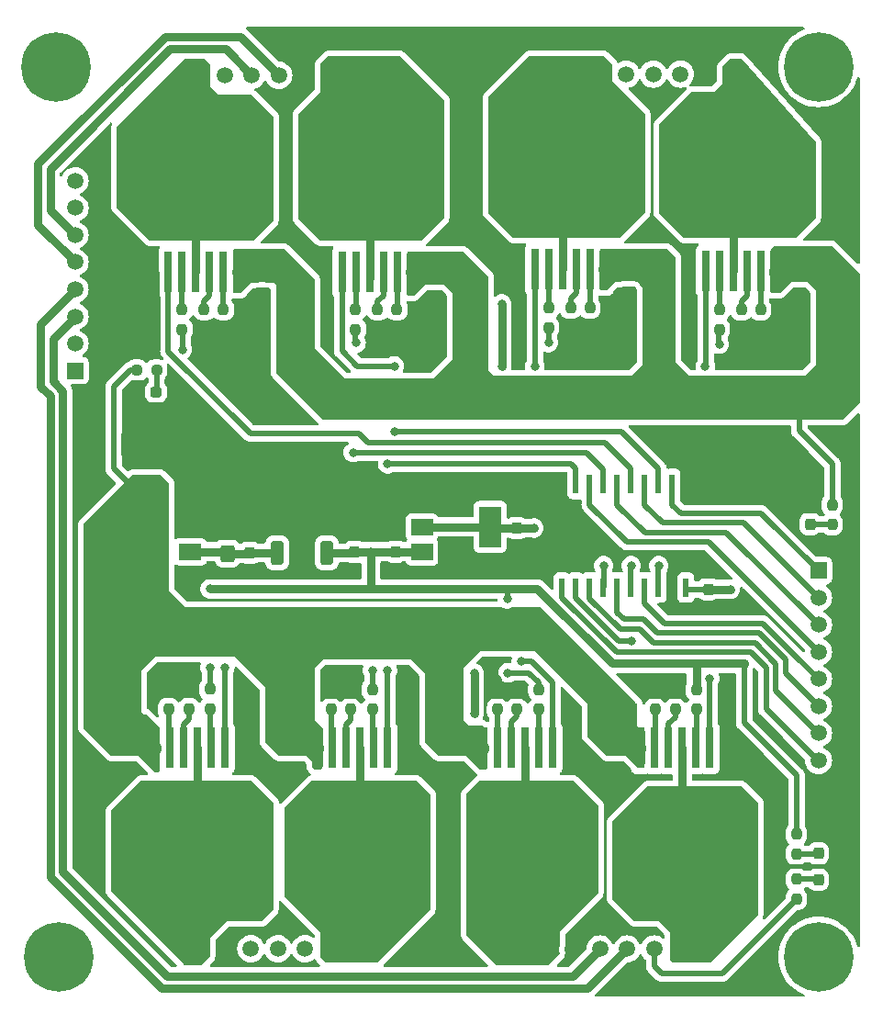
<source format=gbr>
%TF.GenerationSoftware,KiCad,Pcbnew,7.0.5*%
%TF.CreationDate,2023-10-05T13:57:49+07:00*%
%TF.ProjectId,Driver_motor,44726976-6572-45f6-9d6f-746f722e6b69,rev?*%
%TF.SameCoordinates,Original*%
%TF.FileFunction,Copper,L1,Top*%
%TF.FilePolarity,Positive*%
%FSLAX46Y46*%
G04 Gerber Fmt 4.6, Leading zero omitted, Abs format (unit mm)*
G04 Created by KiCad (PCBNEW 7.0.5) date 2023-10-05 13:57:49*
%MOMM*%
%LPD*%
G01*
G04 APERTURE LIST*
G04 Aperture macros list*
%AMRoundRect*
0 Rectangle with rounded corners*
0 $1 Rounding radius*
0 $2 $3 $4 $5 $6 $7 $8 $9 X,Y pos of 4 corners*
0 Add a 4 corners polygon primitive as box body*
4,1,4,$2,$3,$4,$5,$6,$7,$8,$9,$2,$3,0*
0 Add four circle primitives for the rounded corners*
1,1,$1+$1,$2,$3*
1,1,$1+$1,$4,$5*
1,1,$1+$1,$6,$7*
1,1,$1+$1,$8,$9*
0 Add four rect primitives between the rounded corners*
20,1,$1+$1,$2,$3,$4,$5,0*
20,1,$1+$1,$4,$5,$6,$7,0*
20,1,$1+$1,$6,$7,$8,$9,0*
20,1,$1+$1,$8,$9,$2,$3,0*%
G04 Aperture macros list end*
%TA.AperFunction,SMDPad,CuDef*%
%ADD10RoundRect,0.250000X-0.475000X0.337500X-0.475000X-0.337500X0.475000X-0.337500X0.475000X0.337500X0*%
%TD*%
%TA.AperFunction,SMDPad,CuDef*%
%ADD11RoundRect,0.237500X-0.237500X0.250000X-0.237500X-0.250000X0.237500X-0.250000X0.237500X0.250000X0*%
%TD*%
%TA.AperFunction,SMDPad,CuDef*%
%ADD12RoundRect,0.237500X0.237500X-0.250000X0.237500X0.250000X-0.237500X0.250000X-0.237500X-0.250000X0*%
%TD*%
%TA.AperFunction,ComponentPad*%
%ADD13R,1.508000X1.508000*%
%TD*%
%TA.AperFunction,ComponentPad*%
%ADD14C,1.508000*%
%TD*%
%TA.AperFunction,SMDPad,CuDef*%
%ADD15RoundRect,0.250000X0.475000X-0.337500X0.475000X0.337500X-0.475000X0.337500X-0.475000X-0.337500X0*%
%TD*%
%TA.AperFunction,SMDPad,CuDef*%
%ADD16RoundRect,0.237500X-0.237500X0.300000X-0.237500X-0.300000X0.237500X-0.300000X0.237500X0.300000X0*%
%TD*%
%TA.AperFunction,SMDPad,CuDef*%
%ADD17R,0.800000X3.810000*%
%TD*%
%TA.AperFunction,SMDPad,CuDef*%
%ADD18R,10.070000X8.290000*%
%TD*%
%TA.AperFunction,ComponentPad*%
%ADD19C,6.400000*%
%TD*%
%TA.AperFunction,SMDPad,CuDef*%
%ADD20RoundRect,0.250000X0.425000X-0.537500X0.425000X0.537500X-0.425000X0.537500X-0.425000X-0.537500X0*%
%TD*%
%TA.AperFunction,ComponentPad*%
%ADD21R,2.100000X2.100000*%
%TD*%
%TA.AperFunction,ComponentPad*%
%ADD22C,2.100000*%
%TD*%
%TA.AperFunction,SMDPad,CuDef*%
%ADD23RoundRect,0.237500X-0.250000X-0.237500X0.250000X-0.237500X0.250000X0.237500X-0.250000X0.237500X0*%
%TD*%
%TA.AperFunction,SMDPad,CuDef*%
%ADD24RoundRect,0.250000X0.350000X-0.850000X0.350000X0.850000X-0.350000X0.850000X-0.350000X-0.850000X0*%
%TD*%
%TA.AperFunction,SMDPad,CuDef*%
%ADD25RoundRect,0.250000X1.125000X-1.275000X1.125000X1.275000X-1.125000X1.275000X-1.125000X-1.275000X0*%
%TD*%
%TA.AperFunction,SMDPad,CuDef*%
%ADD26RoundRect,0.249997X2.650003X-2.950003X2.650003X2.950003X-2.650003X2.950003X-2.650003X-2.950003X0*%
%TD*%
%TA.AperFunction,SMDPad,CuDef*%
%ADD27R,2.090000X1.500000*%
%TD*%
%TA.AperFunction,SMDPad,CuDef*%
%ADD28R,0.533400X1.803400*%
%TD*%
%TA.AperFunction,SMDPad,CuDef*%
%ADD29RoundRect,0.237500X-0.237500X0.287500X-0.237500X-0.287500X0.237500X-0.287500X0.237500X0.287500X0*%
%TD*%
%TA.AperFunction,SMDPad,CuDef*%
%ADD30RoundRect,0.237500X-0.287500X-0.237500X0.287500X-0.237500X0.287500X0.237500X-0.287500X0.237500X0*%
%TD*%
%TA.AperFunction,SMDPad,CuDef*%
%ADD31R,2.000000X1.500000*%
%TD*%
%TA.AperFunction,SMDPad,CuDef*%
%ADD32R,2.000000X3.800000*%
%TD*%
%TA.AperFunction,SMDPad,CuDef*%
%ADD33RoundRect,0.237500X0.237500X-0.287500X0.237500X0.287500X-0.237500X0.287500X-0.237500X-0.287500X0*%
%TD*%
%TA.AperFunction,ViaPad*%
%ADD34C,0.800000*%
%TD*%
%TA.AperFunction,Conductor*%
%ADD35C,0.762000*%
%TD*%
%TA.AperFunction,Conductor*%
%ADD36C,0.508000*%
%TD*%
%TA.AperFunction,Conductor*%
%ADD37C,1.270000*%
%TD*%
G04 APERTURE END LIST*
D10*
%TO.P,C4,1*%
%TO.N,+12P*%
X93218000Y-64594500D03*
%TO.P,C4,2*%
%TO.N,GND*%
X93218000Y-66669500D03*
%TD*%
D11*
%TO.P,R8,1*%
%TO.N,Net-(U4-IS)*%
X89636000Y-68072000D03*
%TO.P,R8,2*%
%TO.N,GND*%
X89636000Y-69897000D03*
%TD*%
D12*
%TO.P,R18,1*%
%TO.N,Net-(U7-IS)*%
X84582000Y-104902000D03*
%TO.P,R18,2*%
%TO.N,GND*%
X84582000Y-103077000D03*
%TD*%
D13*
%TO.P,J2,1,1*%
%TO.N,M2-*%
X131859500Y-127028500D03*
D14*
%TO.P,J2,2,2*%
%TO.N,+3.3V*%
X129359500Y-127028500D03*
%TO.P,J2,3,3*%
%TO.N,M2_ENC_B*%
X126859500Y-127028500D03*
%TO.P,J2,4,4*%
%TO.N,M2_ENC_A*%
X124359500Y-127028500D03*
%TO.P,J2,5,5*%
%TO.N,GND*%
X121859500Y-127028500D03*
%TO.P,J2,6,6*%
%TO.N,M2+*%
X119359500Y-127028500D03*
%TD*%
D11*
%TO.P,R7,1*%
%TO.N,Net-(U3-IS)*%
X123444000Y-67921500D03*
%TO.P,R7,2*%
%TO.N,GND*%
X123444000Y-69746500D03*
%TD*%
D15*
%TO.P,C2,1*%
%TO.N,GND*%
X109194000Y-66923500D03*
%TO.P,C2,2*%
%TO.N,+12P*%
X109194000Y-64848500D03*
%TD*%
D16*
%TO.P,C5,1*%
%TO.N,+5V*%
X134366000Y-93879500D03*
%TO.P,C5,2*%
%TO.N,GND*%
X134366000Y-95604500D03*
%TD*%
D11*
%TO.P,R10,1*%
%TO.N,Net-(U4-SR)*%
X87858000Y-68072000D03*
%TO.P,R10,2*%
%TO.N,GND*%
X87858000Y-69897000D03*
%TD*%
D17*
%TO.P,U10,1,GND*%
%TO.N,GND*%
X106045000Y-108486500D03*
%TO.P,U10,2,IN*%
%TO.N,M4_PWM_L'*%
X104775000Y-108486500D03*
%TO.P,U10,3,INH*%
%TO.N,Net-(U10-INH)*%
X103505000Y-108486500D03*
%TO.P,U10,4,OUT*%
%TO.N,M4-*%
X102235000Y-108486500D03*
%TO.P,U10,5,SR*%
%TO.N,Net-(U10-SR)*%
X100965000Y-108486500D03*
%TO.P,U10,6,IS*%
%TO.N,Net-(U10-IS)*%
X99695000Y-108486500D03*
%TO.P,U10,7,VS*%
%TO.N,+12V*%
X98425000Y-108486500D03*
D18*
%TO.P,U10,8,OUT*%
%TO.N,M4-*%
X102235000Y-118146500D03*
%TD*%
D17*
%TO.P,U9,1,GND*%
%TO.N,GND*%
X135763000Y-108486500D03*
%TO.P,U9,2,IN*%
%TO.N,M2_PWM_L'*%
X134493000Y-108486500D03*
%TO.P,U9,3,INH*%
%TO.N,Net-(U9-INH)*%
X133223000Y-108486500D03*
%TO.P,U9,4,OUT*%
%TO.N,M2-*%
X131953000Y-108486500D03*
%TO.P,U9,5,SR*%
%TO.N,Net-(U9-SR)*%
X130683000Y-108486500D03*
%TO.P,U9,6,IS*%
%TO.N,Net-(U9-IS)*%
X129413000Y-108486500D03*
%TO.P,U9,7,VS*%
%TO.N,+12V*%
X128143000Y-108486500D03*
D18*
%TO.P,U9,8,OUT*%
%TO.N,M2-*%
X131953000Y-118146500D03*
%TD*%
D17*
%TO.P,U2,1,GND*%
%TO.N,GND*%
X99314000Y-64624000D03*
%TO.P,U2,2,IN*%
%TO.N,M3_PWM_R'*%
X100584000Y-64624000D03*
%TO.P,U2,3,INH*%
%TO.N,Net-(U2-INH)*%
X101854000Y-64624000D03*
%TO.P,U2,4,OUT*%
%TO.N,M3+*%
X103124000Y-64624000D03*
%TO.P,U2,5,SR*%
%TO.N,Net-(U2-SR)*%
X104394000Y-64624000D03*
%TO.P,U2,6,IS*%
%TO.N,Net-(U2-IS)*%
X105664000Y-64624000D03*
%TO.P,U2,7,VS*%
%TO.N,+12P*%
X106934000Y-64624000D03*
D18*
%TO.P,U2,8,OUT*%
%TO.N,M3+*%
X103124000Y-54964000D03*
%TD*%
D11*
%TO.P,R13,1*%
%TO.N,+5V*%
X118719000Y-103113500D03*
%TO.P,R13,2*%
%TO.N,Net-(U6-INH)*%
X118719000Y-104938500D03*
%TD*%
D16*
%TO.P,C6,1*%
%TO.N,GND*%
X105512000Y-88685000D03*
%TO.P,C6,2*%
%TO.N,+5V*%
X105512000Y-90410000D03*
%TD*%
D13*
%TO.P,J6,1,1*%
%TO.N,M1_ENC_A*%
X75946000Y-73714000D03*
D14*
%TO.P,J6,2,2*%
%TO.N,M1_ENC_B*%
X75946000Y-71214000D03*
%TO.P,J6,3,3*%
%TO.N,M2_ENC_A*%
X75946000Y-68714000D03*
%TO.P,J6,4,4*%
%TO.N,M2_ENC_B*%
X75946000Y-66214000D03*
%TO.P,J6,5,5*%
%TO.N,M3_ENC_A*%
X75946000Y-63714000D03*
%TO.P,J6,6,6*%
%TO.N,M3_ENC_B*%
X75946000Y-61214000D03*
%TO.P,J6,7,7*%
%TO.N,M4_ENC_A*%
X75946000Y-58714000D03*
%TO.P,J6,8,8*%
%TO.N,M4_ENC_B*%
X75946000Y-56214000D03*
%TD*%
D19*
%TO.P,H1,1*%
%TO.N,N/C*%
X74168000Y-45720000D03*
%TD*%
D20*
%TO.P,C10,1*%
%TO.N,Net-(U11-IN)*%
X90018000Y-90577500D03*
%TO.P,C10,2*%
%TO.N,GND*%
X90018000Y-87702500D03*
%TD*%
D17*
%TO.P,U6,1,GND*%
%TO.N,GND*%
X121259000Y-108486500D03*
%TO.P,U6,2,IN*%
%TO.N,M2_PWM_R'*%
X119989000Y-108486500D03*
%TO.P,U6,3,INH*%
%TO.N,Net-(U6-INH)*%
X118719000Y-108486500D03*
%TO.P,U6,4,OUT*%
%TO.N,M2+*%
X117449000Y-108486500D03*
%TO.P,U6,5,SR*%
%TO.N,Net-(U6-SR)*%
X116179000Y-108486500D03*
%TO.P,U6,6,IS*%
%TO.N,Net-(U6-IS)*%
X114909000Y-108486500D03*
%TO.P,U6,7,VS*%
%TO.N,+12V*%
X113639000Y-108486500D03*
D18*
%TO.P,U6,8,OUT*%
%TO.N,M2+*%
X117449000Y-118146500D03*
%TD*%
D17*
%TO.P,U3,1,GND*%
%TO.N,GND*%
X117094000Y-64370000D03*
%TO.P,U3,2,IN*%
%TO.N,M1_PWM_L'*%
X118364000Y-64370000D03*
%TO.P,U3,3,INH*%
%TO.N,Net-(U3-INH)*%
X119634000Y-64370000D03*
%TO.P,U3,4,OUT*%
%TO.N,M1-*%
X120904000Y-64370000D03*
%TO.P,U3,5,SR*%
%TO.N,Net-(U3-SR)*%
X122174000Y-64370000D03*
%TO.P,U3,6,IS*%
%TO.N,Net-(U3-IS)*%
X123444000Y-64370000D03*
%TO.P,U3,7,VS*%
%TO.N,+12P*%
X124714000Y-64370000D03*
D18*
%TO.P,U3,8,OUT*%
%TO.N,M1-*%
X120904000Y-54710000D03*
%TD*%
D11*
%TO.P,R27,1*%
%TO.N,+5V*%
X103378000Y-103113500D03*
%TO.P,R27,2*%
%TO.N,Net-(U10-INH)*%
X103378000Y-104938500D03*
%TD*%
D12*
%TO.P,R2,1*%
%TO.N,+5V*%
X101828000Y-69897000D03*
%TO.P,R2,2*%
%TO.N,Net-(U2-INH)*%
X101828000Y-68072000D03*
%TD*%
D21*
%TO.P,J7,1,1*%
%TO.N,GND*%
X81216000Y-80554500D03*
D22*
%TO.P,J7,2,2*%
%TO.N,+12V*%
X81216000Y-85634500D03*
%TD*%
D11*
%TO.P,R22,1*%
%TO.N,+5V*%
X142494000Y-116435500D03*
%TO.P,R22,2*%
%TO.N,Net-(5V1-A)*%
X142494000Y-118260500D03*
%TD*%
%TO.P,R4,1*%
%TO.N,Net-(U2-SR)*%
X103860000Y-68072000D03*
%TO.P,R4,2*%
%TO.N,GND*%
X103860000Y-69897000D03*
%TD*%
D23*
%TO.P,R19,1*%
%TO.N,+12V*%
X81637500Y-73660000D03*
%TO.P,R19,2*%
%TO.N,Net-(12V1-A)*%
X83462500Y-73660000D03*
%TD*%
D12*
%TO.P,R16,1*%
%TO.N,Net-(U7-SR)*%
X86461600Y-104902000D03*
%TO.P,R16,2*%
%TO.N,GND*%
X86461600Y-103077000D03*
%TD*%
D15*
%TO.P,C1,1*%
%TO.N,GND*%
X142748000Y-66723500D03*
%TO.P,C1,2*%
%TO.N,+12P*%
X142748000Y-64648500D03*
%TD*%
D24*
%TO.P,U11,1,IN*%
%TO.N,Net-(U11-IN)*%
X94596000Y-90513500D03*
D25*
%TO.P,U11,2,GND*%
%TO.N,GND*%
X95351000Y-85888500D03*
X98401000Y-85888500D03*
D26*
X96876000Y-84213500D03*
D25*
X95351000Y-82538500D03*
X98401000Y-82538500D03*
D24*
%TO.P,U11,3,OUT*%
%TO.N,+5V*%
X99156000Y-90513500D03*
%TD*%
D13*
%TO.P,J4,1,1*%
%TO.N,M3-*%
X87242000Y-46482000D03*
D14*
%TO.P,J4,2,2*%
%TO.N,+3.3V*%
X89742000Y-46482000D03*
%TO.P,J4,3,3*%
%TO.N,M3_ENC_B*%
X92242000Y-46482000D03*
%TO.P,J4,4,4*%
%TO.N,M3_ENC_A*%
X94742000Y-46482000D03*
%TO.P,J4,5,5*%
%TO.N,GND*%
X97242000Y-46482000D03*
%TO.P,J4,6,6*%
%TO.N,M3+*%
X99742000Y-46482000D03*
%TD*%
D11*
%TO.P,R5,1*%
%TO.N,Net-(U1-IS)*%
X139192000Y-68075500D03*
%TO.P,R5,2*%
%TO.N,GND*%
X139192000Y-69900500D03*
%TD*%
D17*
%TO.P,U4,1,GND*%
%TO.N,GND*%
X83286000Y-64624000D03*
%TO.P,U4,2,IN*%
%TO.N,M3_PWM_L'*%
X84556000Y-64624000D03*
%TO.P,U4,3,INH*%
%TO.N,Net-(U4-INH)*%
X85826000Y-64624000D03*
%TO.P,U4,4,OUT*%
%TO.N,M3-*%
X87096000Y-64624000D03*
%TO.P,U4,5,SR*%
%TO.N,Net-(U4-SR)*%
X88366000Y-64624000D03*
%TO.P,U4,6,IS*%
%TO.N,Net-(U4-IS)*%
X89636000Y-64624000D03*
%TO.P,U4,7,VS*%
%TO.N,+12P*%
X90906000Y-64624000D03*
D18*
%TO.P,U4,8,OUT*%
%TO.N,M3-*%
X87096000Y-54964000D03*
%TD*%
D10*
%TO.P,C3,1*%
%TO.N,+12P*%
X127000000Y-64494500D03*
%TO.P,C3,2*%
%TO.N,GND*%
X127000000Y-66569500D03*
%TD*%
D11*
%TO.P,R26,1*%
%TO.N,+5V*%
X133248400Y-103113500D03*
%TO.P,R26,2*%
%TO.N,Net-(U9-INH)*%
X133248400Y-104938500D03*
%TD*%
D12*
%TO.P,R24,1*%
%TO.N,+3.3V*%
X142494000Y-122428000D03*
%TO.P,R24,2*%
%TO.N,Net-(3V1-A)*%
X142494000Y-120603000D03*
%TD*%
D16*
%TO.P,C9,1*%
%TO.N,GND*%
X116688000Y-86499500D03*
%TO.P,C9,2*%
%TO.N,+3.3V*%
X116688000Y-88224500D03*
%TD*%
%TO.P,C13,1*%
%TO.N,GND*%
X92050000Y-88785500D03*
%TO.P,C13,2*%
%TO.N,Net-(U11-IN)*%
X92050000Y-90510500D03*
%TD*%
D12*
%TO.P,R23,1*%
%TO.N,Net-(U9-SR)*%
X131318000Y-104938500D03*
%TO.P,R23,2*%
%TO.N,GND*%
X131318000Y-103113500D03*
%TD*%
D27*
%TO.P,D1,A*%
%TO.N,+12V*%
X82300000Y-90410000D03*
%TO.P,D1,C*%
%TO.N,Net-(U11-IN)*%
X86560000Y-90410000D03*
%TD*%
D19*
%TO.P,H4,1*%
%TO.N,N/C*%
X144526000Y-127762000D03*
%TD*%
D11*
%TO.P,R9,1*%
%TO.N,Net-(U3-SR)*%
X121666000Y-67921500D03*
%TO.P,R9,2*%
%TO.N,GND*%
X121666000Y-69746500D03*
%TD*%
D16*
%TO.P,C14,1*%
%TO.N,GND*%
X101702000Y-88685000D03*
%TO.P,C14,2*%
%TO.N,+5V*%
X101702000Y-90410000D03*
%TD*%
D28*
%TO.P,U5,1,1OE*%
%TO.N,GND*%
X132308000Y-84161300D03*
%TO.P,U5,2,1A0*%
%TO.N,M1_PWM_R*%
X131038000Y-84161300D03*
%TO.P,U5,3,2Y0*%
%TO.N,M3_PWM_R'*%
X129768000Y-84161300D03*
%TO.P,U5,4,1A1*%
%TO.N,M1_PWM_L*%
X128498000Y-84161300D03*
%TO.P,U5,5,2Y1*%
%TO.N,M3_PWM_L'*%
X127228000Y-84161300D03*
%TO.P,U5,6,1A2*%
%TO.N,M2_PWM_R*%
X125958000Y-84161300D03*
%TO.P,U5,7,2Y2*%
%TO.N,M4_PWM_R'*%
X124688000Y-84161300D03*
%TO.P,U5,8,1A3*%
%TO.N,M2_PWM_L*%
X123418000Y-84161300D03*
%TO.P,U5,9,2Y3*%
%TO.N,M4_PWM_L'*%
X122148000Y-84161300D03*
%TO.P,U5,10,GND*%
%TO.N,GND*%
X120878000Y-84161300D03*
%TO.P,U5,11,2A3*%
%TO.N,M4_PWM_L*%
X120878000Y-93711700D03*
%TO.P,U5,12,1Y3*%
%TO.N,M2_PWM_L'*%
X122148000Y-93711700D03*
%TO.P,U5,13,2A2*%
%TO.N,M4_PWM_R*%
X123418000Y-93711700D03*
%TO.P,U5,14,1Y2*%
%TO.N,M2_PWM_R'*%
X124688000Y-93711700D03*
%TO.P,U5,15,2A1*%
%TO.N,M3_PWM_L*%
X125958000Y-93711700D03*
%TO.P,U5,16,1Y1*%
%TO.N,M1_PWM_L'*%
X127228000Y-93711700D03*
%TO.P,U5,17,2A0*%
%TO.N,M3_PWM_R*%
X128498000Y-93711700D03*
%TO.P,U5,18,1Y0*%
%TO.N,M1_PWM_R'*%
X129768000Y-93711700D03*
%TO.P,U5,19,2OE*%
%TO.N,GND*%
X131038000Y-93711700D03*
%TO.P,U5,20,VCC*%
%TO.N,+5V*%
X132308000Y-93711700D03*
%TD*%
D12*
%TO.P,R1,1*%
%TO.N,+5V*%
X135382000Y-69900500D03*
%TO.P,R1,2*%
%TO.N,Net-(U1-INH)*%
X135382000Y-68075500D03*
%TD*%
D13*
%TO.P,J5,1,1*%
%TO.N,M4-*%
X99664250Y-127000000D03*
D14*
%TO.P,J5,2,2*%
%TO.N,+3.3V*%
X97164250Y-127000000D03*
%TO.P,J5,3,3*%
%TO.N,M4_ENC_B*%
X94664250Y-127000000D03*
%TO.P,J5,4,4*%
%TO.N,M4_ENC_A*%
X92164250Y-127000000D03*
%TO.P,J5,5,5*%
%TO.N,GND*%
X89664250Y-127000000D03*
%TO.P,J5,6,6*%
%TO.N,M4+*%
X87164250Y-127000000D03*
%TD*%
D17*
%TO.P,U1,1,GND*%
%TO.N,GND*%
X132842000Y-64524000D03*
%TO.P,U1,2,IN*%
%TO.N,M1_PWM_R'*%
X134112000Y-64524000D03*
%TO.P,U1,3,INH*%
%TO.N,Net-(U1-INH)*%
X135382000Y-64524000D03*
%TO.P,U1,4,OUT*%
%TO.N,M1+*%
X136652000Y-64524000D03*
%TO.P,U1,5,SR*%
%TO.N,Net-(U1-SR)*%
X137922000Y-64524000D03*
%TO.P,U1,6,IS*%
%TO.N,Net-(U1-IS)*%
X139192000Y-64524000D03*
%TO.P,U1,7,VS*%
%TO.N,+12P*%
X140462000Y-64524000D03*
D18*
%TO.P,U1,8,OUT*%
%TO.N,M1+*%
X136652000Y-54864000D03*
%TD*%
D11*
%TO.P,R3,1*%
%TO.N,Net-(U1-SR)*%
X137414000Y-68075500D03*
%TO.P,R3,2*%
%TO.N,GND*%
X137414000Y-69900500D03*
%TD*%
D12*
%TO.P,R20,1*%
%TO.N,Net-(U9-IS)*%
X129438400Y-104938500D03*
%TO.P,R20,2*%
%TO.N,GND*%
X129438400Y-103113500D03*
%TD*%
D19*
%TO.P,H2,1*%
%TO.N,N/C*%
X74443000Y-127762000D03*
%TD*%
D12*
%TO.P,R15,1*%
%TO.N,Net-(U6-SR)*%
X116687000Y-104938500D03*
%TO.P,R15,2*%
%TO.N,GND*%
X116687000Y-103113500D03*
%TD*%
%TO.P,R17,1*%
%TO.N,Net-(U6-IS)*%
X114909000Y-104938500D03*
%TO.P,R17,2*%
%TO.N,GND*%
X114909000Y-103113500D03*
%TD*%
D10*
%TO.P,C12,1*%
%TO.N,+12V*%
X95351000Y-108573000D03*
%TO.P,C12,2*%
%TO.N,GND*%
X95351000Y-110648000D03*
%TD*%
D29*
%TO.P,5V1,1,K*%
%TO.N,GND*%
X144526000Y-116473000D03*
%TO.P,5V1,2,A*%
%TO.N,Net-(5V1-A)*%
X144526000Y-118223000D03*
%TD*%
D15*
%TO.P,C8,1*%
%TO.N,GND*%
X80111000Y-110648000D03*
%TO.P,C8,2*%
%TO.N,+12V*%
X80111000Y-108573000D03*
%TD*%
D10*
%TO.P,C11,1*%
%TO.N,+12V*%
X125577000Y-108573000D03*
%TO.P,C11,2*%
%TO.N,GND*%
X125577000Y-110648000D03*
%TD*%
D11*
%TO.P,R14,1*%
%TO.N,+5V*%
X88392000Y-103077000D03*
%TO.P,R14,2*%
%TO.N,Net-(U7-INH)*%
X88392000Y-104902000D03*
%TD*%
D13*
%TO.P,J3,1,1*%
%TO.N,M1_PWM_R*%
X144526000Y-92148000D03*
D14*
%TO.P,J3,2,2*%
%TO.N,M1_PWM_L*%
X144526000Y-94648000D03*
%TO.P,J3,3,3*%
%TO.N,M2_PWM_R*%
X144526000Y-97148000D03*
%TO.P,J3,4,4*%
%TO.N,M2_PWM_L*%
X144526000Y-99648000D03*
%TO.P,J3,5,5*%
%TO.N,M3_PWM_R*%
X144526000Y-102148000D03*
%TO.P,J3,6,6*%
%TO.N,M3_PWM_L*%
X144526000Y-104648000D03*
%TO.P,J3,7,7*%
%TO.N,M4_PWM_R*%
X144526000Y-107148000D03*
%TO.P,J3,8,8*%
%TO.N,M4_PWM_L*%
X144526000Y-109648000D03*
%TO.P,J3,9,9*%
%TO.N,GND*%
X144526000Y-112148000D03*
%TD*%
D13*
%TO.P,J1,1,1*%
%TO.N,M1-*%
X124300000Y-46382000D03*
D14*
%TO.P,J1,2,2*%
%TO.N,+3.3V*%
X126800000Y-46382000D03*
%TO.P,J1,3,3*%
%TO.N,M1_ENC_B*%
X129300000Y-46382000D03*
%TO.P,J1,4,4*%
%TO.N,M1_ENC_A*%
X131800000Y-46382000D03*
%TO.P,J1,5,5*%
%TO.N,GND*%
X134300000Y-46382000D03*
%TO.P,J1,6,6*%
%TO.N,M1+*%
X136800000Y-46382000D03*
%TD*%
D12*
%TO.P,R21,1*%
%TO.N,Net-(U10-IS)*%
X99568000Y-104938500D03*
%TO.P,R21,2*%
%TO.N,GND*%
X99568000Y-103113500D03*
%TD*%
D30*
%TO.P,12V1,1,K*%
%TO.N,GND*%
X81675000Y-75692000D03*
%TO.P,12V1,2,A*%
%TO.N,Net-(12V1-A)*%
X83425000Y-75692000D03*
%TD*%
D29*
%TO.P,12V2,1,K*%
%TO.N,GND*%
X143764000Y-86106000D03*
%TO.P,12V2,2,A*%
%TO.N,Net-(12V2-A)*%
X143764000Y-87856000D03*
%TD*%
D17*
%TO.P,U7,1,GND*%
%TO.N,GND*%
X91033000Y-108486500D03*
%TO.P,U7,2,IN*%
%TO.N,M4_PWM_R'*%
X89763000Y-108486500D03*
%TO.P,U7,3,INH*%
%TO.N,Net-(U7-INH)*%
X88493000Y-108486500D03*
%TO.P,U7,4,OUT*%
%TO.N,M4+*%
X87223000Y-108486500D03*
%TO.P,U7,5,SR*%
%TO.N,Net-(U7-SR)*%
X85953000Y-108486500D03*
%TO.P,U7,6,IS*%
%TO.N,Net-(U7-IS)*%
X84683000Y-108486500D03*
%TO.P,U7,7,VS*%
%TO.N,+12V*%
X83413000Y-108486500D03*
D18*
%TO.P,U7,8,OUT*%
%TO.N,M4+*%
X87223000Y-118146500D03*
%TD*%
D12*
%TO.P,R12,1*%
%TO.N,+5V*%
X85826000Y-69897000D03*
%TO.P,R12,2*%
%TO.N,Net-(U4-INH)*%
X85826000Y-68072000D03*
%TD*%
D31*
%TO.P,U8,1,GND*%
%TO.N,GND*%
X107950000Y-85824000D03*
%TO.P,U8,2,VO*%
%TO.N,+3.3V*%
X107950000Y-88124000D03*
D32*
X114250000Y-88124000D03*
D31*
%TO.P,U8,3,VI*%
%TO.N,+5V*%
X107950000Y-90424000D03*
%TD*%
D19*
%TO.P,H3,1*%
%TO.N,N/C*%
X144526000Y-45720000D03*
%TD*%
D12*
%TO.P,R25,1*%
%TO.N,Net-(U10-SR)*%
X101346000Y-104938500D03*
%TO.P,R25,2*%
%TO.N,GND*%
X101346000Y-103113500D03*
%TD*%
D11*
%TO.P,R28,1*%
%TO.N,+12P*%
X145796000Y-86068500D03*
%TO.P,R28,2*%
%TO.N,Net-(12V2-A)*%
X145796000Y-87893500D03*
%TD*%
D12*
%TO.P,R11,1*%
%TO.N,+5V*%
X119634000Y-69746500D03*
%TO.P,R11,2*%
%TO.N,Net-(U3-INH)*%
X119634000Y-67921500D03*
%TD*%
D33*
%TO.P,3V1,1,K*%
%TO.N,GND*%
X144526000Y-122390500D03*
%TO.P,3V1,2,A*%
%TO.N,Net-(3V1-A)*%
X144526000Y-120640500D03*
%TD*%
D11*
%TO.P,R6,1*%
%TO.N,Net-(U2-IS)*%
X105638000Y-68072000D03*
%TO.P,R6,2*%
%TO.N,GND*%
X105638000Y-69897000D03*
%TD*%
D15*
%TO.P,C7,1*%
%TO.N,GND*%
X110591000Y-110648000D03*
%TO.P,C7,2*%
%TO.N,+12V*%
X110591000Y-108573000D03*
%TD*%
D21*
%TO.P,J8,1,1*%
%TO.N,GND*%
X138240000Y-81465000D03*
D22*
%TO.P,J8,2,2*%
%TO.N,+12P*%
X138240000Y-76385000D03*
%TD*%
D34*
%TO.N,GND*%
X139700000Y-130810000D03*
X146812000Y-59690000D03*
X119888000Y-91186000D03*
X92456000Y-110236000D03*
X91033000Y-105410000D03*
X137414000Y-109982000D03*
X139446000Y-128270000D03*
X124714000Y-70612000D03*
X113284000Y-61214000D03*
X139192000Y-111506000D03*
X124460000Y-112268000D03*
X142240000Y-72644000D03*
X122174000Y-89408000D03*
X122428000Y-108712000D03*
X146812000Y-54356000D03*
X127540947Y-102108000D03*
X77470000Y-112522000D03*
X137414000Y-130810000D03*
X79248000Y-112268000D03*
X95250000Y-112522000D03*
X125730000Y-113030000D03*
X142748000Y-68326000D03*
X92456000Y-106426000D03*
X125984000Y-70612000D03*
X137160000Y-72390000D03*
X142240000Y-81280000D03*
X110490000Y-46736000D03*
X110744000Y-126238000D03*
X133096000Y-130810000D03*
X88138000Y-88138000D03*
X89154000Y-81026000D03*
X135890000Y-81026000D03*
X110490000Y-112776000D03*
X120142000Y-89408000D03*
X93218000Y-68072000D03*
X91186000Y-82042000D03*
X121920000Y-87884000D03*
X107442000Y-110236000D03*
X117094000Y-67564000D03*
X120142000Y-87884000D03*
X85598000Y-83058000D03*
X85852000Y-78486000D03*
X106680000Y-102108000D03*
X85852000Y-76708000D03*
X135382000Y-130810000D03*
X95250000Y-50400500D03*
X91694000Y-68072000D03*
X139192000Y-109982000D03*
X77216000Y-119380000D03*
X112268000Y-53848000D03*
X138684000Y-72390000D03*
X130556000Y-102108000D03*
X121412000Y-86360000D03*
X131826000Y-79502000D03*
X93980000Y-76454000D03*
X93472000Y-77978000D03*
X122428000Y-109982000D03*
X119888000Y-86360000D03*
X84582000Y-101208500D03*
X128270000Y-130556000D03*
X132842000Y-70358000D03*
X112268000Y-57404000D03*
X129540000Y-60960000D03*
X134112000Y-81026000D03*
X121412000Y-105664000D03*
X111252000Y-61214000D03*
X126238000Y-130556000D03*
X101092000Y-101600000D03*
X99314000Y-67564000D03*
X140208000Y-129540000D03*
X108966000Y-125730000D03*
X114046000Y-101600000D03*
X139192000Y-71374000D03*
X123698000Y-110744000D03*
X127508000Y-129540000D03*
X81534000Y-66548000D03*
X136398000Y-79502000D03*
X89154000Y-73914000D03*
X89662000Y-82804000D03*
X118618000Y-92202000D03*
X83566000Y-78994000D03*
X138430000Y-129540000D03*
X113030000Y-46736000D03*
X111506000Y-127508000D03*
X112268000Y-55880000D03*
X137442500Y-108486500D03*
X97790000Y-62738000D03*
X130810000Y-130810000D03*
X77216000Y-117602000D03*
X92456000Y-107696000D03*
X134112000Y-79502000D03*
X146812000Y-56134000D03*
X95250000Y-53340000D03*
X81534000Y-68326000D03*
X143256000Y-83058000D03*
X134366000Y-82804000D03*
X83312000Y-68072000D03*
X124206000Y-89408000D03*
X87884000Y-78994000D03*
X146812000Y-57912000D03*
X112268000Y-59182000D03*
X107188000Y-107188000D03*
X110490000Y-124242500D03*
X95504000Y-77978000D03*
X83058000Y-102108000D03*
X109220000Y-69596000D03*
X92964000Y-74676000D03*
X142748000Y-70104000D03*
X83566000Y-77470000D03*
X88138000Y-85852000D03*
X86614000Y-84836000D03*
X109474000Y-127508000D03*
X112014000Y-48768000D03*
X146812000Y-52832000D03*
X86360000Y-101346000D03*
X87122000Y-80518000D03*
X126492000Y-112014000D03*
X92456000Y-108966000D03*
X107442000Y-68326000D03*
X96774000Y-110744000D03*
X96520000Y-61722000D03*
X92202000Y-76454000D03*
X107442000Y-127000000D03*
X77470000Y-110744000D03*
X92456000Y-105410000D03*
X106172000Y-105410000D03*
X131826000Y-81026000D03*
X140462000Y-112776000D03*
X77216000Y-114300000D03*
X135890000Y-73152000D03*
X81534000Y-64516000D03*
X77216000Y-115824000D03*
X99568000Y-101346000D03*
X140970000Y-82804000D03*
X137668000Y-71374000D03*
X127000000Y-69850000D03*
X90932000Y-74676000D03*
X136398000Y-95758000D03*
X83820000Y-81788000D03*
X81534000Y-62738000D03*
X142748000Y-71374000D03*
X107442000Y-108966000D03*
X146812000Y-51054000D03*
X86614000Y-86868000D03*
%TO.N,+5V*%
X103378000Y-101346000D03*
X88392000Y-101055500D03*
X85852000Y-71773500D03*
X101872500Y-71157500D03*
X88392000Y-93827000D03*
X136398000Y-93879500D03*
X115824000Y-94742000D03*
X115875914Y-101565447D03*
X137668000Y-100729500D03*
X135382000Y-71274000D03*
X103225000Y-90410000D03*
X119634000Y-71120000D03*
X103225000Y-93827000D03*
%TO.N,+3.3V*%
X112776000Y-101600000D03*
X115316000Y-73297500D03*
X118277500Y-88224500D03*
X115316000Y-67564000D03*
X112776000Y-105301500D03*
%TO.N,M1_PWM_R'*%
X134087167Y-73297500D03*
X129794000Y-91694000D03*
%TO.N,M3_PWM_R'*%
X105410000Y-73297500D03*
X105410000Y-79337500D03*
%TO.N,M1_PWM_L'*%
X127254000Y-91694000D03*
X118364000Y-73297500D03*
%TO.N,M2_PWM_R'*%
X124714000Y-91694000D03*
X117094000Y-100530947D03*
%TO.N,M4_PWM_R'*%
X101619000Y-81261000D03*
X89763000Y-101092000D03*
%TO.N,M2_PWM_L'*%
X127254000Y-98660500D03*
X134493000Y-102108000D03*
%TO.N,M4_PWM_L'*%
X104775000Y-101346000D03*
X104775000Y-82296000D03*
%TD*%
D35*
%TO.N,GND*%
X95250000Y-53340000D02*
X95250000Y-50400500D01*
X101702000Y-85954000D02*
X101702000Y-88685000D01*
X105512000Y-88685000D02*
X101702000Y-88685000D01*
D36*
X137414000Y-69900500D02*
X139192000Y-69900500D01*
D37*
X109220000Y-69596000D02*
X109220000Y-66949500D01*
D36*
X146558000Y-116586000D02*
X146558000Y-114180000D01*
D35*
X90018000Y-84315500D02*
X89916000Y-84213500D01*
X92050000Y-84315500D02*
X91948000Y-84213500D01*
X91948000Y-84213500D02*
X89916000Y-84213500D01*
X128778000Y-102108000D02*
X129438400Y-102768400D01*
X110490000Y-124242500D02*
X110490000Y-110749000D01*
D36*
X138176000Y-84161300D02*
X135128000Y-84161300D01*
X146558000Y-121920000D02*
X146558000Y-116586000D01*
D35*
X99961500Y-84213500D02*
X101702000Y-85954000D01*
X85380500Y-80554500D02*
X89039500Y-84213500D01*
D37*
X93218000Y-66669500D02*
X93218000Y-68072000D01*
D36*
X146558000Y-114180000D02*
X144526000Y-112148000D01*
D35*
X84582000Y-101208500D02*
X84582000Y-103077000D01*
D36*
X144526000Y-116473000D02*
X146445000Y-116473000D01*
D35*
X96876000Y-84213500D02*
X91948000Y-84213500D01*
X107950000Y-85824000D02*
X107950000Y-84836000D01*
D36*
X105638000Y-69897000D02*
X107235000Y-69897000D01*
D37*
X127000000Y-69850000D02*
X127000000Y-67056000D01*
D36*
X137442500Y-108486500D02*
X135763000Y-108486500D01*
D35*
X96876000Y-84213500D02*
X99961500Y-84213500D01*
D36*
X81216000Y-78578000D02*
X81675000Y-78119000D01*
D35*
X91033000Y-105410000D02*
X91033000Y-108486500D01*
D36*
X123444000Y-69746500D02*
X125118500Y-69746500D01*
X141173500Y-69900500D02*
X142748000Y-68326000D01*
D35*
X107950000Y-84836000D02*
X108624700Y-84161300D01*
X105512000Y-86512000D02*
X106200000Y-85824000D01*
X127540947Y-102108000D02*
X128778000Y-102108000D01*
D37*
X80015000Y-110744000D02*
X80111000Y-110648000D01*
D36*
X146445000Y-116473000D02*
X146558000Y-116586000D01*
D35*
X114046000Y-101600000D02*
X114300000Y-101600000D01*
D36*
X134519500Y-95758000D02*
X134366000Y-95604500D01*
X146087500Y-122390500D02*
X146558000Y-121920000D01*
X121666000Y-69746500D02*
X123444000Y-69746500D01*
X132842000Y-64524000D02*
X132842000Y-70358000D01*
D35*
X92050000Y-88785500D02*
X92050000Y-84315500D01*
D37*
X77470000Y-110744000D02*
X80015000Y-110744000D01*
D35*
X110490000Y-110749000D02*
X110591000Y-110648000D01*
X83312000Y-64650000D02*
X83286000Y-64624000D01*
D36*
X143764000Y-86106000D02*
X141819300Y-84161300D01*
X123444000Y-69746500D02*
X126896500Y-69746500D01*
D35*
X89039500Y-84213500D02*
X89916000Y-84213500D01*
D36*
X81216000Y-80554500D02*
X81216000Y-78578000D01*
X87858000Y-69897000D02*
X89636000Y-69897000D01*
D35*
X105512000Y-88685000D02*
X105512000Y-86512000D01*
D36*
X99314000Y-64624000D02*
X99314000Y-67564000D01*
X139192000Y-69900500D02*
X141173500Y-69900500D01*
X131038000Y-95224000D02*
X131572000Y-95758000D01*
X126896500Y-69746500D02*
X127000000Y-69850000D01*
X144526000Y-122390500D02*
X146087500Y-122390500D01*
D35*
X106045000Y-108486500D02*
X106045000Y-105537000D01*
D37*
X127000000Y-68072000D02*
X127000000Y-66569500D01*
D36*
X117094000Y-64370000D02*
X117094000Y-67564000D01*
X134212500Y-95758000D02*
X134366000Y-95604500D01*
D35*
X106200000Y-85824000D02*
X107950000Y-85824000D01*
X95351000Y-110648000D02*
X95351000Y-112421000D01*
X101346000Y-103113500D02*
X99568000Y-103113500D01*
X121259000Y-105817000D02*
X121259000Y-108486500D01*
D37*
X125481000Y-110744000D02*
X125577000Y-110648000D01*
X123698000Y-110744000D02*
X125481000Y-110744000D01*
D35*
X121412000Y-105664000D02*
X121259000Y-105817000D01*
D36*
X136398000Y-95758000D02*
X134519500Y-95758000D01*
X131038000Y-93711700D02*
X131038000Y-95224000D01*
D35*
X86461600Y-103077000D02*
X84582000Y-103077000D01*
X114300000Y-101600000D02*
X114909000Y-102209000D01*
D37*
X109220000Y-66949500D02*
X109194000Y-66923500D01*
D36*
X81675000Y-78119000D02*
X81675000Y-75692000D01*
D35*
X99568000Y-101346000D02*
X99568000Y-103113500D01*
X83312000Y-68072000D02*
X83312000Y-64650000D01*
D36*
X131572000Y-95758000D02*
X134212500Y-95758000D01*
X141819300Y-84161300D02*
X138176000Y-84161300D01*
D35*
X106045000Y-105537000D02*
X106172000Y-105410000D01*
X90018000Y-87702500D02*
X90018000Y-84315500D01*
X116687000Y-103113500D02*
X114909000Y-103113500D01*
X108624700Y-84161300D02*
X120878000Y-84161300D01*
D37*
X142748000Y-66723500D02*
X142748000Y-68326000D01*
D35*
X114909000Y-102209000D02*
X114909000Y-103113500D01*
X129438400Y-102768400D02*
X129438400Y-103113500D01*
X95351000Y-112421000D02*
X95250000Y-112522000D01*
X131318000Y-103113500D02*
X129438400Y-103113500D01*
D36*
X103860000Y-69897000D02*
X105638000Y-69897000D01*
D35*
X116688000Y-84328000D02*
X116688000Y-86499500D01*
D36*
X138176000Y-84161300D02*
X138240000Y-84097300D01*
X132308000Y-84161300D02*
X135548700Y-84161300D01*
X138240000Y-84097300D02*
X138240000Y-81465000D01*
D35*
X81216000Y-80554500D02*
X85380500Y-80554500D01*
D36*
%TO.N,Net-(3V1-A)*%
X144488500Y-120603000D02*
X144526000Y-120640500D01*
X142494000Y-120603000D02*
X144488500Y-120603000D01*
%TO.N,Net-(5V1-A)*%
X144488500Y-118260500D02*
X144526000Y-118223000D01*
X142494000Y-118260500D02*
X144488500Y-118260500D01*
%TO.N,Net-(12V1-A)*%
X83462500Y-73660000D02*
X83462500Y-75654500D01*
X83462500Y-75654500D02*
X83425000Y-75692000D01*
D37*
%TO.N,+12V*%
X80111000Y-108573000D02*
X83267000Y-108573000D01*
X81216000Y-85634500D02*
X82397000Y-86815500D01*
X125577000Y-108573000D02*
X127997000Y-108573000D01*
X95351000Y-108573000D02*
X95351000Y-97689000D01*
X125577000Y-108573000D02*
X125577000Y-104622000D01*
D36*
X79502000Y-75184000D02*
X81026000Y-73660000D01*
D37*
X127997000Y-108573000D02*
X127997000Y-108486500D01*
X110591000Y-108573000D02*
X110591000Y-97536000D01*
X118491000Y-97536000D02*
X80619000Y-97536000D01*
X83267000Y-108573000D02*
X83267000Y-108486500D01*
X80111000Y-92863000D02*
X80111000Y-108573000D01*
X82397000Y-90577000D02*
X80111000Y-92863000D01*
X110591000Y-108573000D02*
X113493000Y-108573000D01*
X125577000Y-104622000D02*
X118491000Y-97536000D01*
D36*
X81216000Y-84453500D02*
X79502000Y-82739500D01*
X79502000Y-82739500D02*
X79502000Y-75184000D01*
D37*
X98279000Y-108573000D02*
X98279000Y-108486500D01*
D36*
X81026000Y-73660000D02*
X81637500Y-73660000D01*
X81216000Y-85634500D02*
X81216000Y-84453500D01*
D37*
X95351000Y-97689000D02*
X95504000Y-97536000D01*
X82397000Y-86815500D02*
X82397000Y-90577000D01*
X95351000Y-108573000D02*
X98279000Y-108573000D01*
X113493000Y-108573000D02*
X113493000Y-108486500D01*
D35*
%TO.N,+5V*%
X107936000Y-90410000D02*
X107950000Y-90424000D01*
X118577688Y-93827000D02*
X104394000Y-93827000D01*
D36*
X135356000Y-71248000D02*
X135356000Y-70004000D01*
X119634000Y-71120000D02*
X119634000Y-69746500D01*
X85852000Y-69923000D02*
X85826000Y-69897000D01*
X105526000Y-90424000D02*
X105512000Y-90410000D01*
D35*
X133248400Y-100863400D02*
X133248400Y-103113500D01*
D36*
X132475800Y-93879500D02*
X132308000Y-93711700D01*
D35*
X133096000Y-100711000D02*
X133248400Y-100863400D01*
D36*
X137668000Y-100729500D02*
X137668000Y-106172000D01*
D35*
X103225000Y-90410000D02*
X103225000Y-93827000D01*
D36*
X135382000Y-71274000D02*
X135356000Y-71248000D01*
X118719000Y-102463000D02*
X118719000Y-103113500D01*
D35*
X104394000Y-93827000D02*
X103225000Y-93827000D01*
D36*
X101828000Y-71113000D02*
X101828000Y-69897000D01*
X137668000Y-106172000D02*
X142494000Y-110998000D01*
X117821447Y-101565447D02*
X118719000Y-102463000D01*
X134366000Y-93879500D02*
X132475800Y-93879500D01*
D35*
X101702000Y-90410000D02*
X105512000Y-90410000D01*
D36*
X115875914Y-101565447D02*
X117821447Y-101565447D01*
D35*
X99156000Y-90513500D02*
X101598500Y-90513500D01*
D36*
X101872500Y-71157500D02*
X101828000Y-71113000D01*
D35*
X136398000Y-93879500D02*
X134366000Y-93879500D01*
D36*
X142494000Y-110998000D02*
X142494000Y-116435500D01*
D35*
X137668000Y-100729500D02*
X137649500Y-100711000D01*
D36*
X88392000Y-101055500D02*
X88392000Y-103077000D01*
X103378000Y-101346000D02*
X103378000Y-103113500D01*
X115824000Y-94742000D02*
X115824000Y-93827000D01*
X85852000Y-71773500D02*
X85852000Y-69923000D01*
D35*
X137649500Y-100711000D02*
X125461688Y-100711000D01*
X101598500Y-90513500D02*
X101702000Y-90410000D01*
X105512000Y-90410000D02*
X107936000Y-90410000D01*
X125461688Y-100711000D02*
X118577688Y-93827000D01*
X88392000Y-93827000D02*
X104394000Y-93827000D01*
%TO.N,+3.3V*%
X112776000Y-101600000D02*
X112776000Y-105301500D01*
X115316000Y-73297500D02*
X115316000Y-67564000D01*
D36*
X129359500Y-128597500D02*
X129359500Y-127028500D01*
D35*
X116688000Y-88224500D02*
X114350500Y-88224500D01*
X116587500Y-88124000D02*
X116688000Y-88224500D01*
X118277500Y-88224500D02*
X116688000Y-88224500D01*
D36*
X135636000Y-129286000D02*
X130048000Y-129286000D01*
X142494000Y-122428000D02*
X135636000Y-129286000D01*
X130048000Y-129286000D02*
X129359500Y-128597500D01*
D35*
X107950000Y-88124000D02*
X114250000Y-88124000D01*
X114350500Y-88224500D02*
X114250000Y-88124000D01*
%TO.N,Net-(U11-IN)*%
X91983000Y-90577500D02*
X92050000Y-90510500D01*
X92050000Y-90510500D02*
X94593000Y-90510500D01*
X86560000Y-90410000D02*
X89850500Y-90410000D01*
X89850500Y-90410000D02*
X90018000Y-90577500D01*
X90018000Y-90577500D02*
X91983000Y-90577500D01*
X94593000Y-90510500D02*
X94596000Y-90513500D01*
D37*
%TO.N,M1-*%
X120904000Y-47244000D02*
X120904000Y-54710000D01*
X124300000Y-46382000D02*
X121766000Y-46382000D01*
X121766000Y-46382000D02*
X120904000Y-47244000D01*
D35*
X120904000Y-54710000D02*
X120904000Y-64370000D01*
D37*
%TO.N,M1+*%
X136800000Y-54716000D02*
X136652000Y-54864000D01*
D35*
X136652000Y-54864000D02*
X136652000Y-64524000D01*
D37*
X136800000Y-46382000D02*
X136800000Y-54716000D01*
%TO.N,M2-*%
X131859500Y-118240000D02*
X131953000Y-118146500D01*
D35*
X131953000Y-108486500D02*
X131953000Y-118146500D01*
D37*
X131859500Y-127028500D02*
X131859500Y-118240000D01*
D35*
%TO.N,M2_ENC_B*%
X72771000Y-69389000D02*
X75946000Y-66214000D01*
X73660000Y-120396000D02*
X73660000Y-76076446D01*
X73660000Y-76076446D02*
X72771000Y-75187446D01*
X72771000Y-75187446D02*
X72771000Y-69389000D01*
X83947000Y-130683000D02*
X80391000Y-127127000D01*
X123205000Y-130683000D02*
X83947000Y-130683000D01*
X81978500Y-128714500D02*
X73660000Y-120396000D01*
X126859500Y-127028500D02*
X123205000Y-130683000D01*
%TO.N,M2_ENC_A*%
X121848000Y-129540000D02*
X124359500Y-127028500D01*
X74803000Y-119922554D02*
X84420446Y-129540000D01*
X84420446Y-129540000D02*
X121848000Y-129540000D01*
X73914000Y-74714000D02*
X74803000Y-75603000D01*
X74803000Y-75603000D02*
X74803000Y-119922554D01*
X73914000Y-70746000D02*
X73914000Y-74714000D01*
X75946000Y-68714000D02*
X73914000Y-70746000D01*
D37*
%TO.N,M2+*%
X119359500Y-127028500D02*
X117348000Y-125017000D01*
D35*
X117449000Y-108486500D02*
X117449000Y-118146500D01*
D37*
X117348000Y-118247500D02*
X117449000Y-118146500D01*
X117348000Y-125017000D02*
X117348000Y-118247500D01*
D35*
%TO.N,M3-*%
X87096000Y-54964000D02*
X87096000Y-64624000D01*
D37*
X87096000Y-46628000D02*
X87242000Y-46482000D01*
X87096000Y-54964000D02*
X87096000Y-46628000D01*
D35*
%TO.N,M3_ENC_B*%
X73660000Y-58928000D02*
X75946000Y-61214000D01*
X84709000Y-44069000D02*
X73660000Y-55118000D01*
X73660000Y-55118000D02*
X73660000Y-58928000D01*
X89829000Y-44069000D02*
X84709000Y-44069000D01*
X92242000Y-46482000D02*
X89829000Y-44069000D01*
%TO.N,M3_ENC_A*%
X84235554Y-42926000D02*
X72517000Y-54644554D01*
X94742000Y-46482000D02*
X91186000Y-42926000D01*
X72517000Y-54644554D02*
X72517000Y-60285000D01*
X72517000Y-60285000D02*
X75946000Y-63714000D01*
X91186000Y-42926000D02*
X84235554Y-42926000D01*
%TO.N,M3+*%
X103124000Y-54964000D02*
X103124000Y-65170000D01*
D37*
X103124000Y-48006000D02*
X103124000Y-54964000D01*
X101600000Y-46482000D02*
X103124000Y-48006000D01*
X99742000Y-46482000D02*
X101600000Y-46482000D01*
D35*
%TO.N,M4-*%
X102235000Y-108486500D02*
X102235000Y-118146500D01*
D37*
X102108000Y-124556250D02*
X102108000Y-118273500D01*
X102108000Y-118273500D02*
X102235000Y-118146500D01*
X99664250Y-127000000D02*
X102108000Y-124556250D01*
%TO.N,M4+*%
X87164250Y-118205250D02*
X87223000Y-118146500D01*
X87164250Y-127000000D02*
X87164250Y-118205250D01*
D35*
X87223000Y-108486500D02*
X87223000Y-118146500D01*
D36*
%TO.N,Net-(U1-INH)*%
X135382000Y-64524000D02*
X135382000Y-68075500D01*
%TO.N,Net-(U2-INH)*%
X101854000Y-68046000D02*
X101828000Y-68072000D01*
X101854000Y-64624000D02*
X101854000Y-68046000D01*
%TO.N,Net-(U1-SR)*%
X137414000Y-67310000D02*
X137922000Y-66802000D01*
X137922000Y-66802000D02*
X137922000Y-64524000D01*
X137414000Y-68075500D02*
X137414000Y-67310000D01*
%TO.N,Net-(U2-SR)*%
X104394000Y-66802000D02*
X104394000Y-64624000D01*
X103860000Y-67336000D02*
X104394000Y-66802000D01*
X103860000Y-68072000D02*
X103860000Y-67336000D01*
%TO.N,Net-(U1-IS)*%
X139192000Y-68075500D02*
X139192000Y-64524000D01*
%TO.N,Net-(U2-IS)*%
X105664000Y-64624000D02*
X105664000Y-68046000D01*
X105664000Y-68046000D02*
X105638000Y-68072000D01*
%TO.N,Net-(U3-IS)*%
X123444000Y-64370000D02*
X123444000Y-67921500D01*
%TO.N,Net-(U4-IS)*%
X89636000Y-64624000D02*
X89636000Y-68072000D01*
%TO.N,Net-(U3-SR)*%
X121666000Y-67056000D02*
X121666000Y-67921500D01*
X122174000Y-64370000D02*
X122174000Y-66548000D01*
X122174000Y-66548000D02*
X121666000Y-67056000D01*
%TO.N,Net-(U4-SR)*%
X88366000Y-64624000D02*
X88366000Y-66828000D01*
X88366000Y-66828000D02*
X87858000Y-67336000D01*
X87858000Y-67336000D02*
X87858000Y-68072000D01*
%TO.N,Net-(U3-INH)*%
X119634000Y-67921500D02*
X119634000Y-64370000D01*
%TO.N,Net-(U4-INH)*%
X85826000Y-64624000D02*
X85826000Y-68072000D01*
%TO.N,Net-(U6-INH)*%
X118719000Y-104938500D02*
X118719000Y-108486500D01*
%TO.N,Net-(U7-INH)*%
X88392000Y-104902000D02*
X88392000Y-108385500D01*
X88392000Y-108385500D02*
X88493000Y-108486500D01*
%TO.N,Net-(U6-SR)*%
X116687000Y-105563000D02*
X116179000Y-106071000D01*
X116687000Y-104938500D02*
X116687000Y-105563000D01*
X116179000Y-106071000D02*
X116179000Y-108486500D01*
%TO.N,Net-(U7-SR)*%
X86461600Y-105816400D02*
X85953000Y-106325000D01*
X85953000Y-106325000D02*
X85953000Y-108486500D01*
X86461600Y-104902000D02*
X86461600Y-105816400D01*
%TO.N,Net-(U6-IS)*%
X114909000Y-104938500D02*
X114909000Y-108486500D01*
%TO.N,Net-(U7-IS)*%
X84582000Y-104902000D02*
X84582000Y-108385500D01*
X84582000Y-108385500D02*
X84683000Y-108486500D01*
%TO.N,Net-(U9-IS)*%
X129438400Y-108461100D02*
X129413000Y-108486500D01*
X129438400Y-104938500D02*
X129438400Y-108461100D01*
%TO.N,Net-(U10-IS)*%
X99568000Y-104938500D02*
X99568000Y-108359500D01*
X99568000Y-108359500D02*
X99695000Y-108486500D01*
%TO.N,Net-(U9-SR)*%
X131318000Y-105664000D02*
X130683000Y-106299000D01*
X130683000Y-106299000D02*
X130683000Y-108486500D01*
X131318000Y-104938500D02*
X131318000Y-105664000D01*
%TO.N,Net-(U10-SR)*%
X100965000Y-106327500D02*
X100965000Y-108486500D01*
X101346000Y-104938500D02*
X101346000Y-105946500D01*
X101346000Y-105946500D02*
X100965000Y-106327500D01*
%TO.N,Net-(U9-INH)*%
X133248400Y-108461100D02*
X133223000Y-108486500D01*
X133248400Y-104938500D02*
X133248400Y-108461100D01*
%TO.N,Net-(U10-INH)*%
X103378000Y-108359500D02*
X103505000Y-108486500D01*
X103378000Y-104938500D02*
X103378000Y-108359500D01*
%TO.N,M1_PWM_R'*%
X134112000Y-73272667D02*
X134112000Y-64524000D01*
X129768000Y-93711700D02*
X129768000Y-91720000D01*
X134087167Y-73297500D02*
X134112000Y-73272667D01*
X129768000Y-91720000D02*
X129794000Y-91694000D01*
%TO.N,M3_PWM_R'*%
X126353900Y-79337500D02*
X129768000Y-82751600D01*
X129768000Y-82751600D02*
X129768000Y-84161300D01*
X100584000Y-71882000D02*
X100584000Y-64624000D01*
X105410000Y-79337500D02*
X126353900Y-79337500D01*
X105410000Y-73297500D02*
X101999500Y-73297500D01*
X101999500Y-73297500D02*
X100584000Y-71882000D01*
%TO.N,M1_PWM_L'*%
X118364000Y-73297500D02*
X118364000Y-69295099D01*
X118390000Y-69269099D02*
X118364000Y-69243099D01*
X118364000Y-69243099D02*
X118364000Y-64370000D01*
X127228000Y-93711700D02*
X127228000Y-91720000D01*
X118364000Y-69295099D02*
X118390000Y-69269099D01*
X127228000Y-91720000D02*
X127254000Y-91694000D01*
%TO.N,M3_PWM_L'*%
X124848400Y-80372000D02*
X127228000Y-82751600D01*
X102978000Y-80372000D02*
X124848400Y-80372000D01*
X92116788Y-79502000D02*
X102108000Y-79502000D01*
X102108000Y-79502000D02*
X102978000Y-80372000D01*
X127228000Y-82751600D02*
X127228000Y-84161300D01*
X84556000Y-71941212D02*
X92116788Y-79502000D01*
X84556000Y-64624000D02*
X84556000Y-71941212D01*
%TO.N,M2_PWM_R'*%
X124714000Y-91694000D02*
X124714000Y-93685700D01*
X119989000Y-102463000D02*
X119989000Y-108486500D01*
X124714000Y-93685700D02*
X124688000Y-93711700D01*
X118056947Y-100530947D02*
X119989000Y-102463000D01*
X117094000Y-100530947D02*
X118056947Y-100530947D01*
%TO.N,M4_PWM_R'*%
X89763000Y-101092000D02*
X89763000Y-108486500D01*
X124688000Y-82778000D02*
X124688000Y-84161300D01*
X101619000Y-81261000D02*
X123171000Y-81261000D01*
X123171000Y-81261000D02*
X124688000Y-82778000D01*
%TO.N,M2_PWM_L'*%
X122148000Y-94703236D02*
X122148000Y-93711700D01*
X134493000Y-102108000D02*
X134493000Y-108486500D01*
X126105264Y-98660500D02*
X122148000Y-94703236D01*
X127254000Y-98660500D02*
X126105264Y-98660500D01*
%TO.N,M4_PWM_L'*%
X104775000Y-101346000D02*
X104775000Y-108486500D01*
X122148000Y-82751600D02*
X122148000Y-84161300D01*
X121692400Y-82296000D02*
X122148000Y-82751600D01*
X104775000Y-82296000D02*
X121692400Y-82296000D01*
%TO.N,M1_PWM_R*%
X131038000Y-86080000D02*
X131038000Y-84161300D01*
X139246000Y-86868000D02*
X131826000Y-86868000D01*
X144526000Y-92148000D02*
X139246000Y-86868000D01*
X131826000Y-86868000D02*
X131038000Y-86080000D01*
%TO.N,M1_PWM_L*%
X137635000Y-87757000D02*
X130175000Y-87757000D01*
X144526000Y-94648000D02*
X137635000Y-87757000D01*
X130175000Y-87757000D02*
X128498000Y-86080000D01*
X128498000Y-86080000D02*
X128498000Y-84161300D01*
%TO.N,M2_PWM_R*%
X125958000Y-86080000D02*
X125958000Y-84161300D01*
X136024000Y-88646000D02*
X128524000Y-88646000D01*
X128524000Y-88646000D02*
X125958000Y-86080000D01*
X144526000Y-97148000D02*
X136024000Y-88646000D01*
%TO.N,M2_PWM_L*%
X144526000Y-99648000D02*
X134413000Y-89535000D01*
X134413000Y-89535000D02*
X126873000Y-89535000D01*
X123418000Y-86080000D02*
X123418000Y-84161300D01*
X126873000Y-89535000D02*
X123418000Y-86080000D01*
%TO.N,M3_PWM_R*%
X142367000Y-99989000D02*
X144526000Y-102148000D01*
X128498000Y-95179050D02*
X130346950Y-97028000D01*
X142367000Y-99987292D02*
X142367000Y-99989000D01*
X130346950Y-97028000D02*
X139407708Y-97028000D01*
X139407708Y-97028000D02*
X142367000Y-99987292D01*
X128498000Y-93711700D02*
X128498000Y-95179050D01*
%TO.N,M3_PWM_L*%
X128384236Y-96647000D02*
X126606236Y-96647000D01*
X126606236Y-96647000D02*
X125958000Y-95998764D01*
X141478000Y-100355528D02*
X139039472Y-97917000D01*
X129654236Y-97917000D02*
X128384236Y-96647000D01*
X125958000Y-95998764D02*
X125958000Y-93711700D01*
X139039472Y-97917000D02*
X129654236Y-97917000D01*
X144526000Y-104648000D02*
X141478000Y-101600000D01*
X141478000Y-101600000D02*
X141478000Y-100355528D01*
%TO.N,M4_PWM_R*%
X123418000Y-93711700D02*
X123418000Y-94716000D01*
X123418000Y-94716000D02*
X126238000Y-97536000D01*
X128016000Y-97536000D02*
X129286000Y-98806000D01*
X140589000Y-103251000D02*
X144486000Y-107148000D01*
X129286000Y-98806000D02*
X138671236Y-98806000D01*
X138671236Y-98806000D02*
X140589000Y-100723764D01*
X126238000Y-97536000D02*
X128016000Y-97536000D01*
X140589000Y-100723764D02*
X140589000Y-103251000D01*
X144486000Y-107148000D02*
X144526000Y-107148000D01*
%TO.N,M4_PWM_L*%
X125882528Y-99695000D02*
X120878000Y-94690472D01*
X144526000Y-109648000D02*
X144446000Y-109648000D01*
X139700000Y-104902000D02*
X139700000Y-101092000D01*
X138303000Y-99695000D02*
X125882528Y-99695000D01*
X144446000Y-109648000D02*
X139700000Y-104902000D01*
X139700000Y-101092000D02*
X138303000Y-99695000D01*
X120878000Y-94690472D02*
X120878000Y-93711700D01*
%TO.N,Net-(12V2-A)*%
X143801500Y-87893500D02*
X143764000Y-87856000D01*
X145796000Y-87893500D02*
X143801500Y-87893500D01*
D37*
%TO.N,+12P*%
X142748000Y-64648500D02*
X140608000Y-64648500D01*
X111760000Y-76131000D02*
X111506000Y-76385000D01*
X107080000Y-64624000D02*
X109497394Y-64624000D01*
X96266000Y-65886000D02*
X95004000Y-64624000D01*
X111760000Y-65786000D02*
X111760000Y-67818000D01*
X95004000Y-64624000D02*
X91052000Y-64624000D01*
X144658500Y-64648500D02*
X145542000Y-65532000D01*
X129794000Y-65670606D02*
X129794000Y-76385000D01*
X98991000Y-76385000D02*
X96266000Y-73660000D01*
X144595000Y-76385000D02*
X98991000Y-76385000D01*
D36*
X145796000Y-86068500D02*
X145796000Y-82296000D01*
D37*
X111760000Y-67902606D02*
X111760000Y-76131000D01*
D36*
X145796000Y-82296000D02*
X142748000Y-79248000D01*
D37*
X96266000Y-73660000D02*
X96266000Y-65886000D01*
X127000000Y-64494500D02*
X128617894Y-64494500D01*
X145542000Y-75438000D02*
X144595000Y-76385000D01*
X142748000Y-64648500D02*
X144658500Y-64648500D01*
X124860000Y-64370000D02*
X127403394Y-64370000D01*
X145542000Y-65532000D02*
X145542000Y-75438000D01*
X109751394Y-64624000D02*
X110598000Y-64624000D01*
X128617894Y-64494500D02*
X129794000Y-65670606D01*
X110598000Y-64624000D02*
X111760000Y-65786000D01*
X140608000Y-64648500D02*
X140608000Y-64524000D01*
D36*
X142748000Y-79248000D02*
X142748000Y-76385000D01*
%TD*%
%TA.AperFunction,Conductor*%
%TO.N,M2-*%
G36*
X137429677Y-112033685D02*
G01*
X137450319Y-112050319D01*
X138901681Y-113501681D01*
X138935166Y-113563004D01*
X138938000Y-113589362D01*
X138938000Y-123900637D01*
X138918315Y-123967676D01*
X138901681Y-123988318D01*
X134656319Y-128233681D01*
X134594996Y-128267166D01*
X134568638Y-128270000D01*
X131115362Y-128270000D01*
X131048323Y-128250315D01*
X131027681Y-128233681D01*
X130846319Y-128052319D01*
X130812834Y-127990996D01*
X130810000Y-127964638D01*
X130810000Y-125476000D01*
X129794000Y-124460000D01*
X127559362Y-124460000D01*
X127492323Y-124440315D01*
X127471681Y-124423681D01*
X125512319Y-122464319D01*
X125478834Y-122402996D01*
X125476000Y-122376638D01*
X125476000Y-115367362D01*
X125495685Y-115300323D01*
X125512319Y-115279681D01*
X128741681Y-112050319D01*
X128803004Y-112016834D01*
X128829362Y-112014000D01*
X137362638Y-112014000D01*
X137429677Y-112033685D01*
G37*
%TD.AperFunction*%
%TD*%
%TA.AperFunction,Conductor*%
%TO.N,M3+*%
G36*
X105933677Y-44723685D02*
G01*
X105954319Y-44740319D01*
X109945680Y-48731680D01*
X109979165Y-48793003D01*
X109981999Y-48819361D01*
X109981999Y-59638638D01*
X109962314Y-59705677D01*
X109945680Y-59726319D01*
X107986319Y-61685681D01*
X107924996Y-61719166D01*
X107898638Y-61722000D01*
X98603362Y-61722000D01*
X98536323Y-61702315D01*
X98515681Y-61685681D01*
X96556319Y-59726319D01*
X96522834Y-59664996D01*
X96520000Y-59638638D01*
X96520000Y-50089361D01*
X96539685Y-50022322D01*
X96556314Y-50001685D01*
X98552000Y-48006000D01*
X98552000Y-45517360D01*
X98571685Y-45450322D01*
X98588314Y-45429685D01*
X99277680Y-44740319D01*
X99339004Y-44706834D01*
X99365362Y-44704000D01*
X105866638Y-44704000D01*
X105933677Y-44723685D01*
G37*
%TD.AperFunction*%
%TD*%
%TA.AperFunction,Conductor*%
%TO.N,+12P*%
G36*
X145811677Y-62249685D02*
G01*
X145832318Y-62266318D01*
X148299182Y-64733182D01*
X148332666Y-64794503D01*
X148335500Y-64820861D01*
X148335500Y-76657137D01*
X148315815Y-76724176D01*
X148299181Y-76744818D01*
X146848319Y-78195681D01*
X146786996Y-78229166D01*
X146760638Y-78232000D01*
X98857362Y-78232000D01*
X98790323Y-78212315D01*
X98769681Y-78195681D01*
X94524319Y-73950319D01*
X94490834Y-73888996D01*
X94488000Y-73862638D01*
X94488000Y-65786000D01*
X94334000Y-65632000D01*
X93986516Y-65632000D01*
X93947512Y-65625706D01*
X93853172Y-65594445D01*
X93845797Y-65592001D01*
X93845795Y-65592000D01*
X93743016Y-65581500D01*
X93743009Y-65581500D01*
X93567036Y-65581500D01*
X93526480Y-65574680D01*
X93486927Y-65560990D01*
X93486923Y-65560989D01*
X93486922Y-65560989D01*
X93272275Y-65530127D01*
X93272272Y-65530127D01*
X93055667Y-65540444D01*
X92900839Y-65578005D01*
X92871607Y-65581500D01*
X92692999Y-65581500D01*
X92692980Y-65581501D01*
X92590203Y-65592000D01*
X92590200Y-65592001D01*
X92488488Y-65625706D01*
X92449484Y-65632000D01*
X92101999Y-65632000D01*
X91222319Y-66511681D01*
X91160996Y-66545166D01*
X91134638Y-66548000D01*
X90660500Y-66548000D01*
X90593461Y-66528315D01*
X90547706Y-66475511D01*
X90536500Y-66424000D01*
X90536499Y-62671129D01*
X90536498Y-62671123D01*
X90534320Y-62650863D01*
X90531138Y-62621253D01*
X90543545Y-62552493D01*
X90591157Y-62501357D01*
X90654428Y-62484000D01*
X95198638Y-62484000D01*
X95265677Y-62503685D01*
X95286319Y-62520319D01*
X98007681Y-65241681D01*
X98041166Y-65303004D01*
X98044000Y-65329362D01*
X98044000Y-71628000D01*
X100838000Y-74422000D01*
X108966000Y-74422000D01*
X110744000Y-72644000D01*
X110744000Y-66548000D01*
X109982000Y-65786000D01*
X109248610Y-65786000D01*
X109241244Y-65785561D01*
X109221146Y-65783158D01*
X109221145Y-65783158D01*
X109183616Y-65785842D01*
X109179194Y-65786000D01*
X108203999Y-65786000D01*
X107224319Y-66765681D01*
X107162996Y-66799166D01*
X107136638Y-66802000D01*
X106731362Y-66802000D01*
X106664323Y-66782315D01*
X106643681Y-66765681D01*
X106595807Y-66717807D01*
X106562322Y-66656484D01*
X106560199Y-66616874D01*
X106564500Y-66576873D01*
X106564499Y-62904862D01*
X106584184Y-62837824D01*
X106600819Y-62817181D01*
X106643683Y-62774318D01*
X106705006Y-62740833D01*
X106731363Y-62738000D01*
X111708638Y-62738000D01*
X111775677Y-62757685D01*
X111796319Y-62774319D01*
X114009681Y-64987681D01*
X114043166Y-65049004D01*
X114046000Y-65075362D01*
X114046000Y-73660000D01*
X114554000Y-74168000D01*
X115067183Y-74168000D01*
X115092963Y-74170709D01*
X115221354Y-74198000D01*
X115221355Y-74198000D01*
X115410644Y-74198000D01*
X115410646Y-74198000D01*
X115539036Y-74170709D01*
X115564817Y-74168000D01*
X118115183Y-74168000D01*
X118140963Y-74170709D01*
X118269354Y-74198000D01*
X118269355Y-74198000D01*
X118458644Y-74198000D01*
X118458646Y-74198000D01*
X118587036Y-74170709D01*
X118612817Y-74168000D01*
X127254000Y-74168000D01*
X128270000Y-73152000D01*
X128270000Y-66040000D01*
X128189093Y-65959092D01*
X128164133Y-65918622D01*
X128162867Y-65919213D01*
X128159815Y-65912669D01*
X128159814Y-65912668D01*
X128159814Y-65912666D01*
X128067712Y-65763344D01*
X127943656Y-65639288D01*
X127794334Y-65547186D01*
X127794331Y-65547185D01*
X127787787Y-65544133D01*
X127788376Y-65542869D01*
X127785045Y-65540814D01*
X127784787Y-65541439D01*
X127757840Y-65530277D01*
X127729512Y-65525706D01*
X127710495Y-65519404D01*
X127627797Y-65492001D01*
X127627795Y-65492000D01*
X127525016Y-65481500D01*
X127525009Y-65481500D01*
X127349036Y-65481500D01*
X127308480Y-65474680D01*
X127268927Y-65460990D01*
X127268923Y-65460989D01*
X127268922Y-65460989D01*
X127054275Y-65430127D01*
X127054272Y-65430127D01*
X126837667Y-65440444D01*
X126682839Y-65478005D01*
X126653607Y-65481500D01*
X126474999Y-65481500D01*
X126474980Y-65481501D01*
X126372203Y-65492000D01*
X126372200Y-65492001D01*
X126270488Y-65525706D01*
X126231484Y-65532000D01*
X125729999Y-65532000D01*
X125004319Y-66257681D01*
X124942996Y-66291166D01*
X124916638Y-66294000D01*
X124511362Y-66294000D01*
X124444323Y-66274315D01*
X124423681Y-66257681D01*
X124380817Y-66214817D01*
X124347332Y-66153494D01*
X124344499Y-66127154D01*
X124344499Y-62650859D01*
X124364183Y-62583824D01*
X124380814Y-62563185D01*
X124402251Y-62541748D01*
X124423684Y-62520317D01*
X124485008Y-62486833D01*
X124511363Y-62484000D01*
X130504638Y-62484000D01*
X130571677Y-62503685D01*
X130592319Y-62520319D01*
X131281681Y-63209681D01*
X131315166Y-63271004D01*
X131318000Y-63297362D01*
X131318000Y-72898000D01*
X132588000Y-74168000D01*
X133838350Y-74168000D01*
X133864130Y-74170709D01*
X133992521Y-74198000D01*
X133992522Y-74198000D01*
X134181811Y-74198000D01*
X134181813Y-74198000D01*
X134310203Y-74170709D01*
X134335984Y-74168000D01*
X143256000Y-74168000D01*
X144272000Y-73152000D01*
X144272000Y-66294000D01*
X143510000Y-65532000D01*
X141985999Y-65532000D01*
X141006319Y-66511681D01*
X140944996Y-66545166D01*
X140918638Y-66548000D01*
X140259362Y-66548000D01*
X140192323Y-66528315D01*
X140171681Y-66511681D01*
X140128818Y-66468818D01*
X140095333Y-66407495D01*
X140092499Y-66381146D01*
X140092499Y-62650861D01*
X140112184Y-62583823D01*
X140128813Y-62563186D01*
X140425681Y-62266318D01*
X140487004Y-62232834D01*
X140513362Y-62230000D01*
X145744638Y-62230000D01*
X145811677Y-62249685D01*
G37*
%TD.AperFunction*%
%TD*%
%TA.AperFunction,Conductor*%
%TO.N,M4+*%
G36*
X92217677Y-111525685D02*
G01*
X92238319Y-111542319D01*
X94197681Y-113501681D01*
X94231166Y-113563004D01*
X94234000Y-113589362D01*
X94234000Y-123392638D01*
X94214315Y-123459677D01*
X94197681Y-123480319D01*
X93254319Y-124423681D01*
X93192996Y-124457166D01*
X93166638Y-124460000D01*
X89915999Y-124460000D01*
X88391999Y-125984000D01*
X88392000Y-127710637D01*
X88372315Y-127777676D01*
X88355681Y-127798318D01*
X87666319Y-128487681D01*
X87604996Y-128521166D01*
X87578638Y-128524000D01*
X86157362Y-128524000D01*
X86090323Y-128504315D01*
X86069681Y-128487681D01*
X79284319Y-121702319D01*
X79250834Y-121640996D01*
X79248000Y-121614638D01*
X79248000Y-114351362D01*
X79267685Y-114284323D01*
X79284319Y-114263681D01*
X82005681Y-111542319D01*
X82067004Y-111508834D01*
X82093362Y-111506000D01*
X92150638Y-111506000D01*
X92217677Y-111525685D01*
G37*
%TD.AperFunction*%
%TD*%
%TA.AperFunction,Conductor*%
%TO.N,M2+*%
G36*
X121935677Y-111525685D02*
G01*
X121956319Y-111542319D01*
X124169681Y-113755681D01*
X124203166Y-113817004D01*
X124206000Y-113843362D01*
X124205999Y-121868638D01*
X124186314Y-121935677D01*
X124169680Y-121956319D01*
X120649999Y-125476000D01*
X120650000Y-126679072D01*
X120645775Y-126711165D01*
X120619340Y-126809820D01*
X120619338Y-126809831D01*
X120600208Y-127028497D01*
X120600208Y-127028502D01*
X120619338Y-127247168D01*
X120619339Y-127247175D01*
X120645775Y-127345832D01*
X120650000Y-127377926D01*
X120650000Y-127456638D01*
X120630315Y-127523677D01*
X120613681Y-127544319D01*
X119670319Y-128487681D01*
X119608996Y-128521166D01*
X119582638Y-128524000D01*
X114859362Y-128524000D01*
X114792323Y-128504315D01*
X114771681Y-128487681D01*
X112050319Y-125766319D01*
X112016834Y-125704996D01*
X112014000Y-125678638D01*
X112014000Y-112827362D01*
X112033685Y-112760323D01*
X112050319Y-112739681D01*
X113247681Y-111542319D01*
X113309004Y-111508834D01*
X113335362Y-111506000D01*
X121868638Y-111506000D01*
X121935677Y-111525685D01*
G37*
%TD.AperFunction*%
%TD*%
%TA.AperFunction,Conductor*%
%TO.N,M4-*%
G36*
X107457677Y-111525685D02*
G01*
X107478319Y-111542319D01*
X108675681Y-112739681D01*
X108709166Y-112801004D01*
X108712000Y-112827362D01*
X108711999Y-123392638D01*
X108692314Y-123459677D01*
X108675680Y-123480319D01*
X103922319Y-128233681D01*
X103860996Y-128267166D01*
X103834638Y-128270000D01*
X99111362Y-128270000D01*
X99044323Y-128250315D01*
X99023681Y-128233681D01*
X98588319Y-127798318D01*
X98554834Y-127736995D01*
X98552000Y-127710637D01*
X98552000Y-125476000D01*
X95286319Y-122210319D01*
X95252834Y-122148996D01*
X95250000Y-122122638D01*
X95250000Y-114097362D01*
X95269685Y-114030323D01*
X95286319Y-114009681D01*
X97753681Y-111542319D01*
X97815004Y-111508834D01*
X97841362Y-111506000D01*
X107390638Y-111506000D01*
X107457677Y-111525685D01*
G37*
%TD.AperFunction*%
%TD*%
%TA.AperFunction,Conductor*%
%TO.N,M3-*%
G36*
X87899677Y-44977685D02*
G01*
X87920319Y-44994319D01*
X88355681Y-45429681D01*
X88389166Y-45491004D01*
X88392000Y-45517362D01*
X88392000Y-47498000D01*
X89154000Y-48260000D01*
X92150638Y-48260000D01*
X92217677Y-48279685D01*
X92238319Y-48296319D01*
X94197682Y-50255682D01*
X94231166Y-50317003D01*
X94234000Y-50343361D01*
X94234000Y-59892638D01*
X94214315Y-59959677D01*
X94197681Y-59980319D01*
X92492319Y-61685681D01*
X92430996Y-61719166D01*
X92404638Y-61722000D01*
X82855362Y-61722000D01*
X82788323Y-61702315D01*
X82767681Y-61685681D01*
X79792319Y-58710319D01*
X79758834Y-58648996D01*
X79756000Y-58622638D01*
X79756000Y-51359362D01*
X79775685Y-51292323D01*
X79792319Y-51271681D01*
X86069681Y-44994319D01*
X86131004Y-44960834D01*
X86157362Y-44958000D01*
X87832638Y-44958000D01*
X87899677Y-44977685D01*
G37*
%TD.AperFunction*%
%TD*%
%TA.AperFunction,Conductor*%
%TO.N,M1+*%
G36*
X137425814Y-44977685D02*
G01*
X137450943Y-44999048D01*
X144240168Y-52542631D01*
X144270384Y-52605630D01*
X144272000Y-52625583D01*
X144272000Y-59638638D01*
X144252315Y-59705677D01*
X144235681Y-59726319D01*
X142530319Y-61431681D01*
X142468996Y-61465166D01*
X142442638Y-61468000D01*
X132131362Y-61468000D01*
X132064323Y-61448315D01*
X132043681Y-61431681D01*
X129830319Y-59218319D01*
X129796834Y-59156996D01*
X129794000Y-59130638D01*
X129794000Y-51105361D01*
X129813685Y-51038322D01*
X129830314Y-51017685D01*
X132805680Y-48042319D01*
X132867004Y-48008834D01*
X132893362Y-48006000D01*
X134874000Y-48006000D01*
X135636000Y-47244000D01*
X135636000Y-45771361D01*
X135655685Y-45704323D01*
X135672319Y-45683681D01*
X136361681Y-44994319D01*
X136423004Y-44960834D01*
X136449362Y-44958000D01*
X137358775Y-44958000D01*
X137425814Y-44977685D01*
G37*
%TD.AperFunction*%
%TD*%
%TA.AperFunction,Conductor*%
%TO.N,M1-*%
G36*
X124729677Y-44723685D02*
G01*
X124750319Y-44740319D01*
X125439681Y-45429681D01*
X125473166Y-45491004D01*
X125476000Y-45517362D01*
X125476000Y-46990000D01*
X128487681Y-50001681D01*
X128521166Y-50063004D01*
X128524000Y-50089362D01*
X128524000Y-59130638D01*
X128504315Y-59197677D01*
X128487681Y-59218319D01*
X126274319Y-61431681D01*
X126212996Y-61465166D01*
X126186638Y-61468000D01*
X116383362Y-61468000D01*
X116316323Y-61448315D01*
X116295681Y-61431681D01*
X114082319Y-59218319D01*
X114048834Y-59156996D01*
X114046000Y-59130638D01*
X114046000Y-48565362D01*
X114065685Y-48498323D01*
X114082319Y-48477681D01*
X117819681Y-44740319D01*
X117881004Y-44706834D01*
X117907362Y-44704000D01*
X124662638Y-44704000D01*
X124729677Y-44723685D01*
G37*
%TD.AperFunction*%
%TD*%
%TA.AperFunction,Conductor*%
%TO.N,+12V*%
G36*
X83835677Y-83331685D02*
G01*
X83856319Y-83348319D01*
X84545681Y-84037681D01*
X84579166Y-84099004D01*
X84582000Y-84125361D01*
X84582000Y-93980000D01*
X86106000Y-95504000D01*
X115300491Y-95504000D01*
X115365528Y-95523097D01*
X115365641Y-95522902D01*
X115366445Y-95523366D01*
X115367530Y-95523685D01*
X115370422Y-95525662D01*
X115371266Y-95526149D01*
X115371269Y-95526150D01*
X115371270Y-95526151D01*
X115456348Y-95564030D01*
X115544192Y-95603142D01*
X115544197Y-95603144D01*
X115729354Y-95642500D01*
X115729355Y-95642500D01*
X115918644Y-95642500D01*
X115918646Y-95642500D01*
X116103803Y-95603144D01*
X116276730Y-95526151D01*
X116276731Y-95526149D01*
X116282359Y-95522902D01*
X116283325Y-95524575D01*
X116340439Y-95504202D01*
X116347509Y-95504000D01*
X118820638Y-95504000D01*
X118887677Y-95523685D01*
X118908319Y-95540319D01*
X127725681Y-104357681D01*
X127759166Y-104419004D01*
X127762000Y-104445362D01*
X127761999Y-106425999D01*
X127762000Y-106426000D01*
X128016000Y-106680000D01*
X128218638Y-106680000D01*
X128285677Y-106699685D01*
X128306319Y-106716319D01*
X128476180Y-106886181D01*
X128509665Y-106947504D01*
X128512499Y-106973862D01*
X128512499Y-109942137D01*
X128492814Y-110009176D01*
X128476181Y-110029818D01*
X128391250Y-110114749D01*
X128306317Y-110199682D01*
X128244997Y-110233166D01*
X128218638Y-110236000D01*
X127813362Y-110236000D01*
X127746323Y-110216315D01*
X127725681Y-110199681D01*
X126746000Y-109220000D01*
X125019362Y-109220000D01*
X124952323Y-109200315D01*
X124931681Y-109183681D01*
X123226319Y-107478319D01*
X123192834Y-107416996D01*
X123190000Y-107390638D01*
X123190000Y-104394000D01*
X118364000Y-99568000D01*
X113284000Y-99568000D01*
X113283999Y-99568000D01*
X111760000Y-101091999D01*
X111760000Y-101092000D01*
X111760000Y-105918000D01*
X112268000Y-106426000D01*
X113486638Y-106426000D01*
X113553677Y-106445685D01*
X113574319Y-106462319D01*
X113972181Y-106860181D01*
X114005666Y-106921504D01*
X114008500Y-106947862D01*
X114008500Y-110222137D01*
X113988815Y-110289176D01*
X113972181Y-110309818D01*
X113828317Y-110453682D01*
X113766997Y-110487166D01*
X113740638Y-110490000D01*
X113335362Y-110490000D01*
X113268323Y-110470315D01*
X113247681Y-110453681D01*
X112014000Y-109220000D01*
X109525362Y-109220000D01*
X109458323Y-109200315D01*
X109437681Y-109183681D01*
X108240319Y-107986319D01*
X108206834Y-107924996D01*
X108204000Y-107898638D01*
X108204000Y-101600000D01*
X106934000Y-100330000D01*
X98806000Y-100330000D01*
X98805999Y-100330000D01*
X98044000Y-101091999D01*
X98044000Y-105918000D01*
X98758181Y-106632181D01*
X98791666Y-106693504D01*
X98794500Y-106719862D01*
X98794500Y-110196137D01*
X98774815Y-110263176D01*
X98758181Y-110283818D01*
X98588319Y-110453681D01*
X98526996Y-110487166D01*
X98500638Y-110490000D01*
X98095362Y-110490000D01*
X98028323Y-110470315D01*
X98007681Y-110453681D01*
X97826319Y-110272319D01*
X97792834Y-110210996D01*
X97790000Y-110184638D01*
X97790000Y-109728000D01*
X97282000Y-109220000D01*
X94793362Y-109220000D01*
X94726323Y-109200315D01*
X94705681Y-109183681D01*
X93508319Y-107986319D01*
X93474834Y-107924996D01*
X93472000Y-107898638D01*
X93472000Y-102870000D01*
X90678000Y-100076000D01*
X83312000Y-100076000D01*
X83311999Y-100076000D01*
X82042000Y-101345999D01*
X82042000Y-101346000D01*
X82042000Y-105156000D01*
X82296000Y-105410000D01*
X82498638Y-105410000D01*
X82565677Y-105429685D01*
X82586319Y-105446319D01*
X83746181Y-106606181D01*
X83779666Y-106667504D01*
X83782500Y-106693862D01*
X83782500Y-110439370D01*
X83782501Y-110439376D01*
X83784714Y-110459960D01*
X83772307Y-110528719D01*
X83749105Y-110560894D01*
X83602317Y-110707682D01*
X83540997Y-110741166D01*
X83514638Y-110744000D01*
X83363362Y-110744000D01*
X83296323Y-110724315D01*
X83275681Y-110707681D01*
X81788000Y-109220000D01*
X79299362Y-109220000D01*
X79232323Y-109200315D01*
X79211681Y-109183681D01*
X76744319Y-106716319D01*
X76710834Y-106654996D01*
X76708000Y-106628638D01*
X76708000Y-87935362D01*
X76727685Y-87868323D01*
X76744319Y-87847681D01*
X81243681Y-83348319D01*
X81305004Y-83314834D01*
X81331362Y-83312000D01*
X83768638Y-83312000D01*
X83835677Y-83331685D01*
G37*
%TD.AperFunction*%
%TD*%
%TA.AperFunction,Conductor*%
%TO.N,GND*%
G36*
X148254833Y-77606564D02*
G01*
X148310767Y-77648435D01*
X148335184Y-77713900D01*
X148335500Y-77722746D01*
X148335500Y-126739742D01*
X148315815Y-126806781D01*
X148263011Y-126852536D01*
X148193853Y-126862480D01*
X148130297Y-126833455D01*
X148092523Y-126774677D01*
X148091725Y-126771836D01*
X148050214Y-126616913D01*
X147911214Y-126254806D01*
X147735125Y-125909211D01*
X147731243Y-125903233D01*
X147523877Y-125583917D01*
X147279784Y-125282488D01*
X147279781Y-125282484D01*
X147005516Y-125008219D01*
X146927477Y-124945024D01*
X146704082Y-124764122D01*
X146378793Y-124552877D01*
X146033197Y-124376787D01*
X145671094Y-124237788D01*
X145671087Y-124237786D01*
X145296433Y-124137398D01*
X145296429Y-124137397D01*
X145296428Y-124137397D01*
X144913339Y-124076722D01*
X144526001Y-124056422D01*
X144525999Y-124056422D01*
X144138660Y-124076722D01*
X143755572Y-124137397D01*
X143755570Y-124137397D01*
X143380905Y-124237788D01*
X143018802Y-124376787D01*
X142673206Y-124552877D01*
X142347917Y-124764122D01*
X142046488Y-125008215D01*
X142046480Y-125008222D01*
X141772222Y-125282480D01*
X141772215Y-125282488D01*
X141528122Y-125583917D01*
X141316877Y-125909206D01*
X141140787Y-126254802D01*
X141001788Y-126616905D01*
X140901397Y-126991570D01*
X140901397Y-126991572D01*
X140840722Y-127374660D01*
X140820422Y-127761999D01*
X140820422Y-127762000D01*
X140840557Y-128146200D01*
X140840722Y-128149338D01*
X140901398Y-128532433D01*
X140963889Y-128765655D01*
X141001788Y-128907094D01*
X141140787Y-129269197D01*
X141316877Y-129614793D01*
X141528122Y-129940082D01*
X141613338Y-130045315D01*
X141772219Y-130241516D01*
X142046484Y-130515781D01*
X142046488Y-130515784D01*
X142347917Y-130759877D01*
X142673206Y-130971122D01*
X142673211Y-130971125D01*
X143018806Y-131147214D01*
X143168656Y-131204736D01*
X143224188Y-131247138D01*
X143247981Y-131312832D01*
X143232479Y-131380961D01*
X143182606Y-131429893D01*
X143124218Y-131444500D01*
X123989490Y-131444500D01*
X123922451Y-131424815D01*
X123876696Y-131372011D01*
X123866752Y-131302853D01*
X123895777Y-131239297D01*
X123901809Y-131232819D01*
X125353981Y-129780647D01*
X126813710Y-128320917D01*
X126875031Y-128287434D01*
X126890570Y-128285073D01*
X127078174Y-128268661D01*
X127290203Y-128211847D01*
X127489146Y-128119079D01*
X127668957Y-127993174D01*
X127824174Y-127837957D01*
X127950079Y-127658146D01*
X127997117Y-127557270D01*
X128043290Y-127504830D01*
X128110483Y-127485678D01*
X128177365Y-127505893D01*
X128221882Y-127557270D01*
X128268919Y-127658142D01*
X128268923Y-127658150D01*
X128394822Y-127837952D01*
X128394826Y-127837957D01*
X128550043Y-127993174D01*
X128552116Y-127994625D01*
X128552818Y-127995503D01*
X128554188Y-127996653D01*
X128553957Y-127996928D01*
X128595744Y-128049197D01*
X128605000Y-128096205D01*
X128605000Y-128533500D01*
X128603691Y-128551469D01*
X128600184Y-128575408D01*
X128604764Y-128627741D01*
X128605000Y-128633148D01*
X128605000Y-128641447D01*
X128608720Y-128673280D01*
X128608904Y-128675073D01*
X128615556Y-128751110D01*
X128617016Y-128758177D01*
X128616964Y-128758187D01*
X128618623Y-128765667D01*
X128618674Y-128765655D01*
X128620340Y-128772684D01*
X128646445Y-128844409D01*
X128647021Y-128846068D01*
X128671033Y-128918529D01*
X128674086Y-128925075D01*
X128674036Y-128925098D01*
X128677376Y-128931997D01*
X128677425Y-128931973D01*
X128680667Y-128938430D01*
X128722608Y-129002199D01*
X128723577Y-129003719D01*
X128763631Y-129068656D01*
X128768111Y-129074322D01*
X128768069Y-129074355D01*
X128772901Y-129080286D01*
X128772943Y-129080252D01*
X128777583Y-129085782D01*
X128777585Y-129085785D01*
X128833127Y-129138186D01*
X128834353Y-129139377D01*
X129309765Y-129614789D01*
X129469234Y-129774258D01*
X129481016Y-129787891D01*
X129491147Y-129801500D01*
X129495461Y-129807294D01*
X129535715Y-129841071D01*
X129539687Y-129844711D01*
X129542627Y-129847651D01*
X129545555Y-129850580D01*
X129570718Y-129870476D01*
X129572107Y-129871607D01*
X129579046Y-129877430D01*
X129630572Y-129920667D01*
X129636609Y-129924637D01*
X129636579Y-129924682D01*
X129643038Y-129928796D01*
X129643067Y-129928750D01*
X129649207Y-129932537D01*
X129649209Y-129932539D01*
X129718400Y-129964803D01*
X129719969Y-129965563D01*
X129731715Y-129971462D01*
X129788189Y-129999824D01*
X129788191Y-129999824D01*
X129794979Y-130002295D01*
X129794960Y-130002347D01*
X129802185Y-130004858D01*
X129802203Y-130004807D01*
X129809055Y-130007077D01*
X129809056Y-130007077D01*
X129809060Y-130007079D01*
X129883856Y-130022523D01*
X129885538Y-130022896D01*
X129959812Y-130040500D01*
X129959815Y-130040500D01*
X129966986Y-130041339D01*
X129966979Y-130041392D01*
X129974594Y-130042170D01*
X129974599Y-130042117D01*
X129981789Y-130042746D01*
X129981793Y-130042745D01*
X129981794Y-130042746D01*
X130013996Y-130041809D01*
X130058097Y-130040526D01*
X130059900Y-130040500D01*
X135572000Y-130040500D01*
X135589969Y-130041809D01*
X135595350Y-130042596D01*
X135613906Y-130045315D01*
X135666248Y-130040735D01*
X135671649Y-130040500D01*
X135679934Y-130040500D01*
X135679941Y-130040500D01*
X135711818Y-130036774D01*
X135713493Y-130036602D01*
X135789612Y-130029943D01*
X135789615Y-130029941D01*
X135796693Y-130028481D01*
X135796704Y-130028535D01*
X135804163Y-130026881D01*
X135804151Y-130026827D01*
X135811178Y-130025161D01*
X135811179Y-130025160D01*
X135811184Y-130025160D01*
X135882904Y-129999055D01*
X135884539Y-129998486D01*
X135957036Y-129974464D01*
X135957038Y-129974462D01*
X135957040Y-129974462D01*
X135963581Y-129971412D01*
X135963604Y-129971462D01*
X135970498Y-129968125D01*
X135970473Y-129968075D01*
X135976920Y-129964837D01*
X135976924Y-129964836D01*
X136040725Y-129922872D01*
X136042188Y-129921940D01*
X136107154Y-129881870D01*
X136107157Y-129881866D01*
X136112823Y-129877387D01*
X136112857Y-129877430D01*
X136118782Y-129872604D01*
X136118747Y-129872562D01*
X136124282Y-129867917D01*
X136124282Y-129867916D01*
X136124285Y-129867915D01*
X136176717Y-129812338D01*
X136177877Y-129811145D01*
X142536705Y-123452317D01*
X142598028Y-123418833D01*
X142624386Y-123415999D01*
X142780670Y-123415999D01*
X142780676Y-123415999D01*
X142881753Y-123405674D01*
X143045516Y-123351408D01*
X143192350Y-123260840D01*
X143314340Y-123138850D01*
X143404908Y-122992016D01*
X143459174Y-122828253D01*
X143469500Y-122727177D01*
X143469499Y-122128824D01*
X143459174Y-122027747D01*
X143404908Y-121863984D01*
X143314340Y-121717150D01*
X143200371Y-121603181D01*
X143166886Y-121541858D01*
X143171870Y-121472166D01*
X143200371Y-121427819D01*
X143234371Y-121393819D01*
X143295694Y-121360334D01*
X143322052Y-121357500D01*
X143622948Y-121357500D01*
X143689987Y-121377185D01*
X143710629Y-121393819D01*
X143827650Y-121510840D01*
X143974484Y-121601408D01*
X144138247Y-121655674D01*
X144239323Y-121666000D01*
X144812676Y-121665999D01*
X144812684Y-121665998D01*
X144812687Y-121665998D01*
X144868030Y-121660344D01*
X144913753Y-121655674D01*
X145077516Y-121601408D01*
X145224350Y-121510840D01*
X145346340Y-121388850D01*
X145436908Y-121242016D01*
X145491174Y-121078253D01*
X145501500Y-120977177D01*
X145501499Y-120303824D01*
X145491174Y-120202747D01*
X145436908Y-120038984D01*
X145346340Y-119892150D01*
X145224350Y-119770160D01*
X145077516Y-119679592D01*
X144913753Y-119625326D01*
X144913751Y-119625325D01*
X144812678Y-119615000D01*
X144239330Y-119615000D01*
X144239312Y-119615001D01*
X144138247Y-119625325D01*
X143974484Y-119679592D01*
X143974481Y-119679593D01*
X143827648Y-119770161D01*
X143785629Y-119812181D01*
X143724306Y-119845666D01*
X143697948Y-119848500D01*
X143322052Y-119848500D01*
X143255013Y-119828815D01*
X143234371Y-119812181D01*
X143192351Y-119770161D01*
X143192350Y-119770160D01*
X143045516Y-119679592D01*
X142881753Y-119625326D01*
X142881751Y-119625325D01*
X142780678Y-119615000D01*
X142207330Y-119615000D01*
X142207312Y-119615001D01*
X142106247Y-119625325D01*
X141942484Y-119679592D01*
X141942481Y-119679593D01*
X141795648Y-119770161D01*
X141673661Y-119892148D01*
X141583093Y-120038981D01*
X141583091Y-120038984D01*
X141583092Y-120038984D01*
X141528826Y-120202747D01*
X141528826Y-120202748D01*
X141528825Y-120202748D01*
X141518500Y-120303815D01*
X141518500Y-120902169D01*
X141518501Y-120902187D01*
X141528825Y-121003252D01*
X141583092Y-121167015D01*
X141583093Y-121167018D01*
X141673661Y-121313851D01*
X141787629Y-121427819D01*
X141821114Y-121489142D01*
X141816130Y-121558834D01*
X141787629Y-121603181D01*
X141673661Y-121717148D01*
X141583093Y-121863981D01*
X141583091Y-121863986D01*
X141556386Y-121944577D01*
X141528826Y-122027747D01*
X141528826Y-122027748D01*
X141528825Y-122027748D01*
X141518500Y-122128815D01*
X141518500Y-122285113D01*
X141498815Y-122352152D01*
X141482181Y-122372794D01*
X139602239Y-124252736D01*
X139540916Y-124286221D01*
X139471224Y-124281237D01*
X139415291Y-124239365D01*
X139390874Y-124173901D01*
X139401765Y-124113540D01*
X139403338Y-124110096D01*
X139423023Y-124043057D01*
X139423024Y-124043053D01*
X139443500Y-123900637D01*
X139443500Y-113575823D01*
X139442051Y-113548784D01*
X139442049Y-113548764D01*
X139437769Y-113508961D01*
X139429114Y-113455555D01*
X139429114Y-113455552D01*
X139378833Y-113320747D01*
X139378832Y-113320743D01*
X139345347Y-113259420D01*
X139259123Y-113144239D01*
X139259117Y-113144233D01*
X139259113Y-113144228D01*
X137798201Y-111683316D01*
X137798200Y-111683315D01*
X137798188Y-111683303D01*
X137778043Y-111665208D01*
X137778030Y-111665196D01*
X137746864Y-111640082D01*
X137702974Y-111608433D01*
X137572098Y-111548662D01*
X137505061Y-111528978D01*
X137505063Y-111528978D01*
X137505058Y-111528977D01*
X137505054Y-111528976D01*
X137362638Y-111508500D01*
X137362636Y-111508500D01*
X132958500Y-111508500D01*
X132891461Y-111488815D01*
X132845706Y-111436011D01*
X132834500Y-111384500D01*
X132834500Y-111015999D01*
X132854185Y-110948960D01*
X132906989Y-110903205D01*
X132958500Y-110891999D01*
X133670871Y-110891999D01*
X133670872Y-110891999D01*
X133730483Y-110885591D01*
X133814668Y-110854191D01*
X133884356Y-110849208D01*
X133901329Y-110854191D01*
X133985517Y-110885591D01*
X134045127Y-110892000D01*
X134940872Y-110891999D01*
X135000483Y-110885591D01*
X135135331Y-110835296D01*
X135250546Y-110749046D01*
X135336796Y-110633831D01*
X135387091Y-110498983D01*
X135393500Y-110439373D01*
X135393499Y-106533628D01*
X135387091Y-106474017D01*
X135339785Y-106347184D01*
X135336797Y-106339171D01*
X135336796Y-106339170D01*
X135336796Y-106339169D01*
X135272233Y-106252924D01*
X135247816Y-106187460D01*
X135247500Y-106178613D01*
X135247500Y-102635392D01*
X135264113Y-102573392D01*
X135320179Y-102476284D01*
X135378674Y-102296256D01*
X135398460Y-102108000D01*
X135378674Y-101919744D01*
X135325086Y-101754818D01*
X135323091Y-101684977D01*
X135359171Y-101625144D01*
X135421872Y-101594316D01*
X135443017Y-101592500D01*
X136789500Y-101592500D01*
X136856539Y-101612185D01*
X136902294Y-101664989D01*
X136913500Y-101716500D01*
X136913500Y-106108000D01*
X136912191Y-106125969D01*
X136908684Y-106149908D01*
X136913264Y-106202241D01*
X136913500Y-106207648D01*
X136913500Y-106215947D01*
X136917220Y-106247780D01*
X136917404Y-106249573D01*
X136924056Y-106325610D01*
X136925516Y-106332677D01*
X136925464Y-106332687D01*
X136927123Y-106340167D01*
X136927174Y-106340155D01*
X136928840Y-106347184D01*
X136954945Y-106418909D01*
X136955521Y-106420568D01*
X136979533Y-106493029D01*
X136982586Y-106499575D01*
X136982536Y-106499598D01*
X136985876Y-106506497D01*
X136985925Y-106506473D01*
X136989167Y-106512930D01*
X137031108Y-106576699D01*
X137032077Y-106578219D01*
X137072131Y-106643156D01*
X137076611Y-106648822D01*
X137076569Y-106648855D01*
X137081401Y-106654786D01*
X137081443Y-106654752D01*
X137086083Y-106660282D01*
X137086085Y-106660285D01*
X137141627Y-106712686D01*
X137142853Y-106713877D01*
X139447325Y-109018349D01*
X141703181Y-111274205D01*
X141736666Y-111335528D01*
X141739500Y-111361886D01*
X141739500Y-115607446D01*
X141719815Y-115674485D01*
X141703183Y-115695126D01*
X141673661Y-115724648D01*
X141583093Y-115871481D01*
X141583091Y-115871484D01*
X141583092Y-115871484D01*
X141528826Y-116035247D01*
X141528826Y-116035248D01*
X141528825Y-116035248D01*
X141518500Y-116136315D01*
X141518500Y-116734669D01*
X141518501Y-116734687D01*
X141528825Y-116835752D01*
X141583092Y-116999515D01*
X141583093Y-116999518D01*
X141673661Y-117146351D01*
X141787629Y-117260319D01*
X141821114Y-117321642D01*
X141816130Y-117391334D01*
X141787629Y-117435681D01*
X141673661Y-117549648D01*
X141583093Y-117696481D01*
X141583091Y-117696484D01*
X141583092Y-117696484D01*
X141528826Y-117860247D01*
X141528826Y-117860248D01*
X141528825Y-117860248D01*
X141518500Y-117961315D01*
X141518500Y-118559669D01*
X141518501Y-118559687D01*
X141528825Y-118660752D01*
X141565109Y-118770248D01*
X141583092Y-118824516D01*
X141673660Y-118971350D01*
X141795650Y-119093340D01*
X141942484Y-119183908D01*
X142106247Y-119238174D01*
X142207323Y-119248500D01*
X142780676Y-119248499D01*
X142780684Y-119248498D01*
X142780687Y-119248498D01*
X142836030Y-119242844D01*
X142881753Y-119238174D01*
X143045516Y-119183908D01*
X143192350Y-119093340D01*
X143234371Y-119051318D01*
X143295694Y-119017834D01*
X143322052Y-119015000D01*
X143697948Y-119015000D01*
X143764987Y-119034685D01*
X143785629Y-119051319D01*
X143827650Y-119093340D01*
X143974484Y-119183908D01*
X144138247Y-119238174D01*
X144239323Y-119248500D01*
X144812676Y-119248499D01*
X144812684Y-119248498D01*
X144812687Y-119248498D01*
X144868030Y-119242844D01*
X144913753Y-119238174D01*
X145077516Y-119183908D01*
X145224350Y-119093340D01*
X145346340Y-118971350D01*
X145436908Y-118824516D01*
X145491174Y-118660753D01*
X145501500Y-118559677D01*
X145501499Y-117886324D01*
X145498835Y-117860248D01*
X145491174Y-117785247D01*
X145461761Y-117696486D01*
X145436908Y-117621484D01*
X145346340Y-117474650D01*
X145224350Y-117352660D01*
X145077516Y-117262092D01*
X144913753Y-117207826D01*
X144913751Y-117207825D01*
X144812678Y-117197500D01*
X144239330Y-117197500D01*
X144239312Y-117197501D01*
X144138247Y-117207825D01*
X143974484Y-117262092D01*
X143974481Y-117262093D01*
X143827648Y-117352661D01*
X143710629Y-117469681D01*
X143649306Y-117503166D01*
X143622948Y-117506000D01*
X143322052Y-117506000D01*
X143255013Y-117486315D01*
X143234374Y-117469684D01*
X143200369Y-117435679D01*
X143166885Y-117374355D01*
X143171871Y-117304664D01*
X143200367Y-117260322D01*
X143314340Y-117146350D01*
X143404908Y-116999516D01*
X143459174Y-116835753D01*
X143469500Y-116734677D01*
X143469499Y-116136324D01*
X143459174Y-116035247D01*
X143404908Y-115871484D01*
X143314340Y-115724650D01*
X143284819Y-115695129D01*
X143251334Y-115633806D01*
X143248500Y-115607448D01*
X143248500Y-111061999D01*
X143249809Y-111044029D01*
X143250302Y-111040662D01*
X143253315Y-111020094D01*
X143252859Y-111014886D01*
X143248736Y-110967756D01*
X143248500Y-110962350D01*
X143248500Y-110954066D01*
X143248500Y-110954059D01*
X143245785Y-110930830D01*
X143244777Y-110922202D01*
X143244598Y-110920459D01*
X143237943Y-110844388D01*
X143237941Y-110844384D01*
X143236483Y-110837319D01*
X143236536Y-110837307D01*
X143234878Y-110829827D01*
X143234824Y-110829840D01*
X143233160Y-110822822D01*
X143233160Y-110822816D01*
X143207048Y-110751077D01*
X143206480Y-110749443D01*
X143182464Y-110676965D01*
X143182462Y-110676961D01*
X143179409Y-110670412D01*
X143179458Y-110670389D01*
X143176125Y-110663504D01*
X143176076Y-110663529D01*
X143172834Y-110657073D01*
X143154877Y-110629771D01*
X143130874Y-110593276D01*
X143129931Y-110591796D01*
X143089871Y-110526847D01*
X143089868Y-110526844D01*
X143089867Y-110526842D01*
X143085390Y-110521180D01*
X143085432Y-110521146D01*
X143080597Y-110515211D01*
X143080556Y-110515246D01*
X143075912Y-110509712D01*
X143020405Y-110457344D01*
X143019111Y-110456087D01*
X138458819Y-105895795D01*
X138425334Y-105834472D01*
X138422500Y-105808114D01*
X138422500Y-101256892D01*
X138439113Y-101194892D01*
X138445793Y-101183322D01*
X138466934Y-101146704D01*
X138517500Y-101098491D01*
X138586107Y-101085267D01*
X138650971Y-101111235D01*
X138662001Y-101121025D01*
X138909182Y-101368206D01*
X138942666Y-101429527D01*
X138945500Y-101455885D01*
X138945500Y-104838000D01*
X138944191Y-104855969D01*
X138940684Y-104879908D01*
X138945264Y-104932241D01*
X138945500Y-104937648D01*
X138945500Y-104945947D01*
X138949220Y-104977780D01*
X138949404Y-104979573D01*
X138956056Y-105055610D01*
X138957516Y-105062677D01*
X138957464Y-105062687D01*
X138959123Y-105070167D01*
X138959174Y-105070155D01*
X138960840Y-105077184D01*
X138986945Y-105148909D01*
X138987521Y-105150568D01*
X139011533Y-105223029D01*
X139014586Y-105229575D01*
X139014536Y-105229598D01*
X139017876Y-105236497D01*
X139017925Y-105236473D01*
X139021167Y-105242930D01*
X139063108Y-105306699D01*
X139064077Y-105308219D01*
X139104131Y-105373156D01*
X139108611Y-105378822D01*
X139108569Y-105378855D01*
X139113401Y-105384786D01*
X139113443Y-105384752D01*
X139118083Y-105390282D01*
X139118085Y-105390285D01*
X139173627Y-105442686D01*
X139174853Y-105443877D01*
X141255420Y-107524444D01*
X143234853Y-109503877D01*
X143268338Y-109565200D01*
X143270700Y-109602364D01*
X143266708Y-109647997D01*
X143266708Y-109648002D01*
X143276665Y-109761819D01*
X143285839Y-109866674D01*
X143342653Y-110078703D01*
X143342654Y-110078706D01*
X143342655Y-110078708D01*
X143435419Y-110277642D01*
X143435423Y-110277650D01*
X143561322Y-110457452D01*
X143561327Y-110457458D01*
X143716541Y-110612672D01*
X143716547Y-110612677D01*
X143896349Y-110738576D01*
X143896351Y-110738577D01*
X143896354Y-110738579D01*
X144095297Y-110831347D01*
X144307326Y-110888161D01*
X144454012Y-110900994D01*
X144525998Y-110907292D01*
X144526000Y-110907292D01*
X144526002Y-110907292D01*
X144597988Y-110900994D01*
X144744674Y-110888161D01*
X144956703Y-110831347D01*
X145155646Y-110738579D01*
X145335457Y-110612674D01*
X145490674Y-110457457D01*
X145616579Y-110277646D01*
X145709347Y-110078703D01*
X145766161Y-109866674D01*
X145785292Y-109648000D01*
X145783329Y-109625567D01*
X145766161Y-109429331D01*
X145766161Y-109429326D01*
X145709347Y-109217297D01*
X145616579Y-109018354D01*
X145616577Y-109018351D01*
X145616576Y-109018349D01*
X145490677Y-108838547D01*
X145490672Y-108838541D01*
X145335458Y-108683327D01*
X145335452Y-108683322D01*
X145155650Y-108557423D01*
X145155642Y-108557419D01*
X145054770Y-108510382D01*
X145002330Y-108464210D01*
X144983178Y-108397017D01*
X145003393Y-108330135D01*
X145054770Y-108285618D01*
X145062860Y-108281845D01*
X145155646Y-108238579D01*
X145335457Y-108112674D01*
X145490674Y-107957457D01*
X145616579Y-107777646D01*
X145709347Y-107578703D01*
X145766161Y-107366674D01*
X145785292Y-107148000D01*
X145782524Y-107116365D01*
X145766161Y-106929331D01*
X145766161Y-106929326D01*
X145709347Y-106717297D01*
X145616579Y-106518354D01*
X145616577Y-106518351D01*
X145616576Y-106518349D01*
X145490677Y-106338547D01*
X145490672Y-106338541D01*
X145335458Y-106183327D01*
X145335452Y-106183322D01*
X145155650Y-106057423D01*
X145155642Y-106057419D01*
X145054770Y-106010382D01*
X145002330Y-105964210D01*
X144983178Y-105897017D01*
X145003393Y-105830135D01*
X145054770Y-105785618D01*
X145077624Y-105774961D01*
X145155646Y-105738579D01*
X145335457Y-105612674D01*
X145490674Y-105457457D01*
X145616579Y-105277646D01*
X145709347Y-105078703D01*
X145766161Y-104866674D01*
X145785292Y-104648000D01*
X145784999Y-104644654D01*
X145772497Y-104501747D01*
X145766161Y-104429326D01*
X145709347Y-104217297D01*
X145616579Y-104018354D01*
X145616577Y-104018351D01*
X145616576Y-104018349D01*
X145490677Y-103838547D01*
X145490672Y-103838541D01*
X145335458Y-103683327D01*
X145335452Y-103683322D01*
X145155650Y-103557423D01*
X145155642Y-103557419D01*
X145054770Y-103510382D01*
X145002330Y-103464210D01*
X144983178Y-103397017D01*
X145003393Y-103330135D01*
X145054770Y-103285618D01*
X145062860Y-103281845D01*
X145155646Y-103238579D01*
X145335457Y-103112674D01*
X145490674Y-102957457D01*
X145616579Y-102777646D01*
X145709347Y-102578703D01*
X145766161Y-102366674D01*
X145785292Y-102148000D01*
X145766161Y-101929326D01*
X145709347Y-101717297D01*
X145616579Y-101518354D01*
X145616577Y-101518351D01*
X145616576Y-101518349D01*
X145490677Y-101338547D01*
X145490672Y-101338541D01*
X145335458Y-101183327D01*
X145335452Y-101183322D01*
X145155650Y-101057423D01*
X145155642Y-101057419D01*
X145054770Y-101010382D01*
X145002330Y-100964210D01*
X144983178Y-100897017D01*
X145003393Y-100830135D01*
X145054770Y-100785618D01*
X145064041Y-100781295D01*
X145155646Y-100738579D01*
X145335457Y-100612674D01*
X145490674Y-100457457D01*
X145616579Y-100277646D01*
X145709347Y-100078703D01*
X145766161Y-99866674D01*
X145785292Y-99648000D01*
X145766161Y-99429326D01*
X145709347Y-99217297D01*
X145616579Y-99018354D01*
X145616577Y-99018351D01*
X145616576Y-99018349D01*
X145490677Y-98838547D01*
X145490672Y-98838541D01*
X145335458Y-98683327D01*
X145335452Y-98683322D01*
X145155650Y-98557423D01*
X145155642Y-98557419D01*
X145054770Y-98510382D01*
X145002330Y-98464210D01*
X144983178Y-98397017D01*
X145003393Y-98330135D01*
X145054770Y-98285618D01*
X145062860Y-98281845D01*
X145155646Y-98238579D01*
X145335457Y-98112674D01*
X145490674Y-97957457D01*
X145616579Y-97777646D01*
X145709347Y-97578703D01*
X145766161Y-97366674D01*
X145780509Y-97202668D01*
X145785292Y-97148002D01*
X145785292Y-97147997D01*
X145766161Y-96929331D01*
X145766161Y-96929326D01*
X145709347Y-96717297D01*
X145616579Y-96518354D01*
X145616577Y-96518351D01*
X145616576Y-96518349D01*
X145490677Y-96338547D01*
X145490672Y-96338541D01*
X145335458Y-96183327D01*
X145335452Y-96183322D01*
X145155650Y-96057423D01*
X145155642Y-96057419D01*
X145054770Y-96010382D01*
X145002330Y-95964210D01*
X144983178Y-95897017D01*
X145003393Y-95830135D01*
X145054770Y-95785618D01*
X145062860Y-95781845D01*
X145155646Y-95738579D01*
X145335457Y-95612674D01*
X145490674Y-95457457D01*
X145616579Y-95277646D01*
X145709347Y-95078703D01*
X145766161Y-94866674D01*
X145784795Y-94653685D01*
X145785292Y-94648002D01*
X145785292Y-94647997D01*
X145766161Y-94429331D01*
X145766161Y-94429326D01*
X145709347Y-94217297D01*
X145616579Y-94018354D01*
X145616577Y-94018351D01*
X145616576Y-94018349D01*
X145490677Y-93838547D01*
X145490672Y-93838541D01*
X145335458Y-93683327D01*
X145335452Y-93683322D01*
X145256549Y-93628074D01*
X145212924Y-93573497D01*
X145205730Y-93503999D01*
X145237253Y-93441644D01*
X145297482Y-93406230D01*
X145324573Y-93402881D01*
X145324571Y-93402854D01*
X145324573Y-93402853D01*
X145324564Y-93402676D01*
X145327520Y-93402517D01*
X145327672Y-93402499D01*
X145327871Y-93402499D01*
X145327872Y-93402499D01*
X145387483Y-93396091D01*
X145522331Y-93345796D01*
X145637546Y-93259546D01*
X145723796Y-93144331D01*
X145774091Y-93009483D01*
X145780500Y-92949873D01*
X145780499Y-91346128D01*
X145774091Y-91286517D01*
X145772213Y-91281483D01*
X145723797Y-91151671D01*
X145723793Y-91151664D01*
X145637547Y-91036455D01*
X145637544Y-91036452D01*
X145522335Y-90950206D01*
X145522328Y-90950202D01*
X145387482Y-90899908D01*
X145387483Y-90899908D01*
X145327883Y-90893501D01*
X145327881Y-90893500D01*
X145327873Y-90893500D01*
X145327865Y-90893500D01*
X144389886Y-90893500D01*
X144322847Y-90873815D01*
X144302205Y-90857181D01*
X139824766Y-86379742D01*
X139812984Y-86366109D01*
X139809604Y-86361569D01*
X139798539Y-86346706D01*
X139798537Y-86346704D01*
X139798538Y-86346704D01*
X139770932Y-86323541D01*
X139758285Y-86312928D01*
X139754310Y-86309286D01*
X139751371Y-86306347D01*
X139748443Y-86303418D01*
X139723280Y-86283522D01*
X139721882Y-86282383D01*
X139663427Y-86233333D01*
X139657394Y-86229365D01*
X139657422Y-86229321D01*
X139650961Y-86225204D01*
X139650934Y-86225250D01*
X139644790Y-86221460D01*
X139575625Y-86189208D01*
X139574002Y-86188422D01*
X139505815Y-86154177D01*
X139499031Y-86151708D01*
X139499049Y-86151658D01*
X139491807Y-86149141D01*
X139491791Y-86149191D01*
X139484939Y-86146920D01*
X139424614Y-86134464D01*
X139410192Y-86131486D01*
X139408445Y-86131099D01*
X139334181Y-86113498D01*
X139327014Y-86112661D01*
X139327020Y-86112607D01*
X139319405Y-86111829D01*
X139319401Y-86111883D01*
X139312210Y-86111253D01*
X139235903Y-86113474D01*
X139234100Y-86113500D01*
X132189886Y-86113500D01*
X132122847Y-86093815D01*
X132102205Y-86077181D01*
X131828819Y-85803794D01*
X131795334Y-85742471D01*
X131792500Y-85716113D01*
X131792500Y-85209722D01*
X131798168Y-85178309D01*
X131797007Y-85178035D01*
X131798791Y-85170483D01*
X131798791Y-85170482D01*
X131805200Y-85110873D01*
X131805199Y-83211728D01*
X131798791Y-83152117D01*
X131772051Y-83080424D01*
X131748497Y-83017271D01*
X131748493Y-83017264D01*
X131662247Y-82902055D01*
X131662244Y-82902052D01*
X131547035Y-82815806D01*
X131547028Y-82815802D01*
X131412186Y-82765510D01*
X131412185Y-82765509D01*
X131412183Y-82765509D01*
X131352573Y-82759100D01*
X131352563Y-82759100D01*
X130723429Y-82759100D01*
X130723423Y-82759101D01*
X130656104Y-82766338D01*
X130655810Y-82763606D01*
X130599108Y-82760544D01*
X130542453Y-82719654D01*
X130516898Y-82654626D01*
X130516881Y-82654430D01*
X130512981Y-82609850D01*
X130511943Y-82597988D01*
X130511941Y-82597983D01*
X130510483Y-82590919D01*
X130510536Y-82590907D01*
X130508878Y-82583427D01*
X130508824Y-82583440D01*
X130507160Y-82576422D01*
X130507160Y-82576416D01*
X130481048Y-82504677D01*
X130480480Y-82503043D01*
X130456464Y-82430565D01*
X130456462Y-82430561D01*
X130453409Y-82424012D01*
X130453458Y-82423989D01*
X130450125Y-82417104D01*
X130450076Y-82417129D01*
X130446834Y-82410673D01*
X130421243Y-82371764D01*
X130404874Y-82346876D01*
X130403931Y-82345396D01*
X130363871Y-82280447D01*
X130363868Y-82280444D01*
X130363867Y-82280442D01*
X130359390Y-82274780D01*
X130359432Y-82274746D01*
X130354597Y-82268811D01*
X130354556Y-82268846D01*
X130349912Y-82263312D01*
X130294405Y-82210944D01*
X130293111Y-82209687D01*
X127032605Y-78949181D01*
X126999120Y-78887858D01*
X127004104Y-78818166D01*
X127045976Y-78762233D01*
X127111440Y-78737816D01*
X127120286Y-78737500D01*
X141869500Y-78737500D01*
X141936539Y-78757185D01*
X141982294Y-78809989D01*
X141993500Y-78861500D01*
X141993500Y-79184000D01*
X141992191Y-79201969D01*
X141988684Y-79225908D01*
X141993264Y-79278241D01*
X141993500Y-79283648D01*
X141993500Y-79291947D01*
X141997220Y-79323780D01*
X141997404Y-79325573D01*
X142004056Y-79401610D01*
X142005516Y-79408677D01*
X142005464Y-79408687D01*
X142007123Y-79416167D01*
X142007174Y-79416155D01*
X142008840Y-79423184D01*
X142034945Y-79494909D01*
X142035521Y-79496568D01*
X142059533Y-79569029D01*
X142062586Y-79575575D01*
X142062536Y-79575598D01*
X142065876Y-79582497D01*
X142065925Y-79582473D01*
X142069167Y-79588930D01*
X142111108Y-79652699D01*
X142112077Y-79654219D01*
X142152131Y-79719156D01*
X142156611Y-79724822D01*
X142156569Y-79724855D01*
X142161401Y-79730786D01*
X142161443Y-79730752D01*
X142166083Y-79736282D01*
X142166085Y-79736285D01*
X142221627Y-79788686D01*
X142222853Y-79789877D01*
X143640142Y-81207166D01*
X145005181Y-82572205D01*
X145038666Y-82633528D01*
X145041500Y-82659886D01*
X145041500Y-85240448D01*
X145021815Y-85307487D01*
X145005181Y-85328129D01*
X144975661Y-85357648D01*
X144885093Y-85504481D01*
X144885091Y-85504486D01*
X144865536Y-85563499D01*
X144830826Y-85668247D01*
X144830826Y-85668248D01*
X144830825Y-85668248D01*
X144820500Y-85769315D01*
X144820500Y-86367669D01*
X144820501Y-86367687D01*
X144830825Y-86468752D01*
X144858131Y-86551154D01*
X144885092Y-86632516D01*
X144975660Y-86779350D01*
X145037135Y-86840825D01*
X145089629Y-86893319D01*
X145123113Y-86954642D01*
X145118129Y-87024334D01*
X145089630Y-87068680D01*
X145055628Y-87102681D01*
X144994308Y-87136166D01*
X144967948Y-87139000D01*
X144667052Y-87139000D01*
X144600013Y-87119315D01*
X144579371Y-87102681D01*
X144462351Y-86985661D01*
X144462350Y-86985660D01*
X144315516Y-86895092D01*
X144151753Y-86840826D01*
X144151751Y-86840825D01*
X144050678Y-86830500D01*
X143477330Y-86830500D01*
X143477312Y-86830501D01*
X143376247Y-86840825D01*
X143212484Y-86895092D01*
X143212481Y-86895093D01*
X143065648Y-86985661D01*
X142943661Y-87107648D01*
X142853093Y-87254481D01*
X142853091Y-87254486D01*
X142829878Y-87324539D01*
X142798826Y-87418247D01*
X142798826Y-87418248D01*
X142798825Y-87418248D01*
X142788500Y-87519315D01*
X142788500Y-88192669D01*
X142788501Y-88192687D01*
X142798825Y-88293752D01*
X142835109Y-88403248D01*
X142853092Y-88457516D01*
X142943660Y-88604350D01*
X143065650Y-88726340D01*
X143212484Y-88816908D01*
X143376247Y-88871174D01*
X143477323Y-88881500D01*
X144050676Y-88881499D01*
X144050684Y-88881498D01*
X144050687Y-88881498D01*
X144106030Y-88875844D01*
X144151753Y-88871174D01*
X144315516Y-88816908D01*
X144462350Y-88726340D01*
X144504371Y-88684319D01*
X144565694Y-88650834D01*
X144592052Y-88648000D01*
X144967948Y-88648000D01*
X145034987Y-88667685D01*
X145055629Y-88684319D01*
X145097650Y-88726340D01*
X145244484Y-88816908D01*
X145408247Y-88871174D01*
X145509323Y-88881500D01*
X146082676Y-88881499D01*
X146082684Y-88881498D01*
X146082687Y-88881498D01*
X146138030Y-88875844D01*
X146183753Y-88871174D01*
X146347516Y-88816908D01*
X146494350Y-88726340D01*
X146616340Y-88604350D01*
X146706908Y-88457516D01*
X146761174Y-88293753D01*
X146771500Y-88192677D01*
X146771499Y-87594324D01*
X146761174Y-87493247D01*
X146706908Y-87329484D01*
X146616340Y-87182650D01*
X146502370Y-87068680D01*
X146468886Y-87007358D01*
X146473870Y-86937666D01*
X146502371Y-86893319D01*
X146554865Y-86840825D01*
X146616340Y-86779350D01*
X146706908Y-86632516D01*
X146761174Y-86468753D01*
X146771500Y-86367677D01*
X146771499Y-85769324D01*
X146761174Y-85668247D01*
X146706908Y-85504484D01*
X146616340Y-85357650D01*
X146586819Y-85328129D01*
X146553334Y-85266806D01*
X146550500Y-85240448D01*
X146550500Y-82359999D01*
X146551809Y-82342029D01*
X146552030Y-82340516D01*
X146555315Y-82318094D01*
X146550735Y-82265753D01*
X146550500Y-82260350D01*
X146550500Y-82252066D01*
X146550500Y-82252059D01*
X146546777Y-82220202D01*
X146546598Y-82218459D01*
X146539943Y-82142388D01*
X146539941Y-82142384D01*
X146538483Y-82135319D01*
X146538537Y-82135307D01*
X146536881Y-82127837D01*
X146536827Y-82127850D01*
X146535160Y-82120822D01*
X146535160Y-82120816D01*
X146516716Y-82070141D01*
X146509062Y-82049111D01*
X146508470Y-82047408D01*
X146497896Y-82015500D01*
X146484464Y-81974964D01*
X146484461Y-81974960D01*
X146481412Y-81968419D01*
X146481461Y-81968395D01*
X146478128Y-81961509D01*
X146478079Y-81961534D01*
X146474838Y-81955083D01*
X146474836Y-81955076D01*
X146432876Y-81891279D01*
X146431912Y-81889764D01*
X146391868Y-81824843D01*
X146387392Y-81819183D01*
X146387434Y-81819149D01*
X146382597Y-81813211D01*
X146382556Y-81813246D01*
X146377912Y-81807712D01*
X146322405Y-81755344D01*
X146321111Y-81754087D01*
X143538819Y-78971795D01*
X143505334Y-78910472D01*
X143502500Y-78884114D01*
X143502500Y-78861500D01*
X143522185Y-78794461D01*
X143574989Y-78748706D01*
X143626500Y-78737500D01*
X146774178Y-78737500D01*
X146775627Y-78737422D01*
X146801216Y-78736051D01*
X146810405Y-78735062D01*
X146841038Y-78731769D01*
X146858840Y-78728884D01*
X146894448Y-78723114D01*
X147029257Y-78672832D01*
X147090580Y-78639347D01*
X147205762Y-78553123D01*
X148123819Y-77635064D01*
X148185142Y-77601580D01*
X148254833Y-77606564D01*
G37*
%TD.AperFunction*%
%TA.AperFunction,Conductor*%
G36*
X79286491Y-50840651D02*
G01*
X79342424Y-50882523D01*
X79366841Y-50947987D01*
X79352626Y-51013330D01*
X79352964Y-51013485D01*
X79352254Y-51015037D01*
X79351989Y-51016260D01*
X79350445Y-51018999D01*
X79290662Y-51149901D01*
X79270978Y-51216938D01*
X79270976Y-51216946D01*
X79250500Y-51359363D01*
X79250500Y-58636178D01*
X79251949Y-58663217D01*
X79251950Y-58663234D01*
X79256230Y-58703038D01*
X79264885Y-58756444D01*
X79264885Y-58756447D01*
X79315166Y-58891252D01*
X79315168Y-58891257D01*
X79348653Y-58952580D01*
X79434877Y-59067761D01*
X79434881Y-59067765D01*
X79434886Y-59067771D01*
X80944151Y-60577036D01*
X82419812Y-62052697D01*
X82435102Y-62066431D01*
X82439969Y-62070803D01*
X82471135Y-62095917D01*
X82471142Y-62095922D01*
X82515026Y-62127567D01*
X82645903Y-62187338D01*
X82712942Y-62207023D01*
X82712946Y-62207024D01*
X82855362Y-62227500D01*
X83651010Y-62227500D01*
X83718049Y-62247185D01*
X83763804Y-62299989D01*
X83773748Y-62369147D01*
X83750276Y-62425812D01*
X83712204Y-62476668D01*
X83712202Y-62476671D01*
X83661908Y-62611517D01*
X83655501Y-62671116D01*
X83655500Y-62671135D01*
X83655500Y-66576870D01*
X83655501Y-66576876D01*
X83661908Y-66636483D01*
X83712202Y-66771328D01*
X83712206Y-66771335D01*
X83776766Y-66857575D01*
X83801184Y-66923039D01*
X83801500Y-66931886D01*
X83801500Y-71877212D01*
X83800191Y-71895181D01*
X83796684Y-71919120D01*
X83801264Y-71971453D01*
X83801500Y-71976860D01*
X83801500Y-71985159D01*
X83805220Y-72016992D01*
X83805401Y-72018762D01*
X83806829Y-72035079D01*
X83812056Y-72094822D01*
X83813516Y-72101889D01*
X83813464Y-72101899D01*
X83815123Y-72109379D01*
X83815174Y-72109367D01*
X83816840Y-72116396D01*
X83842945Y-72188121D01*
X83843521Y-72189780D01*
X83867533Y-72262241D01*
X83870586Y-72268787D01*
X83870536Y-72268810D01*
X83873876Y-72275709D01*
X83873925Y-72275685D01*
X83877167Y-72282142D01*
X83919108Y-72345911D01*
X83920077Y-72347431D01*
X83960131Y-72412368D01*
X83964611Y-72418034D01*
X83964569Y-72418067D01*
X83969401Y-72423998D01*
X83969443Y-72423964D01*
X83974083Y-72429494D01*
X83974085Y-72429497D01*
X84029627Y-72481898D01*
X84030853Y-72483089D01*
X84047541Y-72499777D01*
X84060875Y-72513111D01*
X84094360Y-72574434D01*
X84089376Y-72644126D01*
X84047504Y-72700059D01*
X83982040Y-72724476D01*
X83934190Y-72718498D01*
X83931036Y-72717453D01*
X83862753Y-72694826D01*
X83862751Y-72694825D01*
X83761678Y-72684500D01*
X83163330Y-72684500D01*
X83163312Y-72684501D01*
X83062247Y-72694825D01*
X82898484Y-72749092D01*
X82898481Y-72749093D01*
X82751651Y-72839659D01*
X82637681Y-72953629D01*
X82576358Y-72987113D01*
X82506666Y-72982129D01*
X82462319Y-72953629D01*
X82413151Y-72904461D01*
X82348350Y-72839660D01*
X82227769Y-72765285D01*
X82201518Y-72749093D01*
X82201513Y-72749091D01*
X82200069Y-72748612D01*
X82037753Y-72694826D01*
X82037751Y-72694825D01*
X81936678Y-72684500D01*
X81338330Y-72684500D01*
X81338312Y-72684501D01*
X81237247Y-72694825D01*
X81073484Y-72749092D01*
X81073481Y-72749093D01*
X80926645Y-72839663D01*
X80861846Y-72904461D01*
X80816576Y-72933301D01*
X80779118Y-72946934D01*
X80777417Y-72947526D01*
X80704964Y-72971536D01*
X80698417Y-72974589D01*
X80698394Y-72974541D01*
X80691507Y-72977875D01*
X80691531Y-72977922D01*
X80685077Y-72981163D01*
X80621315Y-73023099D01*
X80619796Y-73024066D01*
X80554846Y-73064130D01*
X80549179Y-73068611D01*
X80549146Y-73068569D01*
X80543214Y-73073401D01*
X80543248Y-73073442D01*
X80537712Y-73078086D01*
X80485326Y-73133612D01*
X80484070Y-73134904D01*
X79013742Y-74605232D01*
X79000113Y-74617011D01*
X78980706Y-74631459D01*
X78946939Y-74671700D01*
X78943295Y-74675678D01*
X78937418Y-74681556D01*
X78917531Y-74706708D01*
X78916393Y-74708104D01*
X78867334Y-74766571D01*
X78863366Y-74772605D01*
X78863322Y-74772576D01*
X78859209Y-74779031D01*
X78859254Y-74779059D01*
X78855462Y-74785206D01*
X78823200Y-74854388D01*
X78822416Y-74856008D01*
X78788175Y-74924191D01*
X78785704Y-74930979D01*
X78785655Y-74930961D01*
X78783141Y-74938193D01*
X78783191Y-74938210D01*
X78780920Y-74945062D01*
X78765489Y-75019794D01*
X78765099Y-75021553D01*
X78747499Y-75095816D01*
X78746661Y-75102987D01*
X78746607Y-75102980D01*
X78745830Y-75110596D01*
X78745883Y-75110601D01*
X78745253Y-75117790D01*
X78747474Y-75194095D01*
X78747500Y-75195898D01*
X78747500Y-82675500D01*
X78746191Y-82693469D01*
X78742684Y-82717408D01*
X78745104Y-82745057D01*
X78746893Y-82765509D01*
X78747264Y-82769741D01*
X78747500Y-82775148D01*
X78747500Y-82783447D01*
X78751220Y-82815280D01*
X78751401Y-82817050D01*
X78752379Y-82828216D01*
X78758056Y-82893110D01*
X78759516Y-82900177D01*
X78759464Y-82900187D01*
X78761123Y-82907667D01*
X78761174Y-82907655D01*
X78762840Y-82914684D01*
X78788945Y-82986409D01*
X78789521Y-82988068D01*
X78813533Y-83060529D01*
X78816586Y-83067075D01*
X78816536Y-83067098D01*
X78819876Y-83073997D01*
X78819925Y-83073973D01*
X78823167Y-83080430D01*
X78865108Y-83144199D01*
X78866077Y-83145719D01*
X78906131Y-83210656D01*
X78910611Y-83216322D01*
X78910569Y-83216355D01*
X78915401Y-83222286D01*
X78915443Y-83222252D01*
X78920083Y-83227782D01*
X78920085Y-83227785D01*
X78975627Y-83280186D01*
X78976853Y-83281377D01*
X79375704Y-83680228D01*
X79698614Y-84003138D01*
X79732099Y-84064461D01*
X79727115Y-84134153D01*
X79698614Y-84178500D01*
X76377316Y-87499798D01*
X76377300Y-87499815D01*
X76359196Y-87519969D01*
X76334082Y-87551135D01*
X76302433Y-87595025D01*
X76242662Y-87725901D01*
X76238187Y-87741142D01*
X76222977Y-87792942D01*
X76222976Y-87792946D01*
X76213880Y-87856215D01*
X76202500Y-87935363D01*
X76202500Y-106642178D01*
X76203949Y-106669217D01*
X76203950Y-106669234D01*
X76208230Y-106709038D01*
X76216885Y-106762444D01*
X76216885Y-106762447D01*
X76267166Y-106897252D01*
X76267168Y-106897257D01*
X76300653Y-106958580D01*
X76386877Y-107073761D01*
X76386881Y-107073765D01*
X76386886Y-107073771D01*
X77643250Y-108330135D01*
X78863812Y-109550697D01*
X78879102Y-109564431D01*
X78883969Y-109568803D01*
X78915135Y-109593917D01*
X78915142Y-109593922D01*
X78959026Y-109625567D01*
X79089903Y-109685338D01*
X79156942Y-109705023D01*
X79156946Y-109705024D01*
X79299362Y-109725500D01*
X81527254Y-109725500D01*
X81594293Y-109745185D01*
X81614935Y-109761819D01*
X82641934Y-110788819D01*
X82675419Y-110850142D01*
X82670435Y-110919834D01*
X82628563Y-110975767D01*
X82563099Y-111000184D01*
X82554253Y-111000500D01*
X82079822Y-111000500D01*
X82052782Y-111001949D01*
X82052765Y-111001950D01*
X82012961Y-111006230D01*
X81959555Y-111014885D01*
X81959552Y-111014885D01*
X81824747Y-111065166D01*
X81763422Y-111098651D01*
X81648240Y-111184876D01*
X81648228Y-111184886D01*
X78917316Y-113915798D01*
X78917300Y-113915815D01*
X78899196Y-113935969D01*
X78874082Y-113967135D01*
X78842433Y-114011025D01*
X78782662Y-114141901D01*
X78762978Y-114208938D01*
X78762976Y-114208946D01*
X78742500Y-114351363D01*
X78742500Y-121628178D01*
X78743949Y-121655217D01*
X78743950Y-121655234D01*
X78748230Y-121695038D01*
X78756885Y-121748444D01*
X78756885Y-121748447D01*
X78801715Y-121868638D01*
X78807168Y-121883257D01*
X78840653Y-121944580D01*
X78926877Y-122059761D01*
X78926881Y-122059765D01*
X78926886Y-122059771D01*
X85313934Y-128446819D01*
X85347419Y-128508142D01*
X85342435Y-128577834D01*
X85300563Y-128633767D01*
X85235099Y-128658184D01*
X85226253Y-128658500D01*
X84836938Y-128658500D01*
X84769899Y-128638815D01*
X84749257Y-128622181D01*
X75720819Y-119593743D01*
X75687334Y-119532420D01*
X75684500Y-119506062D01*
X75684500Y-75641352D01*
X75684705Y-75636317D01*
X75689373Y-75578991D01*
X75689373Y-75578989D01*
X75678148Y-75496605D01*
X75677947Y-75494957D01*
X75676436Y-75481065D01*
X75668967Y-75412386D01*
X75668881Y-75412130D01*
X75663526Y-75389280D01*
X75663489Y-75389006D01*
X75634814Y-75310958D01*
X75634266Y-75309399D01*
X75607745Y-75230685D01*
X75607744Y-75230683D01*
X75607743Y-75230680D01*
X75607741Y-75230677D01*
X75607603Y-75230447D01*
X75597462Y-75209285D01*
X75597367Y-75209028D01*
X75565570Y-75159281D01*
X75546050Y-75092193D01*
X75565900Y-75025203D01*
X75618817Y-74979578D01*
X75670050Y-74968499D01*
X76747871Y-74968499D01*
X76747872Y-74968499D01*
X76807483Y-74962091D01*
X76942331Y-74911796D01*
X77057546Y-74825546D01*
X77143796Y-74710331D01*
X77194091Y-74575483D01*
X77200500Y-74515873D01*
X77200499Y-72912128D01*
X77194091Y-72852517D01*
X77189295Y-72839659D01*
X77143797Y-72717671D01*
X77143793Y-72717664D01*
X77057547Y-72602455D01*
X77057544Y-72602452D01*
X76942335Y-72516206D01*
X76942328Y-72516202D01*
X76807482Y-72465908D01*
X76807483Y-72465908D01*
X76747883Y-72459501D01*
X76747881Y-72459500D01*
X76747873Y-72459500D01*
X76747865Y-72459500D01*
X76747674Y-72459500D01*
X76747631Y-72459487D01*
X76744548Y-72459322D01*
X76744587Y-72458593D01*
X76680635Y-72439815D01*
X76634880Y-72387011D01*
X76624936Y-72317853D01*
X76653961Y-72254297D01*
X76676551Y-72233925D01*
X76711293Y-72209598D01*
X76755457Y-72178674D01*
X76910674Y-72023457D01*
X77036579Y-71843646D01*
X77129347Y-71644703D01*
X77186161Y-71432674D01*
X77205292Y-71214000D01*
X77186161Y-70995326D01*
X77129347Y-70783297D01*
X77036579Y-70584354D01*
X77036577Y-70584351D01*
X77036576Y-70584349D01*
X76910677Y-70404547D01*
X76910672Y-70404541D01*
X76755458Y-70249327D01*
X76755452Y-70249322D01*
X76575650Y-70123423D01*
X76575642Y-70123419D01*
X76474770Y-70076382D01*
X76422330Y-70030210D01*
X76403178Y-69963017D01*
X76423393Y-69896135D01*
X76474770Y-69851618D01*
X76482860Y-69847845D01*
X76575646Y-69804579D01*
X76755457Y-69678674D01*
X76910674Y-69523457D01*
X77036579Y-69343646D01*
X77129347Y-69144703D01*
X77186161Y-68932674D01*
X77205292Y-68714000D01*
X77186161Y-68495326D01*
X77129347Y-68283297D01*
X77036579Y-68084354D01*
X77036577Y-68084351D01*
X77036576Y-68084349D01*
X76910677Y-67904547D01*
X76910672Y-67904541D01*
X76755458Y-67749327D01*
X76755452Y-67749322D01*
X76575650Y-67623423D01*
X76575642Y-67623419D01*
X76474770Y-67576382D01*
X76422330Y-67530210D01*
X76403178Y-67463017D01*
X76423393Y-67396135D01*
X76474770Y-67351618D01*
X76505567Y-67337257D01*
X76575646Y-67304579D01*
X76755457Y-67178674D01*
X76910674Y-67023457D01*
X77036579Y-66843646D01*
X77129347Y-66644703D01*
X77186161Y-66432674D01*
X77204378Y-66224450D01*
X77205292Y-66214002D01*
X77205292Y-66213997D01*
X77195804Y-66105546D01*
X77186161Y-65995326D01*
X77129347Y-65783297D01*
X77036579Y-65584354D01*
X77036577Y-65584351D01*
X77036576Y-65584349D01*
X76910677Y-65404547D01*
X76910672Y-65404541D01*
X76755458Y-65249327D01*
X76755452Y-65249322D01*
X76575650Y-65123423D01*
X76575642Y-65123419D01*
X76474770Y-65076382D01*
X76422330Y-65030210D01*
X76403178Y-64963017D01*
X76423393Y-64896135D01*
X76474770Y-64851618D01*
X76482860Y-64847845D01*
X76575646Y-64804579D01*
X76755457Y-64678674D01*
X76910674Y-64523457D01*
X77036579Y-64343646D01*
X77129347Y-64144703D01*
X77186161Y-63932674D01*
X77205292Y-63714000D01*
X77186161Y-63495326D01*
X77129347Y-63283297D01*
X77036579Y-63084354D01*
X77036577Y-63084351D01*
X77036576Y-63084349D01*
X76910677Y-62904547D01*
X76910672Y-62904541D01*
X76755458Y-62749327D01*
X76755452Y-62749322D01*
X76575650Y-62623423D01*
X76575642Y-62623419D01*
X76474770Y-62576382D01*
X76422330Y-62530210D01*
X76403178Y-62463017D01*
X76423393Y-62396135D01*
X76474770Y-62351618D01*
X76515912Y-62332433D01*
X76575646Y-62304579D01*
X76755457Y-62178674D01*
X76910674Y-62023457D01*
X77036579Y-61843646D01*
X77129347Y-61644703D01*
X77186161Y-61432674D01*
X77205292Y-61214000D01*
X77186161Y-60995326D01*
X77129347Y-60783297D01*
X77036579Y-60584354D01*
X77036577Y-60584351D01*
X77036576Y-60584349D01*
X76910677Y-60404547D01*
X76910672Y-60404541D01*
X76755458Y-60249327D01*
X76755452Y-60249322D01*
X76575650Y-60123423D01*
X76575642Y-60123419D01*
X76474770Y-60076382D01*
X76422330Y-60030210D01*
X76403178Y-59963017D01*
X76423393Y-59896135D01*
X76474770Y-59851618D01*
X76482860Y-59847845D01*
X76575646Y-59804579D01*
X76755457Y-59678674D01*
X76910674Y-59523457D01*
X77036579Y-59343646D01*
X77129347Y-59144703D01*
X77186161Y-58932674D01*
X77201578Y-58756448D01*
X77205292Y-58714002D01*
X77205292Y-58713997D01*
X77186161Y-58495331D01*
X77186161Y-58495326D01*
X77129347Y-58283297D01*
X77036579Y-58084354D01*
X77036577Y-58084351D01*
X77036576Y-58084349D01*
X76910677Y-57904547D01*
X76910672Y-57904541D01*
X76755458Y-57749327D01*
X76755452Y-57749322D01*
X76575650Y-57623423D01*
X76575642Y-57623419D01*
X76474770Y-57576382D01*
X76422330Y-57530210D01*
X76403178Y-57463017D01*
X76423393Y-57396135D01*
X76474770Y-57351618D01*
X76482860Y-57347845D01*
X76575646Y-57304579D01*
X76755457Y-57178674D01*
X76910674Y-57023457D01*
X77036579Y-56843646D01*
X77129347Y-56644703D01*
X77186161Y-56432674D01*
X77205292Y-56214000D01*
X77186161Y-55995326D01*
X77129347Y-55783297D01*
X77036579Y-55584354D01*
X77036577Y-55584351D01*
X77036576Y-55584349D01*
X76910677Y-55404547D01*
X76910672Y-55404541D01*
X76755458Y-55249327D01*
X76755452Y-55249322D01*
X76575650Y-55123423D01*
X76575642Y-55123419D01*
X76376708Y-55030655D01*
X76376706Y-55030654D01*
X76376703Y-55030653D01*
X76225885Y-54990240D01*
X76164675Y-54973839D01*
X76164668Y-54973838D01*
X75946002Y-54954708D01*
X75945998Y-54954708D01*
X75727331Y-54973838D01*
X75727324Y-54973839D01*
X75604902Y-55006642D01*
X75515297Y-55030653D01*
X75515295Y-55030653D01*
X75515291Y-55030655D01*
X75316357Y-55123419D01*
X75316349Y-55123423D01*
X75136547Y-55249322D01*
X75136541Y-55249327D01*
X74981327Y-55404541D01*
X74981322Y-55404547D01*
X74855423Y-55584349D01*
X74855421Y-55584353D01*
X74777882Y-55750638D01*
X74731710Y-55803077D01*
X74664516Y-55822229D01*
X74597635Y-55802013D01*
X74552301Y-55748848D01*
X74541500Y-55698233D01*
X74541500Y-55534491D01*
X74561185Y-55467452D01*
X74577819Y-55446810D01*
X76030520Y-53994109D01*
X79155478Y-50869150D01*
X79216799Y-50835667D01*
X79286491Y-50840651D01*
G37*
%TD.AperFunction*%
%TA.AperFunction,Conductor*%
G36*
X94944703Y-122584033D02*
G01*
X94951181Y-122590065D01*
X98010181Y-125649065D01*
X98043666Y-125710388D01*
X98046500Y-125736746D01*
X98046500Y-125848094D01*
X98026815Y-125915133D01*
X97974011Y-125960888D01*
X97904853Y-125970832D01*
X97851377Y-125949669D01*
X97793900Y-125909423D01*
X97793892Y-125909419D01*
X97594958Y-125816655D01*
X97594956Y-125816654D01*
X97594953Y-125816653D01*
X97417889Y-125769208D01*
X97382925Y-125759839D01*
X97382918Y-125759838D01*
X97164252Y-125740708D01*
X97164248Y-125740708D01*
X96945581Y-125759838D01*
X96945574Y-125759839D01*
X96839218Y-125788338D01*
X96733547Y-125816653D01*
X96733545Y-125816653D01*
X96733541Y-125816655D01*
X96534607Y-125909419D01*
X96534599Y-125909423D01*
X96354797Y-126035322D01*
X96354791Y-126035327D01*
X96199577Y-126190541D01*
X96199572Y-126190547D01*
X96073673Y-126370349D01*
X96073671Y-126370353D01*
X96026632Y-126471230D01*
X95980460Y-126523669D01*
X95913266Y-126542821D01*
X95846385Y-126522605D01*
X95801868Y-126471230D01*
X95768120Y-126398857D01*
X95754829Y-126370354D01*
X95754827Y-126370351D01*
X95754826Y-126370349D01*
X95628927Y-126190547D01*
X95628922Y-126190541D01*
X95473708Y-126035327D01*
X95473702Y-126035322D01*
X95293900Y-125909423D01*
X95293892Y-125909419D01*
X95094958Y-125816655D01*
X95094956Y-125816654D01*
X95094953Y-125816653D01*
X94917889Y-125769208D01*
X94882925Y-125759839D01*
X94882918Y-125759838D01*
X94664252Y-125740708D01*
X94664248Y-125740708D01*
X94445581Y-125759838D01*
X94445574Y-125759839D01*
X94339218Y-125788338D01*
X94233547Y-125816653D01*
X94233545Y-125816653D01*
X94233541Y-125816655D01*
X94034607Y-125909419D01*
X94034599Y-125909423D01*
X93854797Y-126035322D01*
X93854791Y-126035327D01*
X93699577Y-126190541D01*
X93699572Y-126190547D01*
X93573673Y-126370349D01*
X93573671Y-126370353D01*
X93526632Y-126471230D01*
X93480460Y-126523669D01*
X93413266Y-126542821D01*
X93346385Y-126522605D01*
X93301868Y-126471230D01*
X93268120Y-126398857D01*
X93254829Y-126370354D01*
X93254827Y-126370351D01*
X93254826Y-126370349D01*
X93128927Y-126190547D01*
X93128922Y-126190541D01*
X92973708Y-126035327D01*
X92973702Y-126035322D01*
X92793900Y-125909423D01*
X92793892Y-125909419D01*
X92594958Y-125816655D01*
X92594956Y-125816654D01*
X92594953Y-125816653D01*
X92417889Y-125769208D01*
X92382925Y-125759839D01*
X92382918Y-125759838D01*
X92164252Y-125740708D01*
X92164248Y-125740708D01*
X91945581Y-125759838D01*
X91945574Y-125759839D01*
X91839218Y-125788338D01*
X91733547Y-125816653D01*
X91733545Y-125816653D01*
X91733541Y-125816655D01*
X91534607Y-125909419D01*
X91534599Y-125909423D01*
X91354797Y-126035322D01*
X91354791Y-126035327D01*
X91199577Y-126190541D01*
X91199572Y-126190547D01*
X91073673Y-126370349D01*
X91073669Y-126370357D01*
X90980905Y-126569291D01*
X90980903Y-126569295D01*
X90980903Y-126569297D01*
X90968146Y-126616905D01*
X90924089Y-126781324D01*
X90924088Y-126781331D01*
X90904958Y-126999997D01*
X90904958Y-127000002D01*
X90924088Y-127218668D01*
X90924089Y-127218675D01*
X90931726Y-127247174D01*
X90980903Y-127430703D01*
X90980904Y-127430706D01*
X90980905Y-127430708D01*
X91073669Y-127629642D01*
X91073673Y-127629650D01*
X91199572Y-127809452D01*
X91199577Y-127809458D01*
X91354791Y-127964672D01*
X91354797Y-127964677D01*
X91534599Y-128090576D01*
X91534601Y-128090577D01*
X91534604Y-128090579D01*
X91733547Y-128183347D01*
X91945576Y-128240161D01*
X92101771Y-128253825D01*
X92164248Y-128259292D01*
X92164250Y-128259292D01*
X92164252Y-128259292D01*
X92218918Y-128254509D01*
X92382924Y-128240161D01*
X92594953Y-128183347D01*
X92793896Y-128090579D01*
X92973707Y-127964674D01*
X93128924Y-127809457D01*
X93254829Y-127629646D01*
X93301867Y-127528770D01*
X93348040Y-127476330D01*
X93415233Y-127457178D01*
X93482115Y-127477393D01*
X93526632Y-127528770D01*
X93573669Y-127629642D01*
X93573673Y-127629650D01*
X93699572Y-127809452D01*
X93699577Y-127809458D01*
X93854791Y-127964672D01*
X93854797Y-127964677D01*
X94034599Y-128090576D01*
X94034601Y-128090577D01*
X94034604Y-128090579D01*
X94233547Y-128183347D01*
X94445576Y-128240161D01*
X94601771Y-128253826D01*
X94664248Y-128259292D01*
X94664250Y-128259292D01*
X94664252Y-128259292D01*
X94718918Y-128254509D01*
X94882924Y-128240161D01*
X95094953Y-128183347D01*
X95293896Y-128090579D01*
X95473707Y-127964674D01*
X95628924Y-127809457D01*
X95754829Y-127629646D01*
X95801867Y-127528770D01*
X95848040Y-127476330D01*
X95915233Y-127457178D01*
X95982115Y-127477393D01*
X96026632Y-127528770D01*
X96073669Y-127629642D01*
X96073673Y-127629650D01*
X96199572Y-127809452D01*
X96199577Y-127809458D01*
X96354791Y-127964672D01*
X96354797Y-127964677D01*
X96534599Y-128090576D01*
X96534601Y-128090577D01*
X96534604Y-128090579D01*
X96733547Y-128183347D01*
X96945576Y-128240161D01*
X97101771Y-128253825D01*
X97164248Y-128259292D01*
X97164250Y-128259292D01*
X97164252Y-128259292D01*
X97218918Y-128254509D01*
X97382924Y-128240161D01*
X97594953Y-128183347D01*
X97793896Y-128090579D01*
X97953857Y-127978572D01*
X98020060Y-127956246D01*
X98087827Y-127973256D01*
X98133810Y-128020722D01*
X98139780Y-128031655D01*
X98144652Y-128040578D01*
X98144654Y-128040581D01*
X98230869Y-128155752D01*
X98230885Y-128155770D01*
X98521934Y-128446819D01*
X98555419Y-128508142D01*
X98550435Y-128577834D01*
X98508563Y-128633767D01*
X98443099Y-128658184D01*
X98434253Y-128658500D01*
X88509747Y-128658500D01*
X88442708Y-128638815D01*
X88396953Y-128586011D01*
X88387009Y-128516853D01*
X88416034Y-128453297D01*
X88422066Y-128446819D01*
X88635627Y-128233257D01*
X88722697Y-128146187D01*
X88740792Y-128126042D01*
X88740797Y-128126034D01*
X88740803Y-128126029D01*
X88765917Y-128094863D01*
X88765922Y-128094857D01*
X88797567Y-128050973D01*
X88857338Y-127920096D01*
X88877023Y-127853057D01*
X88877024Y-127853053D01*
X88897500Y-127710637D01*
X88897499Y-126244743D01*
X88917184Y-126177705D01*
X88933813Y-126157068D01*
X90089063Y-125001819D01*
X90150387Y-124968334D01*
X90176745Y-124965500D01*
X93180178Y-124965500D01*
X93181626Y-124965422D01*
X93207216Y-124964051D01*
X93216405Y-124963062D01*
X93247038Y-124959769D01*
X93264839Y-124956884D01*
X93300448Y-124951114D01*
X93435257Y-124900832D01*
X93496580Y-124867347D01*
X93611761Y-124781123D01*
X94564697Y-123828188D01*
X94582792Y-123808043D01*
X94582797Y-123808035D01*
X94582803Y-123808030D01*
X94607917Y-123776864D01*
X94607922Y-123776858D01*
X94639567Y-123732974D01*
X94699338Y-123602097D01*
X94719023Y-123535058D01*
X94719024Y-123535054D01*
X94739500Y-123392638D01*
X94739500Y-122677745D01*
X94759185Y-122610707D01*
X94811989Y-122564952D01*
X94881147Y-122555008D01*
X94944703Y-122584033D01*
G37*
%TD.AperFunction*%
%TA.AperFunction,Conductor*%
G36*
X106740293Y-100855185D02*
G01*
X106760934Y-100871818D01*
X107662182Y-101773066D01*
X107695666Y-101834387D01*
X107698500Y-101860745D01*
X107698500Y-107912178D01*
X107699949Y-107939217D01*
X107699950Y-107939234D01*
X107704230Y-107979038D01*
X107712885Y-108032444D01*
X107712885Y-108032447D01*
X107742809Y-108112674D01*
X107763168Y-108167257D01*
X107796653Y-108228580D01*
X107882877Y-108343761D01*
X107882881Y-108343765D01*
X107882886Y-108343771D01*
X108557464Y-109018349D01*
X109089812Y-109550697D01*
X109105102Y-109564431D01*
X109109969Y-109568803D01*
X109141135Y-109593917D01*
X109141142Y-109593922D01*
X109185026Y-109625567D01*
X109315903Y-109685338D01*
X109382942Y-109705023D01*
X109382946Y-109705024D01*
X109525362Y-109725500D01*
X111753254Y-109725500D01*
X111820293Y-109745185D01*
X111840934Y-109761818D01*
X112899812Y-110820697D01*
X112909991Y-110829840D01*
X112919969Y-110838803D01*
X112951135Y-110863917D01*
X112951142Y-110863922D01*
X112990079Y-110892000D01*
X112999966Y-110899129D01*
X112998620Y-110900994D01*
X113039640Y-110944260D01*
X113052669Y-111012904D01*
X113026517Y-111077695D01*
X113003575Y-111100034D01*
X112890240Y-111184876D01*
X112890228Y-111184886D01*
X111683316Y-112391798D01*
X111683300Y-112391815D01*
X111665196Y-112411969D01*
X111640082Y-112443135D01*
X111608433Y-112487025D01*
X111548662Y-112617901D01*
X111528978Y-112684938D01*
X111528977Y-112684942D01*
X111528976Y-112684946D01*
X111514335Y-112786782D01*
X111508500Y-112827363D01*
X111508500Y-125692178D01*
X111509949Y-125719217D01*
X111509950Y-125719234D01*
X111514230Y-125759038D01*
X111522885Y-125812444D01*
X111522885Y-125812447D01*
X111573166Y-125947252D01*
X111573168Y-125947257D01*
X111606653Y-126008580D01*
X111692877Y-126123761D01*
X111692881Y-126123765D01*
X111692886Y-126123771D01*
X114015934Y-128446819D01*
X114049419Y-128508142D01*
X114044435Y-128577834D01*
X114002563Y-128633767D01*
X113937099Y-128658184D01*
X113928253Y-128658500D01*
X104511748Y-128658500D01*
X104444709Y-128638815D01*
X104398954Y-128586011D01*
X104389010Y-128516853D01*
X104418035Y-128453297D01*
X104424067Y-128446819D01*
X108106762Y-124764122D01*
X109042696Y-123828188D01*
X109060791Y-123808043D01*
X109060796Y-123808035D01*
X109060802Y-123808030D01*
X109085916Y-123776864D01*
X109085921Y-123776858D01*
X109117566Y-123732974D01*
X109177337Y-123602097D01*
X109197022Y-123535058D01*
X109197023Y-123535054D01*
X109217499Y-123392638D01*
X109217500Y-112813823D01*
X109216051Y-112786784D01*
X109211769Y-112746964D01*
X109203114Y-112693552D01*
X109152832Y-112558743D01*
X109119347Y-112497420D01*
X109033123Y-112382239D01*
X109033117Y-112382233D01*
X109033113Y-112382228D01*
X107826201Y-111175316D01*
X107826200Y-111175315D01*
X107826188Y-111175303D01*
X107806043Y-111157208D01*
X107806030Y-111157196D01*
X107774864Y-111132082D01*
X107730974Y-111100433D01*
X107600098Y-111040662D01*
X107533061Y-111020978D01*
X107533063Y-111020978D01*
X107533058Y-111020977D01*
X107533054Y-111020976D01*
X107390638Y-111000500D01*
X107390636Y-111000500D01*
X105569203Y-111000500D01*
X105502164Y-110980815D01*
X105456409Y-110928011D01*
X105446465Y-110858853D01*
X105475490Y-110795297D01*
X105494887Y-110777237D01*
X105532546Y-110749046D01*
X105618796Y-110633831D01*
X105669091Y-110498983D01*
X105675500Y-110439373D01*
X105675499Y-106533628D01*
X105669091Y-106474017D01*
X105621785Y-106347184D01*
X105618797Y-106339171D01*
X105618796Y-106339170D01*
X105618796Y-106339169D01*
X105554233Y-106252924D01*
X105529816Y-106187460D01*
X105529500Y-106178613D01*
X105529500Y-101873392D01*
X105546113Y-101811392D01*
X105602179Y-101714284D01*
X105660674Y-101534256D01*
X105680460Y-101346000D01*
X105660674Y-101157744D01*
X105627453Y-101055500D01*
X105608711Y-100997818D01*
X105606716Y-100927977D01*
X105642796Y-100868144D01*
X105705497Y-100837316D01*
X105726642Y-100835500D01*
X106673254Y-100835500D01*
X106740293Y-100855185D01*
G37*
%TD.AperFunction*%
%TA.AperFunction,Conductor*%
G36*
X120948703Y-102868033D02*
G01*
X120955181Y-102874065D01*
X122648181Y-104567065D01*
X122681666Y-104628388D01*
X122684500Y-104654746D01*
X122684500Y-107404178D01*
X122685949Y-107431217D01*
X122685950Y-107431234D01*
X122690230Y-107471038D01*
X122698885Y-107524444D01*
X122698885Y-107524447D01*
X122719122Y-107578703D01*
X122749168Y-107659257D01*
X122782653Y-107720580D01*
X122868877Y-107835761D01*
X122868881Y-107835765D01*
X122868886Y-107835771D01*
X123871656Y-108838541D01*
X124583812Y-109550697D01*
X124599102Y-109564431D01*
X124603969Y-109568803D01*
X124635135Y-109593917D01*
X124635142Y-109593922D01*
X124679026Y-109625567D01*
X124809903Y-109685338D01*
X124876942Y-109705023D01*
X124876946Y-109705024D01*
X125019362Y-109725500D01*
X126485254Y-109725500D01*
X126552293Y-109745185D01*
X126572934Y-109761818D01*
X126912447Y-110101332D01*
X127210605Y-110399490D01*
X127244090Y-110460813D01*
X127246214Y-110473916D01*
X127248909Y-110498983D01*
X127299202Y-110633828D01*
X127299206Y-110633835D01*
X127385452Y-110749044D01*
X127385455Y-110749047D01*
X127500664Y-110835293D01*
X127500671Y-110835297D01*
X127635517Y-110885591D01*
X127635516Y-110885591D01*
X127642444Y-110886335D01*
X127695127Y-110892000D01*
X128590872Y-110891999D01*
X128650483Y-110885591D01*
X128734668Y-110854191D01*
X128804356Y-110849208D01*
X128821329Y-110854191D01*
X128905517Y-110885591D01*
X128965127Y-110892000D01*
X129860872Y-110891999D01*
X129920483Y-110885591D01*
X130004668Y-110854191D01*
X130074356Y-110849208D01*
X130091329Y-110854191D01*
X130175517Y-110885591D01*
X130235127Y-110892000D01*
X130947500Y-110891999D01*
X131014539Y-110911683D01*
X131060294Y-110964487D01*
X131071500Y-111015999D01*
X131071500Y-111384500D01*
X131051815Y-111451539D01*
X130999011Y-111497294D01*
X130947500Y-111508500D01*
X128815822Y-111508500D01*
X128788782Y-111509949D01*
X128788765Y-111509950D01*
X128748961Y-111514230D01*
X128695555Y-111522885D01*
X128695552Y-111522885D01*
X128560747Y-111573166D01*
X128499422Y-111606651D01*
X128384240Y-111692876D01*
X128384228Y-111692886D01*
X125145316Y-114931798D01*
X125145300Y-114931815D01*
X125127196Y-114951969D01*
X125102082Y-114983135D01*
X125070433Y-115027025D01*
X125010662Y-115157901D01*
X124990978Y-115224938D01*
X124990976Y-115224946D01*
X124970500Y-115367363D01*
X124970500Y-122390178D01*
X124971949Y-122417217D01*
X124971950Y-122417234D01*
X124976230Y-122457038D01*
X124984885Y-122510444D01*
X124984885Y-122510447D01*
X125001506Y-122555008D01*
X125035168Y-122645257D01*
X125068653Y-122706580D01*
X125154877Y-122821761D01*
X125154881Y-122821765D01*
X125154886Y-122821771D01*
X126141145Y-123808030D01*
X127123812Y-124790697D01*
X127139102Y-124804431D01*
X127143969Y-124808803D01*
X127175135Y-124833917D01*
X127175142Y-124833922D01*
X127219026Y-124865567D01*
X127349903Y-124925338D01*
X127416942Y-124945023D01*
X127416946Y-124945024D01*
X127559362Y-124965500D01*
X129533254Y-124965500D01*
X129600293Y-124985185D01*
X129620935Y-125001819D01*
X130268180Y-125649064D01*
X130301665Y-125710387D01*
X130304499Y-125736745D01*
X130304499Y-125920531D01*
X130284814Y-125987570D01*
X130232010Y-126033325D01*
X130162852Y-126043269D01*
X130109376Y-126022106D01*
X129989150Y-125937923D01*
X129989142Y-125937919D01*
X129790208Y-125845155D01*
X129790206Y-125845154D01*
X129790203Y-125845153D01*
X129639385Y-125804740D01*
X129578175Y-125788339D01*
X129578168Y-125788338D01*
X129359502Y-125769208D01*
X129359498Y-125769208D01*
X129140831Y-125788338D01*
X129140824Y-125788339D01*
X129035151Y-125816655D01*
X128928797Y-125845153D01*
X128928795Y-125845153D01*
X128928791Y-125845155D01*
X128729857Y-125937919D01*
X128729849Y-125937923D01*
X128550047Y-126063822D01*
X128550041Y-126063827D01*
X128394827Y-126219041D01*
X128394822Y-126219047D01*
X128268923Y-126398849D01*
X128268921Y-126398853D01*
X128221882Y-126499730D01*
X128175710Y-126552169D01*
X128108516Y-126571321D01*
X128041635Y-126551105D01*
X127997118Y-126499730D01*
X127950080Y-126398857D01*
X127950079Y-126398854D01*
X127950077Y-126398851D01*
X127950076Y-126398849D01*
X127824177Y-126219047D01*
X127824172Y-126219041D01*
X127668958Y-126063827D01*
X127668952Y-126063822D01*
X127489150Y-125937923D01*
X127489142Y-125937919D01*
X127290208Y-125845155D01*
X127290206Y-125845154D01*
X127290203Y-125845153D01*
X127139385Y-125804740D01*
X127078175Y-125788339D01*
X127078168Y-125788338D01*
X126859502Y-125769208D01*
X126859498Y-125769208D01*
X126640831Y-125788338D01*
X126640824Y-125788339D01*
X126535151Y-125816655D01*
X126428797Y-125845153D01*
X126428795Y-125845153D01*
X126428791Y-125845155D01*
X126229857Y-125937919D01*
X126229849Y-125937923D01*
X126050047Y-126063822D01*
X126050041Y-126063827D01*
X125894827Y-126219041D01*
X125894822Y-126219047D01*
X125768923Y-126398849D01*
X125768921Y-126398853D01*
X125721882Y-126499730D01*
X125675710Y-126552169D01*
X125608516Y-126571321D01*
X125541635Y-126551105D01*
X125497118Y-126499730D01*
X125450080Y-126398857D01*
X125450079Y-126398854D01*
X125450077Y-126398851D01*
X125450076Y-126398849D01*
X125324177Y-126219047D01*
X125324172Y-126219041D01*
X125168958Y-126063827D01*
X125168952Y-126063822D01*
X124989150Y-125937923D01*
X124989142Y-125937919D01*
X124790208Y-125845155D01*
X124790206Y-125845154D01*
X124790203Y-125845153D01*
X124639385Y-125804740D01*
X124578175Y-125788339D01*
X124578168Y-125788338D01*
X124359502Y-125769208D01*
X124359498Y-125769208D01*
X124140831Y-125788338D01*
X124140824Y-125788339D01*
X124035151Y-125816655D01*
X123928797Y-125845153D01*
X123928795Y-125845153D01*
X123928791Y-125845155D01*
X123729857Y-125937919D01*
X123729849Y-125937923D01*
X123550047Y-126063822D01*
X123550041Y-126063827D01*
X123394827Y-126219041D01*
X123394822Y-126219047D01*
X123268923Y-126398849D01*
X123268919Y-126398857D01*
X123176155Y-126597791D01*
X123119339Y-126809824D01*
X123119338Y-126809831D01*
X123102927Y-126997415D01*
X123077475Y-127062484D01*
X123067080Y-127074289D01*
X121519190Y-128622181D01*
X121457867Y-128655666D01*
X121431509Y-128658500D01*
X120513746Y-128658500D01*
X120446707Y-128638815D01*
X120400952Y-128586011D01*
X120391008Y-128516853D01*
X120420033Y-128453297D01*
X120426065Y-128446819D01*
X120587908Y-128284976D01*
X120980697Y-127892188D01*
X120998792Y-127872043D01*
X120998797Y-127872035D01*
X120998803Y-127872030D01*
X121023917Y-127840864D01*
X121023922Y-127840858D01*
X121055567Y-127796974D01*
X121115338Y-127666097D01*
X121135023Y-127599058D01*
X121135024Y-127599054D01*
X121155500Y-127456638D01*
X121155500Y-127361379D01*
X121153336Y-127328355D01*
X121144791Y-127263446D01*
X121138333Y-127230981D01*
X121121867Y-127169536D01*
X121118115Y-127148253D01*
X121116930Y-127134710D01*
X121108584Y-127039302D01*
X121108584Y-127017693D01*
X121110870Y-126991570D01*
X121118114Y-126908749D01*
X121121868Y-126887463D01*
X121138324Y-126826047D01*
X121138334Y-126826011D01*
X121144791Y-126793551D01*
X121153336Y-126728645D01*
X121155500Y-126695620D01*
X121155499Y-125736743D01*
X121175183Y-125669705D01*
X121191813Y-125649068D01*
X124536696Y-122304188D01*
X124554791Y-122284043D01*
X124554796Y-122284035D01*
X124554802Y-122284030D01*
X124579916Y-122252864D01*
X124579921Y-122252858D01*
X124611566Y-122208974D01*
X124671337Y-122078097D01*
X124691022Y-122011058D01*
X124691023Y-122011054D01*
X124711499Y-121868638D01*
X124711500Y-113829823D01*
X124710051Y-113802784D01*
X124705769Y-113762964D01*
X124697114Y-113709552D01*
X124646832Y-113574743D01*
X124613347Y-113513420D01*
X124527123Y-113398239D01*
X124527117Y-113398233D01*
X124527113Y-113398228D01*
X122304201Y-111175316D01*
X122304200Y-111175315D01*
X122304188Y-111175303D01*
X122284043Y-111157208D01*
X122284030Y-111157196D01*
X122252864Y-111132082D01*
X122208974Y-111100433D01*
X122078098Y-111040662D01*
X122011061Y-111020978D01*
X122011063Y-111020978D01*
X122011058Y-111020977D01*
X122011054Y-111020976D01*
X121868638Y-111000500D01*
X121868636Y-111000500D01*
X120783203Y-111000500D01*
X120716164Y-110980815D01*
X120670409Y-110928011D01*
X120660465Y-110858853D01*
X120689490Y-110795297D01*
X120708887Y-110777237D01*
X120746546Y-110749046D01*
X120832796Y-110633831D01*
X120883091Y-110498983D01*
X120889500Y-110439373D01*
X120889499Y-106533628D01*
X120883091Y-106474017D01*
X120835785Y-106347184D01*
X120832797Y-106339171D01*
X120832795Y-106339168D01*
X120830540Y-106336156D01*
X120768232Y-106252923D01*
X120743815Y-106187461D01*
X120743500Y-106178640D01*
X120743500Y-102961745D01*
X120763185Y-102894707D01*
X120815989Y-102848952D01*
X120885147Y-102839008D01*
X120948703Y-102868033D01*
G37*
%TD.AperFunction*%
%TA.AperFunction,Conductor*%
G36*
X90862846Y-100978446D02*
G01*
X90879577Y-100992461D01*
X92930182Y-103043066D01*
X92963666Y-103104387D01*
X92966500Y-103130745D01*
X92966500Y-107912178D01*
X92967949Y-107939217D01*
X92967950Y-107939234D01*
X92972230Y-107979038D01*
X92980885Y-108032444D01*
X92980885Y-108032447D01*
X93010809Y-108112674D01*
X93031168Y-108167257D01*
X93064653Y-108228580D01*
X93150877Y-108343761D01*
X93150881Y-108343765D01*
X93150886Y-108343771D01*
X93825464Y-109018349D01*
X94357812Y-109550697D01*
X94373102Y-109564431D01*
X94377969Y-109568803D01*
X94409135Y-109593917D01*
X94409142Y-109593922D01*
X94453026Y-109625567D01*
X94583903Y-109685338D01*
X94650942Y-109705023D01*
X94650946Y-109705024D01*
X94793362Y-109725500D01*
X97021254Y-109725500D01*
X97088293Y-109745185D01*
X97108935Y-109761819D01*
X97248180Y-109901064D01*
X97281665Y-109962387D01*
X97284499Y-109988744D01*
X97284499Y-110198178D01*
X97285949Y-110225217D01*
X97285950Y-110225234D01*
X97290230Y-110265038D01*
X97298885Y-110318444D01*
X97298885Y-110318447D01*
X97341010Y-110431385D01*
X97349168Y-110453257D01*
X97353294Y-110460813D01*
X97379996Y-110509715D01*
X97382653Y-110514580D01*
X97468877Y-110629761D01*
X97468881Y-110629765D01*
X97468886Y-110629771D01*
X97577691Y-110738576D01*
X97659812Y-110820697D01*
X97659829Y-110820713D01*
X97659833Y-110820716D01*
X97674213Y-110833633D01*
X97710933Y-110893076D01*
X97709686Y-110962935D01*
X97670868Y-111021029D01*
X97634686Y-111042063D01*
X97572751Y-111065164D01*
X97572745Y-111065167D01*
X97572743Y-111065168D01*
X97555050Y-111074828D01*
X97511422Y-111098651D01*
X97396240Y-111184876D01*
X97396228Y-111184886D01*
X94949641Y-113631473D01*
X94888318Y-113664958D01*
X94818626Y-113659974D01*
X94762693Y-113618102D01*
X94738276Y-113552638D01*
X94738144Y-113550525D01*
X94738051Y-113548784D01*
X94738049Y-113548764D01*
X94733769Y-113508961D01*
X94725114Y-113455555D01*
X94725114Y-113455552D01*
X94674833Y-113320747D01*
X94674832Y-113320743D01*
X94641347Y-113259420D01*
X94555123Y-113144239D01*
X94555117Y-113144233D01*
X94555113Y-113144228D01*
X92586201Y-111175316D01*
X92586200Y-111175315D01*
X92586188Y-111175303D01*
X92566043Y-111157208D01*
X92566030Y-111157196D01*
X92534864Y-111132082D01*
X92490974Y-111100433D01*
X92360098Y-111040662D01*
X92293061Y-111020978D01*
X92293063Y-111020978D01*
X92293058Y-111020977D01*
X92293054Y-111020976D01*
X92150638Y-111000500D01*
X92150636Y-111000500D01*
X90557203Y-111000500D01*
X90490164Y-110980815D01*
X90444409Y-110928011D01*
X90434465Y-110858853D01*
X90463490Y-110795297D01*
X90482887Y-110777237D01*
X90520546Y-110749046D01*
X90606796Y-110633831D01*
X90657091Y-110498983D01*
X90663500Y-110439373D01*
X90663499Y-106533628D01*
X90657091Y-106474017D01*
X90609785Y-106347184D01*
X90606797Y-106339171D01*
X90606795Y-106339168D01*
X90604540Y-106336156D01*
X90542232Y-106252923D01*
X90517815Y-106187461D01*
X90517500Y-106178640D01*
X90517500Y-101619391D01*
X90534113Y-101557392D01*
X90590179Y-101460284D01*
X90648674Y-101280256D01*
X90668460Y-101092000D01*
X90668460Y-101091997D01*
X90668460Y-101085502D01*
X90669969Y-101085502D01*
X90681138Y-101024387D01*
X90728864Y-100973357D01*
X90796602Y-100956231D01*
X90862846Y-100978446D01*
G37*
%TD.AperFunction*%
%TA.AperFunction,Conductor*%
G36*
X116192159Y-100093185D02*
G01*
X116237914Y-100145989D01*
X116247858Y-100215147D01*
X116243051Y-100235818D01*
X116229459Y-100277650D01*
X116208326Y-100342691D01*
X116196264Y-100457457D01*
X116188540Y-100530947D01*
X116190087Y-100545666D01*
X116177517Y-100614395D01*
X116129784Y-100665419D01*
X116062044Y-100682536D01*
X116040986Y-100679916D01*
X115970561Y-100664947D01*
X115970560Y-100664947D01*
X115781268Y-100664947D01*
X115748811Y-100671845D01*
X115596111Y-100704302D01*
X115596106Y-100704304D01*
X115423184Y-100781295D01*
X115423179Y-100781298D01*
X115270043Y-100892558D01*
X115143380Y-101033232D01*
X115048735Y-101197162D01*
X115048732Y-101197169D01*
X114998183Y-101352745D01*
X114990240Y-101377191D01*
X114981969Y-101455885D01*
X114972113Y-101549667D01*
X114970454Y-101565447D01*
X114990240Y-101753703D01*
X114990241Y-101753706D01*
X115048732Y-101933724D01*
X115048735Y-101933731D01*
X115143381Y-102097663D01*
X115192963Y-102152729D01*
X115270043Y-102238335D01*
X115423179Y-102349595D01*
X115423184Y-102349598D01*
X115596106Y-102426589D01*
X115596111Y-102426591D01*
X115781268Y-102465947D01*
X115781269Y-102465947D01*
X115970558Y-102465947D01*
X115970560Y-102465947D01*
X116155717Y-102426591D01*
X116328644Y-102349598D01*
X116336858Y-102343629D01*
X116402664Y-102320149D01*
X116409745Y-102319947D01*
X117457561Y-102319947D01*
X117524600Y-102339632D01*
X117545242Y-102356266D01*
X117736678Y-102547702D01*
X117770163Y-102609025D01*
X117766703Y-102674386D01*
X117753826Y-102713244D01*
X117753825Y-102713248D01*
X117743500Y-102814315D01*
X117743500Y-103412669D01*
X117743501Y-103412687D01*
X117753825Y-103513752D01*
X117808092Y-103677515D01*
X117808093Y-103677518D01*
X117898661Y-103824351D01*
X118012629Y-103938319D01*
X118046114Y-103999642D01*
X118041130Y-104069334D01*
X118012629Y-104113681D01*
X117898661Y-104227648D01*
X117898659Y-104227650D01*
X117898660Y-104227650D01*
X117808540Y-104373759D01*
X117808539Y-104373760D01*
X117756591Y-104420484D01*
X117687628Y-104431707D01*
X117623546Y-104403863D01*
X117597461Y-104373760D01*
X117507340Y-104227650D01*
X117385350Y-104105660D01*
X117294129Y-104049394D01*
X117238518Y-104015093D01*
X117238513Y-104015091D01*
X117237069Y-104014612D01*
X117074753Y-103960826D01*
X117074751Y-103960825D01*
X116973678Y-103950500D01*
X116400330Y-103950500D01*
X116400312Y-103950501D01*
X116299247Y-103960825D01*
X116135484Y-104015092D01*
X116135481Y-104015093D01*
X115988648Y-104105661D01*
X115885679Y-104208629D01*
X115824356Y-104242113D01*
X115754664Y-104237128D01*
X115710318Y-104208628D01*
X115607351Y-104105661D01*
X115607350Y-104105660D01*
X115516129Y-104049394D01*
X115460518Y-104015093D01*
X115460513Y-104015091D01*
X115459069Y-104014612D01*
X115296753Y-103960826D01*
X115296751Y-103960825D01*
X115195678Y-103950500D01*
X114622330Y-103950500D01*
X114622312Y-103950501D01*
X114521247Y-103960825D01*
X114357484Y-104015092D01*
X114357481Y-104015093D01*
X114210648Y-104105661D01*
X114088661Y-104227648D01*
X113998093Y-104374481D01*
X113998091Y-104374486D01*
X113982849Y-104420484D01*
X113943826Y-104538247D01*
X113943826Y-104538248D01*
X113943825Y-104538248D01*
X113933500Y-104639315D01*
X113933500Y-105237669D01*
X113933501Y-105237687D01*
X113943825Y-105338752D01*
X113959080Y-105384786D01*
X113998045Y-105502375D01*
X113998092Y-105502515D01*
X113998093Y-105502518D01*
X114000140Y-105505836D01*
X114088659Y-105649349D01*
X114088662Y-105649353D01*
X114118180Y-105678871D01*
X114151665Y-105740194D01*
X114154499Y-105766550D01*
X114154499Y-105898000D01*
X114154500Y-105956999D01*
X114134816Y-106024039D01*
X114082012Y-106069794D01*
X114030500Y-106081000D01*
X113950493Y-106081000D01*
X113883454Y-106061315D01*
X113872690Y-106053554D01*
X113870858Y-106052078D01*
X113870855Y-106052075D01*
X113870849Y-106052071D01*
X113826974Y-106020433D01*
X113696098Y-105960662D01*
X113629052Y-105940975D01*
X113627865Y-105940653D01*
X113627871Y-105940628D01*
X113627849Y-105940622D01*
X113627941Y-105940306D01*
X113568854Y-105905607D01*
X113537299Y-105843269D01*
X113544454Y-105773767D01*
X113551837Y-105758710D01*
X113603179Y-105669784D01*
X113661674Y-105489756D01*
X113681460Y-105301500D01*
X113661674Y-105113244D01*
X113661673Y-105113241D01*
X113661673Y-105113239D01*
X113660324Y-105106889D01*
X113661594Y-105106618D01*
X113657500Y-105080757D01*
X113657500Y-101820741D01*
X113661603Y-101794889D01*
X113660322Y-101794617D01*
X113661672Y-101788261D01*
X113661674Y-101788256D01*
X113681460Y-101600000D01*
X113661674Y-101411744D01*
X113603179Y-101231716D01*
X113508533Y-101067784D01*
X113381871Y-100927112D01*
X113381870Y-100927111D01*
X113228734Y-100815851D01*
X113228732Y-100815850D01*
X113063019Y-100742068D01*
X113009783Y-100696817D01*
X112989462Y-100629968D01*
X113008508Y-100562744D01*
X113025771Y-100541112D01*
X113457065Y-100109819D01*
X113518388Y-100076334D01*
X113544746Y-100073500D01*
X116125120Y-100073500D01*
X116192159Y-100093185D01*
G37*
%TD.AperFunction*%
%TA.AperFunction,Conductor*%
G36*
X87495538Y-100601185D02*
G01*
X87541293Y-100653989D01*
X87551237Y-100723147D01*
X87546430Y-100743818D01*
X87518384Y-100830135D01*
X87506326Y-100867244D01*
X87486540Y-101055500D01*
X87506326Y-101243756D01*
X87506327Y-101243759D01*
X87564818Y-101423777D01*
X87564821Y-101423784D01*
X87619421Y-101518354D01*
X87620887Y-101520892D01*
X87637500Y-101582892D01*
X87637500Y-102248948D01*
X87617815Y-102315987D01*
X87601181Y-102336629D01*
X87571661Y-102366148D01*
X87481093Y-102512981D01*
X87481091Y-102512986D01*
X87468998Y-102549481D01*
X87426826Y-102676747D01*
X87426826Y-102676748D01*
X87426825Y-102676748D01*
X87416500Y-102777815D01*
X87416500Y-103376169D01*
X87416501Y-103376187D01*
X87426825Y-103477252D01*
X87481092Y-103641015D01*
X87481093Y-103641018D01*
X87571661Y-103787851D01*
X87685629Y-103901819D01*
X87719114Y-103963142D01*
X87714130Y-104032834D01*
X87685629Y-104077181D01*
X87571661Y-104191148D01*
X87571659Y-104191150D01*
X87571660Y-104191150D01*
X87535226Y-104250220D01*
X87532339Y-104254900D01*
X87480391Y-104301625D01*
X87411428Y-104312846D01*
X87347346Y-104285003D01*
X87321261Y-104254900D01*
X87281940Y-104191150D01*
X87159950Y-104069160D01*
X87048194Y-104000228D01*
X87013118Y-103978593D01*
X87013113Y-103978591D01*
X86966491Y-103963142D01*
X86849353Y-103924326D01*
X86849351Y-103924325D01*
X86748278Y-103914000D01*
X86174930Y-103914000D01*
X86174912Y-103914001D01*
X86073847Y-103924325D01*
X85910084Y-103978592D01*
X85910081Y-103978593D01*
X85763248Y-104069161D01*
X85641260Y-104191149D01*
X85641257Y-104191153D01*
X85627338Y-104213720D01*
X85575390Y-104260445D01*
X85506428Y-104271666D01*
X85442346Y-104243823D01*
X85416262Y-104213720D01*
X85402342Y-104191153D01*
X85402339Y-104191149D01*
X85280351Y-104069161D01*
X85280350Y-104069160D01*
X85168594Y-104000228D01*
X85133518Y-103978593D01*
X85133513Y-103978591D01*
X85086891Y-103963142D01*
X84969753Y-103924326D01*
X84969751Y-103924325D01*
X84868678Y-103914000D01*
X84295330Y-103914000D01*
X84295312Y-103914001D01*
X84194247Y-103924325D01*
X84030484Y-103978592D01*
X84030481Y-103978593D01*
X83883648Y-104069161D01*
X83761661Y-104191148D01*
X83671093Y-104337981D01*
X83671091Y-104337986D01*
X83648590Y-104405889D01*
X83616826Y-104501747D01*
X83616826Y-104501748D01*
X83616825Y-104501748D01*
X83606500Y-104602815D01*
X83606500Y-105201169D01*
X83606501Y-105201187D01*
X83616825Y-105302252D01*
X83671092Y-105466015D01*
X83671095Y-105466022D01*
X83677842Y-105476960D01*
X83696282Y-105544353D01*
X83675359Y-105611016D01*
X83621717Y-105655785D01*
X83552386Y-105664446D01*
X83489379Y-105634249D01*
X83484622Y-105629737D01*
X82934201Y-105079316D01*
X82934188Y-105079303D01*
X82915690Y-105062687D01*
X82914030Y-105061196D01*
X82882864Y-105036082D01*
X82838974Y-105004433D01*
X82708098Y-104944662D01*
X82641052Y-104924975D01*
X82639865Y-104924653D01*
X82639871Y-104924628D01*
X82639849Y-104924622D01*
X82639963Y-104924232D01*
X82581115Y-104889663D01*
X82549568Y-104827321D01*
X82547500Y-104804771D01*
X82547500Y-101606746D01*
X82567185Y-101539707D01*
X82583819Y-101519065D01*
X83485065Y-100617819D01*
X83546388Y-100584334D01*
X83572746Y-100581500D01*
X87428499Y-100581500D01*
X87495538Y-100601185D01*
G37*
%TD.AperFunction*%
%TA.AperFunction,Conductor*%
G36*
X132309939Y-101612185D02*
G01*
X132355694Y-101664989D01*
X132366900Y-101716500D01*
X132366900Y-102466639D01*
X132348440Y-102531734D01*
X132337495Y-102549479D01*
X132337491Y-102549486D01*
X132327810Y-102578703D01*
X132283226Y-102713247D01*
X132283226Y-102713248D01*
X132283225Y-102713248D01*
X132272900Y-102814315D01*
X132272900Y-103412669D01*
X132272901Y-103412687D01*
X132283225Y-103513752D01*
X132337492Y-103677515D01*
X132337493Y-103677518D01*
X132341076Y-103683327D01*
X132428060Y-103824350D01*
X132505529Y-103901819D01*
X132542029Y-103938319D01*
X132575513Y-103999642D01*
X132570529Y-104069334D01*
X132542029Y-104113681D01*
X132428060Y-104227650D01*
X132392685Y-104285003D01*
X132388739Y-104291400D01*
X132336791Y-104338125D01*
X132267828Y-104349346D01*
X132203746Y-104321503D01*
X132177661Y-104291400D01*
X132138340Y-104227650D01*
X132016350Y-104105660D01*
X131925129Y-104049394D01*
X131869518Y-104015093D01*
X131869513Y-104015091D01*
X131868069Y-104014612D01*
X131705753Y-103960826D01*
X131705751Y-103960825D01*
X131604678Y-103950500D01*
X131031330Y-103950500D01*
X131031312Y-103950501D01*
X130930247Y-103960825D01*
X130766484Y-104015092D01*
X130766481Y-104015093D01*
X130619648Y-104105661D01*
X130497660Y-104227649D01*
X130497657Y-104227653D01*
X130483738Y-104250220D01*
X130431790Y-104296945D01*
X130362828Y-104308166D01*
X130298746Y-104280323D01*
X130272662Y-104250220D01*
X130258742Y-104227653D01*
X130258741Y-104227651D01*
X130258740Y-104227650D01*
X130136750Y-104105660D01*
X130045529Y-104049394D01*
X129989918Y-104015093D01*
X129989913Y-104015091D01*
X129988469Y-104014612D01*
X129826153Y-103960826D01*
X129826151Y-103960825D01*
X129725078Y-103950500D01*
X129151730Y-103950500D01*
X129151712Y-103950501D01*
X129050647Y-103960825D01*
X128886884Y-104015092D01*
X128886881Y-104015093D01*
X128740048Y-104105661D01*
X128618061Y-104227648D01*
X128527493Y-104374481D01*
X128527492Y-104374484D01*
X128507447Y-104434975D01*
X128467675Y-104492418D01*
X128403159Y-104519241D01*
X128334383Y-104506926D01*
X128283183Y-104459383D01*
X128266310Y-104406427D01*
X128266229Y-104406436D01*
X128266186Y-104406036D01*
X128266139Y-104405889D01*
X128266052Y-104404816D01*
X128266051Y-104404784D01*
X128265021Y-104395205D01*
X128261769Y-104364961D01*
X128254726Y-104321503D01*
X128253114Y-104311552D01*
X128202832Y-104176743D01*
X128169347Y-104115420D01*
X128083123Y-104000239D01*
X128083118Y-104000234D01*
X128083113Y-104000228D01*
X125887065Y-101804181D01*
X125853580Y-101742858D01*
X125858564Y-101673166D01*
X125900436Y-101617233D01*
X125965900Y-101592816D01*
X125974746Y-101592500D01*
X132242900Y-101592500D01*
X132309939Y-101612185D01*
G37*
%TD.AperFunction*%
%TA.AperFunction,Conductor*%
G36*
X102493397Y-100855185D02*
G01*
X102539152Y-100907989D01*
X102549096Y-100977147D01*
X102544289Y-100997818D01*
X102492327Y-101157740D01*
X102492326Y-101157744D01*
X102472540Y-101346000D01*
X102492326Y-101534256D01*
X102492327Y-101534259D01*
X102550818Y-101714277D01*
X102550821Y-101714284D01*
X102605727Y-101809384D01*
X102606887Y-101811392D01*
X102623500Y-101873392D01*
X102623500Y-102285448D01*
X102603815Y-102352487D01*
X102587181Y-102373129D01*
X102557661Y-102402648D01*
X102467093Y-102549481D01*
X102467091Y-102549486D01*
X102457410Y-102578703D01*
X102412826Y-102713247D01*
X102412826Y-102713248D01*
X102412825Y-102713248D01*
X102402500Y-102814315D01*
X102402500Y-103412669D01*
X102402501Y-103412687D01*
X102412825Y-103513752D01*
X102467092Y-103677515D01*
X102467093Y-103677518D01*
X102557661Y-103824351D01*
X102671629Y-103938319D01*
X102705114Y-103999642D01*
X102700130Y-104069334D01*
X102671629Y-104113681D01*
X102557660Y-104227649D01*
X102557657Y-104227653D01*
X102467537Y-104373760D01*
X102415589Y-104420485D01*
X102346627Y-104431706D01*
X102282545Y-104403863D01*
X102256461Y-104373760D01*
X102166340Y-104227650D01*
X102044350Y-104105660D01*
X101953129Y-104049394D01*
X101897518Y-104015093D01*
X101897513Y-104015091D01*
X101896069Y-104014612D01*
X101733753Y-103960826D01*
X101733751Y-103960825D01*
X101632678Y-103950500D01*
X101059330Y-103950500D01*
X101059312Y-103950501D01*
X100958247Y-103960825D01*
X100794484Y-104015092D01*
X100794481Y-104015093D01*
X100647648Y-104105661D01*
X100544679Y-104208629D01*
X100483356Y-104242113D01*
X100413664Y-104237128D01*
X100369318Y-104208628D01*
X100266351Y-104105661D01*
X100266350Y-104105660D01*
X100175129Y-104049394D01*
X100119518Y-104015093D01*
X100119513Y-104015091D01*
X100118069Y-104014612D01*
X99955753Y-103960826D01*
X99955751Y-103960825D01*
X99854678Y-103950500D01*
X99281330Y-103950500D01*
X99281312Y-103950501D01*
X99180247Y-103960825D01*
X99016484Y-104015092D01*
X99016481Y-104015093D01*
X98869648Y-104105661D01*
X98761181Y-104214129D01*
X98699858Y-104247614D01*
X98630166Y-104242630D01*
X98574233Y-104200758D01*
X98549816Y-104135294D01*
X98549500Y-104126448D01*
X98549500Y-101352745D01*
X98569185Y-101285706D01*
X98585819Y-101265064D01*
X98979064Y-100871819D01*
X99040387Y-100838334D01*
X99066745Y-100835500D01*
X102426358Y-100835500D01*
X102493397Y-100855185D01*
G37*
%TD.AperFunction*%
%TA.AperFunction,Conductor*%
G36*
X84581809Y-73047306D02*
G01*
X84621888Y-73074124D01*
X91538022Y-79990258D01*
X91549803Y-80003890D01*
X91564249Y-80023294D01*
X91604503Y-80057071D01*
X91608475Y-80060711D01*
X91611415Y-80063651D01*
X91614343Y-80066580D01*
X91639506Y-80086476D01*
X91640904Y-80087615D01*
X91699360Y-80136667D01*
X91705397Y-80140637D01*
X91705367Y-80140682D01*
X91711826Y-80144796D01*
X91711855Y-80144750D01*
X91717995Y-80148537D01*
X91717997Y-80148539D01*
X91787188Y-80180803D01*
X91788757Y-80181563D01*
X91856975Y-80215823D01*
X91856977Y-80215824D01*
X91856979Y-80215824D01*
X91863767Y-80218295D01*
X91863748Y-80218347D01*
X91870973Y-80220858D01*
X91870991Y-80220807D01*
X91877843Y-80223077D01*
X91877844Y-80223077D01*
X91877848Y-80223079D01*
X91952644Y-80238523D01*
X91954326Y-80238896D01*
X92028600Y-80256500D01*
X92028603Y-80256500D01*
X92035774Y-80257339D01*
X92035767Y-80257392D01*
X92043382Y-80258170D01*
X92043387Y-80258117D01*
X92050577Y-80258746D01*
X92050581Y-80258745D01*
X92050582Y-80258746D01*
X92078758Y-80257926D01*
X92126885Y-80256526D01*
X92128688Y-80256500D01*
X101087921Y-80256500D01*
X101154960Y-80276185D01*
X101200715Y-80328989D01*
X101210659Y-80398147D01*
X101181634Y-80461703D01*
X101160806Y-80480818D01*
X101013129Y-80588111D01*
X100886466Y-80728785D01*
X100791821Y-80892715D01*
X100791818Y-80892722D01*
X100733327Y-81072740D01*
X100733326Y-81072744D01*
X100713540Y-81261000D01*
X100733326Y-81449256D01*
X100733327Y-81449259D01*
X100791818Y-81629277D01*
X100791821Y-81629284D01*
X100886467Y-81793216D01*
X100974112Y-81890555D01*
X101013129Y-81933888D01*
X101166265Y-82045148D01*
X101166270Y-82045151D01*
X101339192Y-82122142D01*
X101339197Y-82122144D01*
X101524354Y-82161500D01*
X101524355Y-82161500D01*
X101713644Y-82161500D01*
X101713646Y-82161500D01*
X101898803Y-82122144D01*
X102071730Y-82045151D01*
X102079944Y-82039182D01*
X102145750Y-82015702D01*
X102152831Y-82015500D01*
X103761306Y-82015500D01*
X103828345Y-82035185D01*
X103874100Y-82087989D01*
X103884626Y-82152458D01*
X103869540Y-82296000D01*
X103889326Y-82484256D01*
X103889327Y-82484259D01*
X103947818Y-82664277D01*
X103947821Y-82664284D01*
X104042467Y-82828216D01*
X104141391Y-82938082D01*
X104169129Y-82968888D01*
X104322265Y-83080148D01*
X104322270Y-83080151D01*
X104495192Y-83157142D01*
X104495197Y-83157144D01*
X104680354Y-83196500D01*
X104680355Y-83196500D01*
X104869644Y-83196500D01*
X104869646Y-83196500D01*
X105054803Y-83157144D01*
X105227730Y-83080151D01*
X105235944Y-83074182D01*
X105301750Y-83050702D01*
X105308831Y-83050500D01*
X121260088Y-83050500D01*
X121327127Y-83070185D01*
X121372882Y-83122989D01*
X121383377Y-83187752D01*
X121380800Y-83211727D01*
X121380800Y-83211728D01*
X121380800Y-83211732D01*
X121380800Y-85110870D01*
X121380801Y-85110876D01*
X121387208Y-85170483D01*
X121437502Y-85305328D01*
X121437506Y-85305335D01*
X121523752Y-85420544D01*
X121523755Y-85420547D01*
X121638964Y-85506793D01*
X121638971Y-85506797D01*
X121683918Y-85523560D01*
X121773817Y-85557091D01*
X121833427Y-85563500D01*
X122462572Y-85563499D01*
X122522183Y-85557091D01*
X122522184Y-85557090D01*
X122526246Y-85556654D01*
X122595006Y-85569061D01*
X122646142Y-85616672D01*
X122663500Y-85679944D01*
X122663500Y-86016000D01*
X122662191Y-86033969D01*
X122658684Y-86057908D01*
X122663264Y-86110241D01*
X122663500Y-86115648D01*
X122663500Y-86123947D01*
X122667220Y-86155780D01*
X122667404Y-86157573D01*
X122674056Y-86233610D01*
X122675516Y-86240677D01*
X122675464Y-86240687D01*
X122677123Y-86248167D01*
X122677174Y-86248155D01*
X122678840Y-86255184D01*
X122704945Y-86326909D01*
X122705521Y-86328568D01*
X122729533Y-86401029D01*
X122732586Y-86407575D01*
X122732536Y-86407598D01*
X122735876Y-86414497D01*
X122735925Y-86414473D01*
X122739167Y-86420930D01*
X122781108Y-86484699D01*
X122782077Y-86486219D01*
X122822131Y-86551156D01*
X122826611Y-86556822D01*
X122826569Y-86556855D01*
X122831401Y-86562786D01*
X122831443Y-86562752D01*
X122836083Y-86568282D01*
X122836085Y-86568285D01*
X122891627Y-86620686D01*
X122892853Y-86621877D01*
X124683732Y-88412756D01*
X126294234Y-90023258D01*
X126306015Y-90036890D01*
X126320461Y-90056294D01*
X126360715Y-90090071D01*
X126364687Y-90093711D01*
X126367627Y-90096651D01*
X126370555Y-90099580D01*
X126395718Y-90119476D01*
X126397116Y-90120615D01*
X126455572Y-90169667D01*
X126461609Y-90173637D01*
X126461579Y-90173682D01*
X126468038Y-90177796D01*
X126468067Y-90177750D01*
X126474207Y-90181537D01*
X126474209Y-90181539D01*
X126543400Y-90213803D01*
X126544969Y-90214563D01*
X126613187Y-90248823D01*
X126613189Y-90248824D01*
X126613191Y-90248824D01*
X126619979Y-90251295D01*
X126619960Y-90251347D01*
X126627185Y-90253858D01*
X126627203Y-90253807D01*
X126634055Y-90256077D01*
X126634056Y-90256077D01*
X126634060Y-90256079D01*
X126708856Y-90271523D01*
X126710538Y-90271896D01*
X126784812Y-90289500D01*
X126784815Y-90289500D01*
X126791986Y-90290339D01*
X126791979Y-90290392D01*
X126799594Y-90291170D01*
X126799599Y-90291117D01*
X126806789Y-90291746D01*
X126806793Y-90291745D01*
X126806794Y-90291746D01*
X126834970Y-90290926D01*
X126883097Y-90289526D01*
X126884900Y-90289500D01*
X134049114Y-90289500D01*
X134116153Y-90309185D01*
X134136795Y-90325819D01*
X136578295Y-92767319D01*
X136611780Y-92828642D01*
X136606796Y-92898334D01*
X136564924Y-92954267D01*
X136499460Y-92978684D01*
X136490614Y-92979000D01*
X136303354Y-92979000D01*
X136229514Y-92994695D01*
X136226715Y-92995290D01*
X136200934Y-92998000D01*
X135101689Y-92998000D01*
X135036592Y-92979539D01*
X135035718Y-92979000D01*
X134917516Y-92906092D01*
X134753753Y-92851826D01*
X134753751Y-92851825D01*
X134652678Y-92841500D01*
X134079330Y-92841500D01*
X134079312Y-92841501D01*
X133978247Y-92851825D01*
X133814484Y-92906092D01*
X133814481Y-92906093D01*
X133667648Y-92996661D01*
X133575629Y-93088681D01*
X133514306Y-93122166D01*
X133487948Y-93125000D01*
X133199199Y-93125000D01*
X133132160Y-93105315D01*
X133086405Y-93052511D01*
X133075199Y-93001000D01*
X133075199Y-92762129D01*
X133075198Y-92762123D01*
X133075197Y-92762116D01*
X133068791Y-92702517D01*
X133054156Y-92663279D01*
X133018497Y-92567671D01*
X133018493Y-92567664D01*
X132932247Y-92452455D01*
X132932244Y-92452452D01*
X132817035Y-92366206D01*
X132817028Y-92366202D01*
X132682186Y-92315910D01*
X132682185Y-92315909D01*
X132682183Y-92315909D01*
X132622573Y-92309500D01*
X132622563Y-92309500D01*
X131993429Y-92309500D01*
X131993423Y-92309501D01*
X131933816Y-92315908D01*
X131798971Y-92366202D01*
X131798964Y-92366206D01*
X131683755Y-92452452D01*
X131683752Y-92452455D01*
X131597506Y-92567664D01*
X131597502Y-92567671D01*
X131547208Y-92702517D01*
X131540801Y-92762116D01*
X131540801Y-92762123D01*
X131540800Y-92762135D01*
X131540800Y-94661270D01*
X131540801Y-94661276D01*
X131547208Y-94720883D01*
X131597502Y-94855728D01*
X131597506Y-94855735D01*
X131683752Y-94970944D01*
X131683755Y-94970947D01*
X131798964Y-95057193D01*
X131798971Y-95057197D01*
X131843918Y-95073960D01*
X131933817Y-95107491D01*
X131993427Y-95113900D01*
X132622572Y-95113899D01*
X132682183Y-95107491D01*
X132817031Y-95057196D01*
X132932246Y-94970946D01*
X133018496Y-94855731D01*
X133031994Y-94819540D01*
X133071110Y-94714667D01*
X133112981Y-94658733D01*
X133178445Y-94634316D01*
X133187292Y-94634000D01*
X133487948Y-94634000D01*
X133554987Y-94653685D01*
X133575628Y-94670318D01*
X133667650Y-94762340D01*
X133814484Y-94852908D01*
X133978247Y-94907174D01*
X134079323Y-94917500D01*
X134652676Y-94917499D01*
X134652684Y-94917498D01*
X134652687Y-94917498D01*
X134708030Y-94911844D01*
X134753753Y-94907174D01*
X134917516Y-94852908D01*
X135036592Y-94779460D01*
X135101689Y-94761000D01*
X136200934Y-94761000D01*
X136226714Y-94763709D01*
X136303354Y-94780000D01*
X136303355Y-94780000D01*
X136492644Y-94780000D01*
X136492646Y-94780000D01*
X136677803Y-94740644D01*
X136850730Y-94663651D01*
X137003871Y-94552388D01*
X137130533Y-94411716D01*
X137225179Y-94247784D01*
X137283674Y-94067756D01*
X137303460Y-93879500D01*
X137294607Y-93795272D01*
X137307176Y-93726546D01*
X137354908Y-93675522D01*
X137422648Y-93658404D01*
X137488890Y-93680626D01*
X137505609Y-93694633D01*
X143241288Y-99430312D01*
X143274773Y-99491635D01*
X143277135Y-99528799D01*
X143275910Y-99542802D01*
X143250458Y-99607871D01*
X143193868Y-99648850D01*
X143124106Y-99652729D01*
X143064701Y-99619677D01*
X142971880Y-99526856D01*
X142967081Y-99521464D01*
X142958389Y-99510470D01*
X142958431Y-99510436D01*
X142953597Y-99504502D01*
X142953556Y-99504538D01*
X142948912Y-99499004D01*
X142893405Y-99446636D01*
X142892111Y-99445379D01*
X139986474Y-96539742D01*
X139974692Y-96526109D01*
X139968921Y-96518357D01*
X139960247Y-96506706D01*
X139960245Y-96506704D01*
X139960246Y-96506704D01*
X139932640Y-96483541D01*
X139919993Y-96472928D01*
X139916018Y-96469286D01*
X139913079Y-96466347D01*
X139910151Y-96463418D01*
X139884988Y-96443522D01*
X139883590Y-96442383D01*
X139825135Y-96393333D01*
X139819102Y-96389365D01*
X139819130Y-96389321D01*
X139812669Y-96385204D01*
X139812642Y-96385250D01*
X139806498Y-96381460D01*
X139737333Y-96349208D01*
X139735710Y-96348422D01*
X139667523Y-96314177D01*
X139660739Y-96311708D01*
X139660757Y-96311658D01*
X139653515Y-96309141D01*
X139653499Y-96309191D01*
X139646647Y-96306920D01*
X139586322Y-96294464D01*
X139571900Y-96291486D01*
X139570153Y-96291099D01*
X139495889Y-96273498D01*
X139488722Y-96272661D01*
X139488728Y-96272607D01*
X139481113Y-96271829D01*
X139481109Y-96271883D01*
X139473918Y-96271253D01*
X139397611Y-96273474D01*
X139395808Y-96273500D01*
X130710836Y-96273500D01*
X130643797Y-96253815D01*
X130623155Y-96237181D01*
X129711554Y-95325580D01*
X129678069Y-95264257D01*
X129683053Y-95194565D01*
X129724925Y-95138632D01*
X129790389Y-95114215D01*
X129799235Y-95113899D01*
X130082571Y-95113899D01*
X130082572Y-95113899D01*
X130142183Y-95107491D01*
X130277031Y-95057196D01*
X130392246Y-94970946D01*
X130478496Y-94855731D01*
X130528791Y-94720883D01*
X130535200Y-94661273D01*
X130535199Y-92762128D01*
X130528791Y-92702517D01*
X130528789Y-92702511D01*
X130527008Y-92694974D01*
X130528168Y-92694699D01*
X130522500Y-92663279D01*
X130522500Y-92466819D01*
X130522500Y-92266423D01*
X130539111Y-92204429D01*
X130621179Y-92062284D01*
X130679674Y-91882256D01*
X130699460Y-91694000D01*
X130679674Y-91505744D01*
X130621179Y-91325716D01*
X130526533Y-91161784D01*
X130399871Y-91021112D01*
X130399870Y-91021111D01*
X130246734Y-90909851D01*
X130246729Y-90909848D01*
X130073807Y-90832857D01*
X130073802Y-90832855D01*
X129928000Y-90801865D01*
X129888646Y-90793500D01*
X129699354Y-90793500D01*
X129666897Y-90800398D01*
X129514197Y-90832855D01*
X129514192Y-90832857D01*
X129341270Y-90909848D01*
X129341265Y-90909851D01*
X129188129Y-91021111D01*
X129061466Y-91161785D01*
X128966821Y-91325715D01*
X128966818Y-91325722D01*
X128915421Y-91483907D01*
X128908326Y-91505744D01*
X128888540Y-91694000D01*
X128908326Y-91882256D01*
X128908327Y-91882259D01*
X128966821Y-92062286D01*
X128966822Y-92062288D01*
X128996886Y-92114361D01*
X129013499Y-92176360D01*
X129013499Y-92193056D01*
X128993814Y-92260095D01*
X128941010Y-92305850D01*
X128876245Y-92316346D01*
X128872184Y-92315909D01*
X128872183Y-92315909D01*
X128812573Y-92309500D01*
X128812564Y-92309500D01*
X128183429Y-92309500D01*
X128183413Y-92309501D01*
X128164912Y-92311490D01*
X128096153Y-92299081D01*
X128045018Y-92251468D01*
X128027742Y-92183768D01*
X128044274Y-92126204D01*
X128081179Y-92062284D01*
X128139674Y-91882256D01*
X128159460Y-91694000D01*
X128139674Y-91505744D01*
X128081179Y-91325716D01*
X127986533Y-91161784D01*
X127859871Y-91021112D01*
X127859870Y-91021111D01*
X127706734Y-90909851D01*
X127706729Y-90909848D01*
X127533807Y-90832857D01*
X127533802Y-90832855D01*
X127388000Y-90801865D01*
X127348646Y-90793500D01*
X127159354Y-90793500D01*
X127126897Y-90800398D01*
X126974197Y-90832855D01*
X126974192Y-90832857D01*
X126801270Y-90909848D01*
X126801265Y-90909851D01*
X126648129Y-91021111D01*
X126521466Y-91161785D01*
X126426821Y-91325715D01*
X126426818Y-91325722D01*
X126375421Y-91483907D01*
X126368326Y-91505744D01*
X126352061Y-91660498D01*
X126349714Y-91682834D01*
X126348540Y-91694000D01*
X126368326Y-91882256D01*
X126368327Y-91882259D01*
X126426818Y-92062277D01*
X126426819Y-92062279D01*
X126426821Y-92062284D01*
X126456679Y-92114000D01*
X126456887Y-92114359D01*
X126473500Y-92176359D01*
X126473500Y-92193056D01*
X126453815Y-92260095D01*
X126401011Y-92305850D01*
X126336246Y-92316346D01*
X126332183Y-92315909D01*
X126272573Y-92309500D01*
X126272564Y-92309500D01*
X125643429Y-92309500D01*
X125643413Y-92309501D01*
X125624912Y-92311490D01*
X125556153Y-92299081D01*
X125505018Y-92251468D01*
X125487742Y-92183768D01*
X125504274Y-92126203D01*
X125541179Y-92062284D01*
X125599674Y-91882256D01*
X125619460Y-91694000D01*
X125599674Y-91505744D01*
X125541179Y-91325716D01*
X125446533Y-91161784D01*
X125319871Y-91021112D01*
X125319870Y-91021111D01*
X125166734Y-90909851D01*
X125166729Y-90909848D01*
X124993807Y-90832857D01*
X124993802Y-90832855D01*
X124848000Y-90801865D01*
X124808646Y-90793500D01*
X124619354Y-90793500D01*
X124586897Y-90800398D01*
X124434197Y-90832855D01*
X124434192Y-90832857D01*
X124261270Y-90909848D01*
X124261265Y-90909851D01*
X124108129Y-91021111D01*
X123981466Y-91161785D01*
X123886821Y-91325715D01*
X123886818Y-91325722D01*
X123835421Y-91483907D01*
X123828326Y-91505744D01*
X123812061Y-91660498D01*
X123809714Y-91682834D01*
X123808540Y-91694000D01*
X123828326Y-91882256D01*
X123828327Y-91882259D01*
X123886818Y-92062277D01*
X123886821Y-92062284D01*
X123927735Y-92133149D01*
X123944208Y-92201049D01*
X123921355Y-92267076D01*
X123866434Y-92310267D01*
X123799908Y-92316618D01*
X123799896Y-92316739D01*
X123799310Y-92316676D01*
X123796881Y-92316908D01*
X123792264Y-92315918D01*
X123792184Y-92315909D01*
X123792183Y-92315909D01*
X123732573Y-92309500D01*
X123732563Y-92309500D01*
X123103429Y-92309500D01*
X123103423Y-92309501D01*
X123043816Y-92315908D01*
X122908971Y-92366202D01*
X122908968Y-92366204D01*
X122857311Y-92404875D01*
X122791846Y-92429292D01*
X122723573Y-92414440D01*
X122708689Y-92404875D01*
X122657031Y-92366204D01*
X122657028Y-92366202D01*
X122522186Y-92315910D01*
X122522185Y-92315909D01*
X122522183Y-92315909D01*
X122462573Y-92309500D01*
X122462563Y-92309500D01*
X121833429Y-92309500D01*
X121833423Y-92309501D01*
X121773816Y-92315908D01*
X121638971Y-92366202D01*
X121638968Y-92366204D01*
X121587311Y-92404875D01*
X121521846Y-92429292D01*
X121453573Y-92414440D01*
X121438689Y-92404875D01*
X121387031Y-92366204D01*
X121387028Y-92366202D01*
X121252186Y-92315910D01*
X121252185Y-92315909D01*
X121252183Y-92315909D01*
X121192573Y-92309500D01*
X121192563Y-92309500D01*
X120563429Y-92309500D01*
X120563423Y-92309501D01*
X120503816Y-92315908D01*
X120368971Y-92366202D01*
X120368964Y-92366206D01*
X120253755Y-92452452D01*
X120253752Y-92452455D01*
X120167506Y-92567664D01*
X120167502Y-92567671D01*
X120117208Y-92702517D01*
X120110801Y-92762116D01*
X120110801Y-92762123D01*
X120110800Y-92762135D01*
X120110800Y-93814121D01*
X120091115Y-93881160D01*
X120038311Y-93926915D01*
X119969153Y-93936859D01*
X119905597Y-93907834D01*
X119899119Y-93901802D01*
X119570814Y-93573497D01*
X119228115Y-93230798D01*
X119224712Y-93227106D01*
X119187469Y-93183260D01*
X119121310Y-93132967D01*
X119119987Y-93131933D01*
X119055236Y-93079885D01*
X119055235Y-93079884D01*
X119054985Y-93079760D01*
X119035057Y-93067399D01*
X119034830Y-93067227D01*
X119034825Y-93067223D01*
X118959401Y-93032329D01*
X118957911Y-93031616D01*
X118913282Y-93009482D01*
X118883468Y-92994695D01*
X118883455Y-92994691D01*
X118883186Y-92994624D01*
X118861065Y-92986834D01*
X118860817Y-92986719D01*
X118860813Y-92986718D01*
X118779659Y-92968853D01*
X118778026Y-92968471D01*
X118697395Y-92948419D01*
X118697385Y-92948418D01*
X118697112Y-92948411D01*
X118673832Y-92945560D01*
X118673562Y-92945500D01*
X118673557Y-92945500D01*
X118590491Y-92945500D01*
X118588813Y-92945477D01*
X118505727Y-92943227D01*
X118505726Y-92943227D01*
X118505724Y-92943227D01*
X118505449Y-92943279D01*
X118482091Y-92945500D01*
X104230500Y-92945500D01*
X104163461Y-92925815D01*
X104117706Y-92873011D01*
X104106500Y-92821500D01*
X104106500Y-91415500D01*
X104126185Y-91348461D01*
X104178989Y-91302706D01*
X104230500Y-91291500D01*
X104776311Y-91291500D01*
X104841407Y-91309960D01*
X104960484Y-91383408D01*
X105124247Y-91437674D01*
X105225323Y-91448000D01*
X105798676Y-91447999D01*
X105798684Y-91447998D01*
X105798687Y-91447998D01*
X105867849Y-91440933D01*
X105899753Y-91437674D01*
X106063516Y-91383408D01*
X106182592Y-91309960D01*
X106247689Y-91291500D01*
X106373550Y-91291500D01*
X106440589Y-91311185D01*
X106486344Y-91363989D01*
X106489732Y-91372168D01*
X106506201Y-91416326D01*
X106506206Y-91416335D01*
X106592452Y-91531544D01*
X106592455Y-91531547D01*
X106707664Y-91617793D01*
X106707671Y-91617797D01*
X106842517Y-91668091D01*
X106842516Y-91668091D01*
X106849444Y-91668835D01*
X106902127Y-91674500D01*
X108997872Y-91674499D01*
X109057483Y-91668091D01*
X109192331Y-91617796D01*
X109307546Y-91531546D01*
X109393796Y-91416331D01*
X109444091Y-91281483D01*
X109450500Y-91221873D01*
X109450499Y-89626128D01*
X109444091Y-89566517D01*
X109433116Y-89537092D01*
X109393797Y-89431671D01*
X109393795Y-89431668D01*
X109383317Y-89417671D01*
X109331393Y-89348309D01*
X109306976Y-89282848D01*
X109321827Y-89214575D01*
X109331388Y-89199696D01*
X109393796Y-89116331D01*
X109395572Y-89111566D01*
X109405047Y-89086167D01*
X109446918Y-89030233D01*
X109512383Y-89005816D01*
X109521229Y-89005500D01*
X112625501Y-89005500D01*
X112692540Y-89025185D01*
X112738295Y-89077989D01*
X112749501Y-89129500D01*
X112749500Y-90071870D01*
X112749501Y-90071876D01*
X112755908Y-90131483D01*
X112806202Y-90266328D01*
X112806206Y-90266335D01*
X112892452Y-90381544D01*
X112892455Y-90381547D01*
X113007664Y-90467793D01*
X113007671Y-90467797D01*
X113142517Y-90518091D01*
X113142516Y-90518091D01*
X113149444Y-90518835D01*
X113202127Y-90524500D01*
X115297872Y-90524499D01*
X115357483Y-90518091D01*
X115492331Y-90467796D01*
X115607546Y-90381546D01*
X115693796Y-90266331D01*
X115744091Y-90131483D01*
X115750500Y-90071873D01*
X115750500Y-89230000D01*
X115770185Y-89162961D01*
X115822989Y-89117206D01*
X115874500Y-89106000D01*
X115952311Y-89106000D01*
X116017407Y-89124460D01*
X116136484Y-89197908D01*
X116300247Y-89252174D01*
X116401323Y-89262500D01*
X116974676Y-89262499D01*
X116974684Y-89262498D01*
X116974687Y-89262498D01*
X117030030Y-89256844D01*
X117075753Y-89252174D01*
X117239516Y-89197908D01*
X117358592Y-89124460D01*
X117423689Y-89106000D01*
X118080434Y-89106000D01*
X118106214Y-89108709D01*
X118182854Y-89125000D01*
X118182855Y-89125000D01*
X118372144Y-89125000D01*
X118372146Y-89125000D01*
X118557303Y-89085644D01*
X118730230Y-89008651D01*
X118883371Y-88897388D01*
X119010033Y-88756716D01*
X119104679Y-88592784D01*
X119163174Y-88412756D01*
X119182960Y-88224500D01*
X119163174Y-88036244D01*
X119104679Y-87856216D01*
X119010033Y-87692284D01*
X118883371Y-87551612D01*
X118882724Y-87551142D01*
X118730234Y-87440351D01*
X118730229Y-87440348D01*
X118557307Y-87363357D01*
X118557302Y-87363355D01*
X118382190Y-87326135D01*
X118372146Y-87324000D01*
X118182854Y-87324000D01*
X118157068Y-87329481D01*
X118106215Y-87340290D01*
X118080434Y-87343000D01*
X117423689Y-87343000D01*
X117358592Y-87324539D01*
X117357718Y-87324000D01*
X117245019Y-87254486D01*
X117239518Y-87251093D01*
X117239513Y-87251091D01*
X117213587Y-87242500D01*
X117075753Y-87196826D01*
X117075751Y-87196825D01*
X116974678Y-87186500D01*
X116401330Y-87186500D01*
X116401312Y-87186501D01*
X116300247Y-87196825D01*
X116136484Y-87251092D01*
X116136481Y-87251093D01*
X116047179Y-87306175D01*
X116018282Y-87324000D01*
X116017408Y-87324539D01*
X115952311Y-87343000D01*
X115874499Y-87343000D01*
X115807460Y-87323315D01*
X115761705Y-87270511D01*
X115750499Y-87219000D01*
X115750499Y-86176129D01*
X115750498Y-86176123D01*
X115750497Y-86176116D01*
X115744091Y-86116517D01*
X115742342Y-86111829D01*
X115693797Y-85981671D01*
X115693793Y-85981664D01*
X115607547Y-85866455D01*
X115607544Y-85866452D01*
X115492335Y-85780206D01*
X115492328Y-85780202D01*
X115357482Y-85729908D01*
X115357483Y-85729908D01*
X115297883Y-85723501D01*
X115297881Y-85723500D01*
X115297873Y-85723500D01*
X115297864Y-85723500D01*
X113202129Y-85723500D01*
X113202123Y-85723501D01*
X113142516Y-85729908D01*
X113007671Y-85780202D01*
X113007664Y-85780206D01*
X112892455Y-85866452D01*
X112892452Y-85866455D01*
X112806206Y-85981664D01*
X112806202Y-85981671D01*
X112755908Y-86116517D01*
X112749501Y-86176116D01*
X112749501Y-86176123D01*
X112749500Y-86176135D01*
X112749500Y-87118500D01*
X112729815Y-87185539D01*
X112677011Y-87231294D01*
X112625500Y-87242500D01*
X109521229Y-87242500D01*
X109454190Y-87222815D01*
X109408435Y-87170011D01*
X109405047Y-87161833D01*
X109393797Y-87131671D01*
X109393793Y-87131664D01*
X109307547Y-87016455D01*
X109307544Y-87016452D01*
X109192335Y-86930206D01*
X109192328Y-86930202D01*
X109057482Y-86879908D01*
X109057483Y-86879908D01*
X108997883Y-86873501D01*
X108997881Y-86873500D01*
X108997873Y-86873500D01*
X108997864Y-86873500D01*
X106902129Y-86873500D01*
X106902123Y-86873501D01*
X106842516Y-86879908D01*
X106707671Y-86930202D01*
X106707664Y-86930206D01*
X106592455Y-87016452D01*
X106592452Y-87016455D01*
X106506206Y-87131664D01*
X106506202Y-87131671D01*
X106455908Y-87266517D01*
X106449501Y-87326116D01*
X106449500Y-87326135D01*
X106449500Y-88921870D01*
X106449501Y-88921876D01*
X106455908Y-88981483D01*
X106506202Y-89116328D01*
X106506203Y-89116330D01*
X106516062Y-89129500D01*
X106564977Y-89194842D01*
X106568606Y-89199689D01*
X106593023Y-89265153D01*
X106578172Y-89333426D01*
X106568606Y-89348309D01*
X106557375Y-89363313D01*
X106506204Y-89431668D01*
X106506203Y-89431669D01*
X106506204Y-89431669D01*
X106500379Y-89447288D01*
X106500176Y-89447832D01*
X106458306Y-89503766D01*
X106392842Y-89528184D01*
X106383994Y-89528500D01*
X106247689Y-89528500D01*
X106182592Y-89510039D01*
X106181718Y-89509500D01*
X106063516Y-89436592D01*
X105899753Y-89382326D01*
X105899751Y-89382325D01*
X105798678Y-89372000D01*
X105225330Y-89372000D01*
X105225312Y-89372001D01*
X105124247Y-89382325D01*
X104960484Y-89436592D01*
X104960481Y-89436593D01*
X104902266Y-89472501D01*
X104842282Y-89509500D01*
X104841408Y-89510039D01*
X104776311Y-89528500D01*
X103422066Y-89528500D01*
X103396285Y-89525790D01*
X103395702Y-89525666D01*
X103319646Y-89509500D01*
X103130354Y-89509500D01*
X103054298Y-89525666D01*
X103053715Y-89525790D01*
X103027934Y-89528500D01*
X102437689Y-89528500D01*
X102372592Y-89510039D01*
X102371718Y-89509500D01*
X102253516Y-89436592D01*
X102089753Y-89382326D01*
X102089751Y-89382325D01*
X101988678Y-89372000D01*
X101415330Y-89372000D01*
X101415312Y-89372001D01*
X101314247Y-89382325D01*
X101150484Y-89436592D01*
X101150481Y-89436593D01*
X101003648Y-89527161D01*
X100935129Y-89595681D01*
X100873806Y-89629166D01*
X100847448Y-89632000D01*
X100370368Y-89632000D01*
X100303329Y-89612315D01*
X100257574Y-89559511D01*
X100247010Y-89520601D01*
X100246704Y-89517604D01*
X100245999Y-89510703D01*
X100190814Y-89344166D01*
X100098712Y-89194844D01*
X99974656Y-89070788D01*
X99825334Y-88978686D01*
X99658797Y-88923501D01*
X99658795Y-88923500D01*
X99556010Y-88913000D01*
X98755998Y-88913000D01*
X98755980Y-88913001D01*
X98653203Y-88923500D01*
X98653200Y-88923501D01*
X98486668Y-88978685D01*
X98486663Y-88978687D01*
X98337342Y-89070789D01*
X98213289Y-89194842D01*
X98121187Y-89344163D01*
X98121185Y-89344168D01*
X98111962Y-89372001D01*
X98066001Y-89510703D01*
X98066001Y-89510704D01*
X98066000Y-89510704D01*
X98055500Y-89613483D01*
X98055500Y-91413501D01*
X98055501Y-91413518D01*
X98066000Y-91516296D01*
X98066001Y-91516299D01*
X98121185Y-91682831D01*
X98121187Y-91682836D01*
X98136531Y-91707712D01*
X98213288Y-91832156D01*
X98337344Y-91956212D01*
X98486666Y-92048314D01*
X98653203Y-92103499D01*
X98755991Y-92114000D01*
X99556008Y-92113999D01*
X99556016Y-92113998D01*
X99556019Y-92113998D01*
X99612302Y-92108248D01*
X99658797Y-92103499D01*
X99825334Y-92048314D01*
X99974656Y-91956212D01*
X100098712Y-91832156D01*
X100190814Y-91682834D01*
X100245999Y-91516297D01*
X100247010Y-91506399D01*
X100273404Y-91441708D01*
X100330584Y-91401555D01*
X100370368Y-91395000D01*
X101165456Y-91395000D01*
X101204459Y-91401293D01*
X101314247Y-91437674D01*
X101415323Y-91448000D01*
X101988676Y-91447999D01*
X101988684Y-91447998D01*
X101988687Y-91447998D01*
X102057849Y-91440933D01*
X102089753Y-91437674D01*
X102180498Y-91407603D01*
X102250323Y-91405202D01*
X102310365Y-91440933D01*
X102341559Y-91503453D01*
X102343500Y-91525310D01*
X102343500Y-92821500D01*
X102323815Y-92888539D01*
X102271011Y-92934294D01*
X102219500Y-92945500D01*
X88589066Y-92945500D01*
X88563285Y-92942790D01*
X88523314Y-92934294D01*
X88486646Y-92926500D01*
X88297354Y-92926500D01*
X88264897Y-92933398D01*
X88112197Y-92965855D01*
X88112192Y-92965857D01*
X87939270Y-93042848D01*
X87939265Y-93042851D01*
X87786129Y-93154111D01*
X87659466Y-93294785D01*
X87564821Y-93458715D01*
X87564818Y-93458722D01*
X87527526Y-93573497D01*
X87506326Y-93638744D01*
X87486540Y-93827000D01*
X87506326Y-94015256D01*
X87506327Y-94015259D01*
X87564818Y-94195277D01*
X87564821Y-94195284D01*
X87659467Y-94359216D01*
X87760297Y-94471199D01*
X87786129Y-94499888D01*
X87939265Y-94611148D01*
X87939270Y-94611151D01*
X88112192Y-94688142D01*
X88112197Y-94688144D01*
X88297354Y-94727500D01*
X88297355Y-94727500D01*
X88486645Y-94727500D01*
X88486646Y-94727500D01*
X88563285Y-94711209D01*
X88589066Y-94708500D01*
X103027934Y-94708500D01*
X103053714Y-94711209D01*
X103130354Y-94727500D01*
X103130355Y-94727500D01*
X103319645Y-94727500D01*
X103319646Y-94727500D01*
X103396285Y-94711209D01*
X103422066Y-94708500D01*
X104298131Y-94708500D01*
X114803369Y-94708500D01*
X114870408Y-94728185D01*
X114916163Y-94780989D01*
X114926689Y-94819537D01*
X114930494Y-94855735D01*
X114931104Y-94861540D01*
X114918534Y-94930269D01*
X114870802Y-94981293D01*
X114807783Y-94998500D01*
X86366746Y-94998500D01*
X86299707Y-94978815D01*
X86279065Y-94962181D01*
X85123819Y-93806935D01*
X85090334Y-93745612D01*
X85087500Y-93719254D01*
X85087500Y-91711677D01*
X85107185Y-91644638D01*
X85159989Y-91598883D01*
X85229147Y-91588939D01*
X85270930Y-91602847D01*
X85272667Y-91603795D01*
X85272668Y-91603795D01*
X85272669Y-91603796D01*
X85407517Y-91654091D01*
X85407516Y-91654091D01*
X85414444Y-91654835D01*
X85467127Y-91660500D01*
X87652872Y-91660499D01*
X87712483Y-91654091D01*
X87847331Y-91603796D01*
X87962546Y-91517546D01*
X88048796Y-91402331D01*
X88051530Y-91395000D01*
X88060047Y-91372167D01*
X88101918Y-91316233D01*
X88167383Y-91291816D01*
X88176229Y-91291500D01*
X88771314Y-91291500D01*
X88838353Y-91311185D01*
X88884108Y-91363989D01*
X88889019Y-91376492D01*
X88908186Y-91434334D01*
X89000288Y-91583656D01*
X89124344Y-91707712D01*
X89273666Y-91799814D01*
X89440203Y-91854999D01*
X89542991Y-91865500D01*
X90493008Y-91865499D01*
X90493016Y-91865498D01*
X90493019Y-91865498D01*
X90549302Y-91859748D01*
X90595797Y-91854999D01*
X90762334Y-91799814D01*
X90911656Y-91707712D01*
X91035712Y-91583656D01*
X91076267Y-91517904D01*
X91128216Y-91471179D01*
X91181807Y-91459000D01*
X91422936Y-91459000D01*
X91488032Y-91477461D01*
X91498484Y-91483908D01*
X91662247Y-91538174D01*
X91763323Y-91548500D01*
X92336676Y-91548499D01*
X92336684Y-91548498D01*
X92336687Y-91548498D01*
X92392030Y-91542844D01*
X92437753Y-91538174D01*
X92601516Y-91483908D01*
X92720592Y-91410460D01*
X92785689Y-91392000D01*
X93381325Y-91392000D01*
X93448364Y-91411685D01*
X93494119Y-91464489D01*
X93504683Y-91503396D01*
X93506001Y-91516298D01*
X93506001Y-91516299D01*
X93561185Y-91682831D01*
X93561187Y-91682836D01*
X93576531Y-91707712D01*
X93653288Y-91832156D01*
X93777344Y-91956212D01*
X93926666Y-92048314D01*
X94093203Y-92103499D01*
X94195991Y-92114000D01*
X94996008Y-92113999D01*
X94996016Y-92113998D01*
X94996019Y-92113998D01*
X95052302Y-92108248D01*
X95098797Y-92103499D01*
X95265334Y-92048314D01*
X95414656Y-91956212D01*
X95538712Y-91832156D01*
X95630814Y-91682834D01*
X95685999Y-91516297D01*
X95696500Y-91413509D01*
X95696499Y-89613492D01*
X95692193Y-89571343D01*
X95685999Y-89510703D01*
X95685998Y-89510700D01*
X95665166Y-89447833D01*
X95630814Y-89344166D01*
X95538712Y-89194844D01*
X95414656Y-89070788D01*
X95265334Y-88978686D01*
X95098797Y-88923501D01*
X95098795Y-88923500D01*
X94996010Y-88913000D01*
X94195998Y-88913000D01*
X94195980Y-88913001D01*
X94093203Y-88923500D01*
X94093200Y-88923501D01*
X93926668Y-88978685D01*
X93926663Y-88978687D01*
X93777342Y-89070789D01*
X93653289Y-89194842D01*
X93561187Y-89344163D01*
X93561185Y-89344168D01*
X93551962Y-89372001D01*
X93506001Y-89510703D01*
X93506001Y-89510704D01*
X93506000Y-89510704D01*
X93505296Y-89517604D01*
X93478899Y-89582295D01*
X93421718Y-89622446D01*
X93381938Y-89629000D01*
X92785689Y-89629000D01*
X92720592Y-89610539D01*
X92601518Y-89537093D01*
X92601513Y-89537091D01*
X92575587Y-89528500D01*
X92437753Y-89482826D01*
X92437751Y-89482825D01*
X92336678Y-89472500D01*
X91763330Y-89472500D01*
X91763312Y-89472501D01*
X91662247Y-89482825D01*
X91498484Y-89537092D01*
X91498481Y-89537093D01*
X91351648Y-89627661D01*
X91319629Y-89659681D01*
X91258306Y-89693166D01*
X91231948Y-89696000D01*
X91181807Y-89696000D01*
X91114768Y-89676315D01*
X91076268Y-89637096D01*
X91067232Y-89622446D01*
X91035712Y-89571344D01*
X90911656Y-89447288D01*
X90762334Y-89355186D01*
X90595797Y-89300001D01*
X90595795Y-89300000D01*
X90493010Y-89289500D01*
X89542998Y-89289500D01*
X89542980Y-89289501D01*
X89440203Y-89300000D01*
X89440200Y-89300001D01*
X89273668Y-89355185D01*
X89273663Y-89355187D01*
X89124342Y-89447289D01*
X89079451Y-89492181D01*
X89018128Y-89525666D01*
X88991770Y-89528500D01*
X88176229Y-89528500D01*
X88109190Y-89508815D01*
X88063435Y-89456011D01*
X88060047Y-89447833D01*
X88048797Y-89417671D01*
X88048793Y-89417664D01*
X87962547Y-89302455D01*
X87962544Y-89302452D01*
X87847335Y-89216206D01*
X87847328Y-89216202D01*
X87712482Y-89165908D01*
X87712483Y-89165908D01*
X87652883Y-89159501D01*
X87652881Y-89159500D01*
X87652873Y-89159500D01*
X87652864Y-89159500D01*
X85467129Y-89159500D01*
X85467123Y-89159501D01*
X85407516Y-89165908D01*
X85272666Y-89216204D01*
X85270922Y-89217157D01*
X85268980Y-89217579D01*
X85264359Y-89219303D01*
X85264111Y-89218638D01*
X85202648Y-89232006D01*
X85137185Y-89207586D01*
X85095316Y-89151650D01*
X85087500Y-89108322D01*
X85087500Y-84111821D01*
X85087500Y-84111820D01*
X85086050Y-84084781D01*
X85086048Y-84084768D01*
X85086048Y-84084757D01*
X85081771Y-84044979D01*
X85081767Y-84044948D01*
X85073116Y-83991564D01*
X85073115Y-83991563D01*
X85073114Y-83991552D01*
X85022832Y-83856743D01*
X84989347Y-83795420D01*
X84903123Y-83680239D01*
X84903117Y-83680233D01*
X84903113Y-83680228D01*
X84204201Y-82981316D01*
X84204200Y-82981315D01*
X84204188Y-82981303D01*
X84191135Y-82969579D01*
X84184030Y-82963196D01*
X84152864Y-82938082D01*
X84108974Y-82906433D01*
X83978098Y-82846662D01*
X83930404Y-82832657D01*
X83911058Y-82826977D01*
X83911054Y-82826976D01*
X83768638Y-82806500D01*
X81317823Y-82806500D01*
X81317822Y-82806500D01*
X81290782Y-82807949D01*
X81290765Y-82807950D01*
X81250961Y-82812230D01*
X81197555Y-82820885D01*
X81197552Y-82820885D01*
X81062747Y-82871166D01*
X81001423Y-82904651D01*
X81001421Y-82904652D01*
X81001420Y-82904653D01*
X80997410Y-82907655D01*
X80934601Y-82954673D01*
X80869136Y-82979089D01*
X80800863Y-82964237D01*
X80772610Y-82943086D01*
X80292819Y-82463295D01*
X80259334Y-82401972D01*
X80256500Y-82375614D01*
X80256500Y-75547885D01*
X80276185Y-75480846D01*
X80292815Y-75460208D01*
X81100996Y-74652026D01*
X81162317Y-74618543D01*
X81227677Y-74622002D01*
X81237247Y-74625174D01*
X81338323Y-74635500D01*
X81936676Y-74635499D01*
X81936684Y-74635498D01*
X81936687Y-74635498D01*
X81992030Y-74629844D01*
X82037753Y-74625174D01*
X82201516Y-74570908D01*
X82348350Y-74480340D01*
X82462319Y-74366371D01*
X82523642Y-74332886D01*
X82593334Y-74337870D01*
X82637681Y-74366371D01*
X82671681Y-74400371D01*
X82705166Y-74461694D01*
X82708000Y-74488052D01*
X82708000Y-74788948D01*
X82688315Y-74855987D01*
X82671681Y-74876629D01*
X82554661Y-74993648D01*
X82464093Y-75140481D01*
X82464091Y-75140486D01*
X82441379Y-75209028D01*
X82409826Y-75304247D01*
X82409826Y-75304248D01*
X82409825Y-75304248D01*
X82399500Y-75405315D01*
X82399500Y-75978669D01*
X82399501Y-75978687D01*
X82409825Y-76079752D01*
X82446109Y-76189248D01*
X82464092Y-76243516D01*
X82554660Y-76390350D01*
X82676650Y-76512340D01*
X82823484Y-76602908D01*
X82987247Y-76657174D01*
X83088323Y-76667500D01*
X83761676Y-76667499D01*
X83761684Y-76667498D01*
X83761687Y-76667498D01*
X83817030Y-76661844D01*
X83862753Y-76657174D01*
X84026516Y-76602908D01*
X84173350Y-76512340D01*
X84295340Y-76390350D01*
X84385908Y-76243516D01*
X84440174Y-76079753D01*
X84450500Y-75978677D01*
X84450499Y-75405324D01*
X84450053Y-75400962D01*
X84440174Y-75304247D01*
X84436716Y-75293811D01*
X84385908Y-75140484D01*
X84295340Y-74993650D01*
X84253319Y-74951628D01*
X84219834Y-74890306D01*
X84217000Y-74863948D01*
X84217000Y-74488051D01*
X84236685Y-74421012D01*
X84253315Y-74400374D01*
X84295340Y-74358350D01*
X84385908Y-74211516D01*
X84440174Y-74047753D01*
X84450500Y-73946677D01*
X84450499Y-73373324D01*
X84442753Y-73297499D01*
X84440174Y-73272247D01*
X84440172Y-73272239D01*
X84416502Y-73200810D01*
X84414099Y-73130982D01*
X84449830Y-73070940D01*
X84512350Y-73039747D01*
X84581809Y-73047306D01*
G37*
%TD.AperFunction*%
%TA.AperFunction,Conductor*%
G36*
X93259828Y-66039035D02*
G01*
X93282613Y-66042312D01*
X93368855Y-66054712D01*
X93375370Y-66056008D01*
X93402073Y-66062823D01*
X93442651Y-66073181D01*
X93483207Y-66080001D01*
X93567036Y-66087000D01*
X93714092Y-66087000D01*
X93720379Y-66087318D01*
X93725803Y-66087872D01*
X93752237Y-66093528D01*
X93788505Y-66105547D01*
X93788512Y-66105549D01*
X93866967Y-66124747D01*
X93866975Y-66124748D01*
X93866982Y-66124750D01*
X93878255Y-66126569D01*
X93941301Y-66156681D01*
X93978060Y-66216099D01*
X93982500Y-66248985D01*
X93982499Y-73876178D01*
X93983949Y-73903217D01*
X93983950Y-73903234D01*
X93988230Y-73943038D01*
X93996885Y-73996444D01*
X93996885Y-73996447D01*
X94016021Y-74047751D01*
X94047168Y-74131257D01*
X94080653Y-74192580D01*
X94166877Y-74307761D01*
X94166881Y-74307765D01*
X94166886Y-74307771D01*
X98394934Y-78535819D01*
X98428419Y-78597142D01*
X98423435Y-78666834D01*
X98381563Y-78722767D01*
X98316099Y-78747184D01*
X98307253Y-78747500D01*
X92480674Y-78747500D01*
X92413635Y-78727815D01*
X92392993Y-78711181D01*
X86369589Y-72687777D01*
X86336104Y-72626454D01*
X86341088Y-72556762D01*
X86382960Y-72500829D01*
X86384257Y-72499870D01*
X86457871Y-72446388D01*
X86584533Y-72305716D01*
X86679179Y-72141784D01*
X86737674Y-71961756D01*
X86757460Y-71773500D01*
X86737674Y-71585244D01*
X86679179Y-71405216D01*
X86623111Y-71308104D01*
X86606500Y-71246106D01*
X86606500Y-70699051D01*
X86626185Y-70632012D01*
X86642820Y-70611369D01*
X86646340Y-70607850D01*
X86736908Y-70461016D01*
X86791174Y-70297253D01*
X86801500Y-70196177D01*
X86801499Y-69597824D01*
X86791174Y-69496747D01*
X86736908Y-69332984D01*
X86646340Y-69186150D01*
X86532370Y-69072181D01*
X86498886Y-69010858D01*
X86503870Y-68941166D01*
X86532371Y-68896819D01*
X86584284Y-68844906D01*
X86646340Y-68782850D01*
X86736463Y-68636737D01*
X86788407Y-68590015D01*
X86857370Y-68578792D01*
X86921452Y-68606635D01*
X86947537Y-68636738D01*
X87037660Y-68782850D01*
X87159650Y-68904840D01*
X87306484Y-68995408D01*
X87470247Y-69049674D01*
X87571323Y-69060000D01*
X88144676Y-69059999D01*
X88144684Y-69059998D01*
X88144687Y-69059998D01*
X88200030Y-69054344D01*
X88245753Y-69049674D01*
X88409516Y-68995408D01*
X88556350Y-68904840D01*
X88659319Y-68801870D01*
X88720642Y-68768386D01*
X88790334Y-68773370D01*
X88834681Y-68801871D01*
X88937650Y-68904840D01*
X89084484Y-68995408D01*
X89248247Y-69049674D01*
X89349323Y-69060000D01*
X89922676Y-69059999D01*
X89922684Y-69059998D01*
X89922687Y-69059998D01*
X89978030Y-69054344D01*
X90023753Y-69049674D01*
X90187516Y-68995408D01*
X90334350Y-68904840D01*
X90456340Y-68782850D01*
X90546908Y-68636016D01*
X90601174Y-68472253D01*
X90611500Y-68371177D01*
X90611499Y-67772824D01*
X90609398Y-67752261D01*
X90601174Y-67671747D01*
X90585160Y-67623421D01*
X90546908Y-67507984D01*
X90456340Y-67361150D01*
X90426818Y-67331628D01*
X90393333Y-67270305D01*
X90390499Y-67243947D01*
X90390499Y-67157783D01*
X90410184Y-67090744D01*
X90462988Y-67044989D01*
X90532143Y-67035045D01*
X90660500Y-67053500D01*
X90660503Y-67053500D01*
X91148178Y-67053500D01*
X91149627Y-67053422D01*
X91175216Y-67052051D01*
X91184405Y-67051062D01*
X91215038Y-67047769D01*
X91268442Y-67039115D01*
X91268442Y-67039114D01*
X91268448Y-67039114D01*
X91273263Y-67037317D01*
X91316598Y-67029499D01*
X91353871Y-67029499D01*
X91353872Y-67029499D01*
X91413483Y-67023091D01*
X91548331Y-66972796D01*
X91663546Y-66886546D01*
X91749796Y-66771331D01*
X91783342Y-66681386D01*
X91811840Y-66637043D01*
X92275065Y-66173818D01*
X92336388Y-66140334D01*
X92362746Y-66137500D01*
X92449492Y-66137500D01*
X92500906Y-66133377D01*
X92530014Y-66131044D01*
X92569018Y-66124750D01*
X92647496Y-66105546D01*
X92683762Y-66093527D01*
X92710196Y-66087872D01*
X92711540Y-66087735D01*
X92715629Y-66087319D01*
X92721914Y-66087000D01*
X92886642Y-66087000D01*
X92886652Y-66087000D01*
X92916682Y-66085211D01*
X92975787Y-66078144D01*
X93005396Y-66072802D01*
X93005408Y-66072799D01*
X93005414Y-66072798D01*
X93116423Y-66045867D01*
X93139751Y-66042512D01*
X93236285Y-66037914D01*
X93259828Y-66039035D01*
G37*
%TD.AperFunction*%
%TA.AperFunction,Conductor*%
G36*
X143191257Y-42057185D02*
G01*
X143237012Y-42109989D01*
X143246956Y-42179147D01*
X143217931Y-42242703D01*
X143168656Y-42277264D01*
X143018802Y-42334787D01*
X142673206Y-42510877D01*
X142347917Y-42722122D01*
X142046488Y-42966215D01*
X142046480Y-42966222D01*
X141772222Y-43240480D01*
X141772215Y-43240488D01*
X141528122Y-43541917D01*
X141316877Y-43867206D01*
X141140787Y-44212802D01*
X141001788Y-44574905D01*
X140901397Y-44949570D01*
X140901397Y-44949572D01*
X140840722Y-45332660D01*
X140820422Y-45719999D01*
X140820422Y-45720000D01*
X140840722Y-46107339D01*
X140884224Y-46382000D01*
X140901398Y-46490433D01*
X140999975Y-46858330D01*
X141001788Y-46865094D01*
X141140787Y-47227197D01*
X141316877Y-47572793D01*
X141528122Y-47898082D01*
X141553415Y-47929316D01*
X141772219Y-48199516D01*
X142046484Y-48473781D01*
X142065798Y-48489421D01*
X142347917Y-48717877D01*
X142483341Y-48805822D01*
X142673211Y-48929125D01*
X143018806Y-49105214D01*
X143380913Y-49244214D01*
X143755567Y-49344602D01*
X144138662Y-49405278D01*
X144504576Y-49424455D01*
X144525999Y-49425578D01*
X144526000Y-49425578D01*
X144526001Y-49425578D01*
X144546300Y-49424514D01*
X144913338Y-49405278D01*
X145296433Y-49344602D01*
X145671087Y-49244214D01*
X146033194Y-49105214D01*
X146378789Y-48929125D01*
X146704084Y-48717876D01*
X147005516Y-48473781D01*
X147279781Y-48199516D01*
X147523876Y-47898084D01*
X147735125Y-47572789D01*
X147911214Y-47227194D01*
X148050214Y-46865087D01*
X148091726Y-46710161D01*
X148128090Y-46650503D01*
X148190937Y-46619974D01*
X148260313Y-46628269D01*
X148314190Y-46672754D01*
X148335465Y-46739306D01*
X148335500Y-46742257D01*
X148335500Y-63755253D01*
X148315815Y-63822292D01*
X148263011Y-63868047D01*
X148193853Y-63877991D01*
X148130297Y-63848966D01*
X148123819Y-63842934D01*
X146180199Y-61899314D01*
X146180186Y-61899301D01*
X146180162Y-61899279D01*
X146160042Y-61881206D01*
X146128850Y-61856071D01*
X146128847Y-61856069D01*
X146084977Y-61824435D01*
X146084976Y-61824434D01*
X146084974Y-61824433D01*
X145973005Y-61773297D01*
X145954098Y-61764662D01*
X145887061Y-61744978D01*
X145887063Y-61744978D01*
X145887058Y-61744977D01*
X145887054Y-61744976D01*
X145744638Y-61724500D01*
X145744636Y-61724500D01*
X143251746Y-61724500D01*
X143184707Y-61704815D01*
X143138952Y-61652011D01*
X143129008Y-61582853D01*
X143158033Y-61519297D01*
X143164065Y-61512819D01*
X143777023Y-60899861D01*
X144602697Y-60074188D01*
X144620792Y-60054043D01*
X144620797Y-60054035D01*
X144620803Y-60054030D01*
X144645917Y-60022864D01*
X144645922Y-60022858D01*
X144677567Y-59978974D01*
X144737338Y-59848097D01*
X144757023Y-59781058D01*
X144757024Y-59781054D01*
X144777500Y-59638638D01*
X144777500Y-52615369D01*
X144776675Y-52594957D01*
X144774234Y-52564823D01*
X144769296Y-52524288D01*
X144726170Y-52387023D01*
X144695954Y-52324024D01*
X144615903Y-52204469D01*
X137815395Y-44648350D01*
X137791209Y-44624837D01*
X137791199Y-44624829D01*
X137791189Y-44624819D01*
X137753241Y-44592559D01*
X137753212Y-44592536D01*
X137699112Y-44552434D01*
X137699108Y-44552431D01*
X137568235Y-44492662D01*
X137501198Y-44472978D01*
X137501200Y-44472978D01*
X137501195Y-44472977D01*
X137501191Y-44472976D01*
X137358775Y-44452500D01*
X136435823Y-44452500D01*
X136435822Y-44452500D01*
X136408782Y-44453949D01*
X136408765Y-44453950D01*
X136368961Y-44458230D01*
X136315555Y-44466885D01*
X136315552Y-44466885D01*
X136180747Y-44517166D01*
X136119422Y-44550651D01*
X136004240Y-44636876D01*
X136004228Y-44636886D01*
X135305316Y-45335798D01*
X135305300Y-45335815D01*
X135287196Y-45355969D01*
X135262089Y-45387127D01*
X135262079Y-45387139D01*
X135262078Y-45387142D01*
X135258992Y-45391422D01*
X135230436Y-45431022D01*
X135170660Y-45561907D01*
X135170659Y-45561909D01*
X135151294Y-45627862D01*
X135151042Y-45628665D01*
X135150975Y-45628946D01*
X135130500Y-45771360D01*
X135130500Y-46983253D01*
X135110815Y-47050292D01*
X135094181Y-47070934D01*
X134700935Y-47464181D01*
X134639612Y-47497666D01*
X134613254Y-47500500D01*
X132879822Y-47500500D01*
X132852782Y-47501949D01*
X132852765Y-47501950D01*
X132812958Y-47506231D01*
X132812957Y-47506231D01*
X132758707Y-47515022D01*
X132689382Y-47506314D01*
X132635770Y-47461509D01*
X132614893Y-47394831D01*
X132633378Y-47327451D01*
X132651184Y-47304946D01*
X132764674Y-47191457D01*
X132890579Y-47011646D01*
X132983347Y-46812703D01*
X133040161Y-46600674D01*
X133059292Y-46382000D01*
X133040161Y-46163326D01*
X132983347Y-45951297D01*
X132890579Y-45752354D01*
X132890577Y-45752351D01*
X132890576Y-45752349D01*
X132764677Y-45572547D01*
X132764672Y-45572541D01*
X132609458Y-45417327D01*
X132609452Y-45417322D01*
X132429650Y-45291423D01*
X132429642Y-45291419D01*
X132230708Y-45198655D01*
X132230706Y-45198654D01*
X132230703Y-45198653D01*
X132079885Y-45158240D01*
X132018675Y-45141839D01*
X132018668Y-45141838D01*
X131800002Y-45122708D01*
X131799998Y-45122708D01*
X131581331Y-45141838D01*
X131581324Y-45141839D01*
X131468829Y-45171983D01*
X131369297Y-45198653D01*
X131369295Y-45198653D01*
X131369291Y-45198655D01*
X131170357Y-45291419D01*
X131170349Y-45291423D01*
X130990547Y-45417322D01*
X130990541Y-45417327D01*
X130835327Y-45572541D01*
X130835322Y-45572547D01*
X130709423Y-45752349D01*
X130709421Y-45752353D01*
X130662382Y-45853230D01*
X130616210Y-45905669D01*
X130549016Y-45924821D01*
X130482135Y-45904605D01*
X130437618Y-45853230D01*
X130399442Y-45771361D01*
X130390579Y-45752354D01*
X130390577Y-45752351D01*
X130390576Y-45752349D01*
X130264677Y-45572547D01*
X130264672Y-45572541D01*
X130109458Y-45417327D01*
X130109452Y-45417322D01*
X129929650Y-45291423D01*
X129929642Y-45291419D01*
X129730708Y-45198655D01*
X129730706Y-45198654D01*
X129730703Y-45198653D01*
X129579885Y-45158240D01*
X129518675Y-45141839D01*
X129518668Y-45141838D01*
X129300002Y-45122708D01*
X129299998Y-45122708D01*
X129081331Y-45141838D01*
X129081324Y-45141839D01*
X128968829Y-45171983D01*
X128869297Y-45198653D01*
X128869295Y-45198653D01*
X128869291Y-45198655D01*
X128670357Y-45291419D01*
X128670349Y-45291423D01*
X128490547Y-45417322D01*
X128490541Y-45417327D01*
X128335327Y-45572541D01*
X128335322Y-45572547D01*
X128209423Y-45752349D01*
X128209421Y-45752353D01*
X128162382Y-45853230D01*
X128116210Y-45905669D01*
X128049016Y-45924821D01*
X127982135Y-45904605D01*
X127937618Y-45853230D01*
X127899442Y-45771361D01*
X127890579Y-45752354D01*
X127890577Y-45752351D01*
X127890576Y-45752349D01*
X127764677Y-45572547D01*
X127764672Y-45572541D01*
X127609458Y-45417327D01*
X127609452Y-45417322D01*
X127429650Y-45291423D01*
X127429642Y-45291419D01*
X127230708Y-45198655D01*
X127230706Y-45198654D01*
X127230703Y-45198653D01*
X127079885Y-45158240D01*
X127018675Y-45141839D01*
X127018668Y-45141838D01*
X126800002Y-45122708D01*
X126799998Y-45122708D01*
X126581331Y-45141838D01*
X126581324Y-45141839D01*
X126468829Y-45171983D01*
X126369297Y-45198653D01*
X126369295Y-45198653D01*
X126369291Y-45198655D01*
X126170357Y-45291419D01*
X126170351Y-45291422D01*
X126113245Y-45331408D01*
X126047039Y-45353735D01*
X125979272Y-45336723D01*
X125931459Y-45285775D01*
X125925941Y-45273165D01*
X125916834Y-45248749D01*
X125916833Y-45248747D01*
X125916832Y-45248743D01*
X125883347Y-45187420D01*
X125797123Y-45072239D01*
X125797117Y-45072233D01*
X125797113Y-45072228D01*
X125098201Y-44373316D01*
X125098200Y-44373315D01*
X125098188Y-44373303D01*
X125078043Y-44355208D01*
X125078030Y-44355196D01*
X125046864Y-44330082D01*
X125002974Y-44298433D01*
X124872098Y-44238662D01*
X124805061Y-44218978D01*
X124805063Y-44218978D01*
X124805058Y-44218977D01*
X124805054Y-44218976D01*
X124662638Y-44198500D01*
X117893823Y-44198500D01*
X117893822Y-44198500D01*
X117866782Y-44199949D01*
X117866765Y-44199950D01*
X117826961Y-44204230D01*
X117773555Y-44212885D01*
X117773552Y-44212885D01*
X117638747Y-44263166D01*
X117638744Y-44263167D01*
X117638743Y-44263168D01*
X117628404Y-44268813D01*
X117577422Y-44296651D01*
X117462240Y-44382876D01*
X117462228Y-44382886D01*
X113715316Y-48129798D01*
X113715300Y-48129815D01*
X113697196Y-48149969D01*
X113672082Y-48181135D01*
X113640433Y-48225025D01*
X113580662Y-48355901D01*
X113560978Y-48422938D01*
X113560977Y-48422942D01*
X113560976Y-48422946D01*
X113542602Y-48550746D01*
X113540500Y-48565363D01*
X113540500Y-59144178D01*
X113541949Y-59171217D01*
X113541950Y-59171234D01*
X113546230Y-59211038D01*
X113554885Y-59264444D01*
X113554885Y-59264447D01*
X113584427Y-59343650D01*
X113605168Y-59399257D01*
X113638653Y-59460580D01*
X113724877Y-59575761D01*
X113724881Y-59575765D01*
X113724886Y-59575771D01*
X114898080Y-60748965D01*
X115947812Y-61798697D01*
X115963102Y-61812431D01*
X115967969Y-61816803D01*
X115999135Y-61841917D01*
X115999142Y-61841922D01*
X116043026Y-61873567D01*
X116173903Y-61933338D01*
X116240942Y-61953023D01*
X116240946Y-61953024D01*
X116383362Y-61973500D01*
X117459010Y-61973500D01*
X117526049Y-61993185D01*
X117571804Y-62045989D01*
X117581748Y-62115147D01*
X117558276Y-62171810D01*
X117553117Y-62178703D01*
X117520204Y-62222668D01*
X117520202Y-62222671D01*
X117469908Y-62357517D01*
X117463501Y-62417116D01*
X117463500Y-62417135D01*
X117463500Y-66322870D01*
X117463501Y-66322876D01*
X117469908Y-66382483D01*
X117520202Y-66517328D01*
X117520204Y-66517331D01*
X117584766Y-66603575D01*
X117609183Y-66669039D01*
X117609499Y-66677886D01*
X117609499Y-69179102D01*
X117608190Y-69197071D01*
X117604685Y-69221001D01*
X117604684Y-69221010D01*
X117608031Y-69259261D01*
X117608241Y-69262861D01*
X117609474Y-69305194D01*
X117609500Y-69306999D01*
X117609500Y-72770106D01*
X117592888Y-72832105D01*
X117536820Y-72929218D01*
X117536818Y-72929222D01*
X117478327Y-73109240D01*
X117478326Y-73109244D01*
X117461195Y-73272239D01*
X117458540Y-73297500D01*
X117478326Y-73485756D01*
X117483014Y-73500183D01*
X117485008Y-73570025D01*
X117448927Y-73629857D01*
X117386225Y-73660684D01*
X117365082Y-73662500D01*
X116314918Y-73662500D01*
X116247879Y-73642815D01*
X116202124Y-73590011D01*
X116192180Y-73520853D01*
X116196986Y-73500183D01*
X116201674Y-73485756D01*
X116221460Y-73297500D01*
X116201674Y-73109244D01*
X116201673Y-73109240D01*
X116201673Y-73109239D01*
X116200324Y-73102889D01*
X116201594Y-73102618D01*
X116197500Y-73076757D01*
X116197500Y-67784741D01*
X116201603Y-67758889D01*
X116200322Y-67758617D01*
X116201672Y-67752261D01*
X116201674Y-67752256D01*
X116221460Y-67564000D01*
X116201674Y-67375744D01*
X116143179Y-67195716D01*
X116048533Y-67031784D01*
X115921871Y-66891112D01*
X115915588Y-66886547D01*
X115768734Y-66779851D01*
X115768729Y-66779848D01*
X115595807Y-66702857D01*
X115595802Y-66702855D01*
X115436705Y-66669039D01*
X115410646Y-66663500D01*
X115221354Y-66663500D01*
X115195295Y-66669039D01*
X115036197Y-66702855D01*
X115036192Y-66702857D01*
X114863270Y-66779848D01*
X114863265Y-66779851D01*
X114748385Y-66863317D01*
X114682579Y-66886797D01*
X114614525Y-66870971D01*
X114565830Y-66820866D01*
X114551500Y-66762999D01*
X114551500Y-65061821D01*
X114551344Y-65058922D01*
X114550051Y-65034784D01*
X114549559Y-65030210D01*
X114545769Y-64994961D01*
X114540911Y-64964984D01*
X114537114Y-64941552D01*
X114486832Y-64806743D01*
X114453347Y-64745420D01*
X114367123Y-64630239D01*
X114367117Y-64630233D01*
X114367113Y-64630228D01*
X112144201Y-62407316D01*
X112144200Y-62407315D01*
X112144188Y-62407303D01*
X112124043Y-62389208D01*
X112124030Y-62389196D01*
X112092864Y-62364082D01*
X112048974Y-62332433D01*
X111918098Y-62272662D01*
X111851061Y-62252978D01*
X111851063Y-62252978D01*
X111851058Y-62252977D01*
X111851054Y-62252976D01*
X111708638Y-62232500D01*
X111708636Y-62232500D01*
X108453748Y-62232500D01*
X108386709Y-62212815D01*
X108340954Y-62160011D01*
X108331010Y-62090853D01*
X108360035Y-62027297D01*
X108366067Y-62020819D01*
X109982343Y-60404541D01*
X110312696Y-60074188D01*
X110330791Y-60054043D01*
X110330796Y-60054035D01*
X110330802Y-60054030D01*
X110355916Y-60022864D01*
X110355921Y-60022858D01*
X110387566Y-59978974D01*
X110447337Y-59848097D01*
X110467022Y-59781058D01*
X110467023Y-59781054D01*
X110487499Y-59638638D01*
X110487499Y-48805822D01*
X110486050Y-48778783D01*
X110481768Y-48738963D01*
X110473113Y-48685551D01*
X110422831Y-48550742D01*
X110389346Y-48489419D01*
X110303122Y-48374238D01*
X110303116Y-48374232D01*
X110303112Y-48374227D01*
X106302201Y-44373316D01*
X106302200Y-44373315D01*
X106302188Y-44373303D01*
X106282043Y-44355208D01*
X106282030Y-44355196D01*
X106250864Y-44330082D01*
X106206974Y-44298433D01*
X106076098Y-44238662D01*
X106009061Y-44218978D01*
X106009063Y-44218978D01*
X106009058Y-44218977D01*
X106009054Y-44218976D01*
X105866638Y-44198500D01*
X99351823Y-44198500D01*
X99351822Y-44198500D01*
X99324782Y-44199949D01*
X99324765Y-44199950D01*
X99284964Y-44204230D01*
X99231556Y-44212885D01*
X99096745Y-44263166D01*
X99096739Y-44263169D01*
X99036397Y-44296118D01*
X99035661Y-44296502D01*
X99035421Y-44296650D01*
X98920239Y-44382875D01*
X98920227Y-44382886D01*
X98221296Y-45081818D01*
X98221288Y-45081825D01*
X98203211Y-45101952D01*
X98203192Y-45101974D01*
X98178076Y-45133142D01*
X98178069Y-45133152D01*
X98146435Y-45177023D01*
X98146435Y-45177024D01*
X98146431Y-45177031D01*
X98086665Y-45307894D01*
X98086659Y-45307908D01*
X98067294Y-45373861D01*
X98067042Y-45374664D01*
X98066975Y-45374945D01*
X98046500Y-45517359D01*
X98046500Y-47745251D01*
X98026815Y-47812290D01*
X98010181Y-47832932D01*
X96189288Y-49653825D01*
X96171211Y-49673952D01*
X96171203Y-49673961D01*
X96146068Y-49705152D01*
X96114431Y-49749026D01*
X96114431Y-49749027D01*
X96054663Y-49879897D01*
X96049277Y-49898240D01*
X96034977Y-49946941D01*
X96034976Y-49946945D01*
X96016447Y-50075823D01*
X96014500Y-50089362D01*
X96014500Y-59652178D01*
X96015949Y-59679217D01*
X96015950Y-59679234D01*
X96020230Y-59719038D01*
X96028885Y-59772444D01*
X96028885Y-59772447D01*
X96075472Y-59897347D01*
X96079168Y-59907257D01*
X96101555Y-59948256D01*
X96104779Y-59954161D01*
X96112653Y-59968580D01*
X96198877Y-60083761D01*
X96198881Y-60083765D01*
X96198886Y-60083771D01*
X97317470Y-61202355D01*
X98167812Y-62052697D01*
X98183102Y-62066431D01*
X98187969Y-62070803D01*
X98219135Y-62095917D01*
X98219142Y-62095922D01*
X98263026Y-62127567D01*
X98393903Y-62187338D01*
X98460942Y-62207023D01*
X98460946Y-62207024D01*
X98603362Y-62227500D01*
X99679010Y-62227500D01*
X99746049Y-62247185D01*
X99791804Y-62299989D01*
X99801748Y-62369147D01*
X99778276Y-62425812D01*
X99740204Y-62476668D01*
X99740202Y-62476671D01*
X99689908Y-62611517D01*
X99683501Y-62671116D01*
X99683500Y-62671135D01*
X99683500Y-66576870D01*
X99683501Y-66576876D01*
X99689908Y-66636483D01*
X99740202Y-66771328D01*
X99740206Y-66771335D01*
X99804766Y-66857575D01*
X99829184Y-66923039D01*
X99829500Y-66931886D01*
X99829500Y-71818000D01*
X99828191Y-71835969D01*
X99824684Y-71859908D01*
X99829264Y-71912241D01*
X99829500Y-71917648D01*
X99829500Y-71925947D01*
X99833220Y-71957780D01*
X99833401Y-71959550D01*
X99834916Y-71976860D01*
X99840056Y-72035610D01*
X99841516Y-72042677D01*
X99841464Y-72042687D01*
X99843123Y-72050167D01*
X99843174Y-72050155D01*
X99844840Y-72057184D01*
X99870945Y-72128909D01*
X99871521Y-72130568D01*
X99895533Y-72203029D01*
X99898586Y-72209575D01*
X99898536Y-72209598D01*
X99901876Y-72216497D01*
X99901925Y-72216473D01*
X99905167Y-72222930D01*
X99947108Y-72286699D01*
X99948077Y-72288219D01*
X99988131Y-72353156D01*
X99992611Y-72358822D01*
X99992569Y-72358855D01*
X99997401Y-72364786D01*
X99997443Y-72364752D01*
X100002083Y-72370282D01*
X100
... [21360 chars truncated]
</source>
